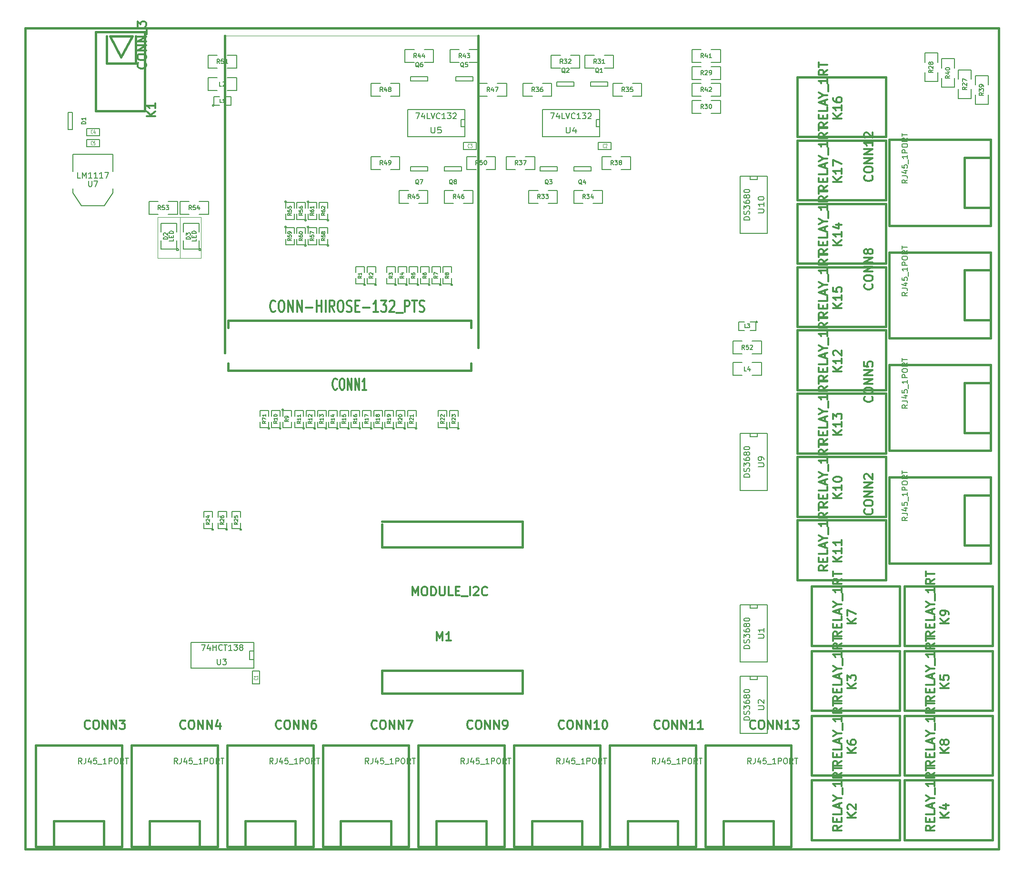
<source format=gto>
G04 (created by PCBNEW-RS274X (2010-05-05 BZR 2356)-stable) date 04/02/2012 09:10:17*
G01*
G70*
G90*
%MOIN*%
G04 Gerber Fmt 3.4, Leading zero omitted, Abs format*
%FSLAX34Y34*%
G04 APERTURE LIST*
%ADD10C,0.006000*%
%ADD11C,0.015000*%
%ADD12C,0.003900*%
%ADD13C,0.005000*%
%ADD14C,0.008000*%
%ADD15C,0.004500*%
%ADD16C,0.007500*%
%ADD17C,0.012000*%
G04 APERTURE END LIST*
G54D10*
G54D11*
X25984Y-68110D02*
X26378Y-68110D01*
X25984Y-10630D02*
X25984Y-68110D01*
X27165Y-10630D02*
X25984Y-10630D01*
X94094Y-10630D02*
X27165Y-10630D01*
X94094Y-68110D02*
X94094Y-10630D01*
X26378Y-68110D02*
X94094Y-68110D01*
G54D12*
X57677Y-11180D02*
X39921Y-11180D01*
X38267Y-26732D02*
X35275Y-26732D01*
X38267Y-23858D02*
X38267Y-26732D01*
X35236Y-23858D02*
X38267Y-23858D01*
X35236Y-26732D02*
X35236Y-23858D01*
X36810Y-26732D02*
X35236Y-26732D01*
X36810Y-23858D02*
X36810Y-26732D01*
G54D11*
X39920Y-11180D02*
X39920Y-33385D01*
X57676Y-32991D02*
X57676Y-11180D01*
G54D13*
X30259Y-18451D02*
X31159Y-18451D01*
X31159Y-18451D02*
X31159Y-18951D01*
X31159Y-18951D02*
X30259Y-18951D01*
X30259Y-18951D02*
X30259Y-18451D01*
X30259Y-17663D02*
X31159Y-17663D01*
X31159Y-17663D02*
X31159Y-18163D01*
X31159Y-18163D02*
X30259Y-18163D01*
X30259Y-18163D02*
X30259Y-17663D01*
X47200Y-24074D02*
X47199Y-24083D01*
X47196Y-24093D01*
X47191Y-24101D01*
X47185Y-24109D01*
X47177Y-24115D01*
X47169Y-24120D01*
X47160Y-24122D01*
X47150Y-24123D01*
X47141Y-24123D01*
X47132Y-24120D01*
X47123Y-24115D01*
X47116Y-24109D01*
X47109Y-24102D01*
X47105Y-24093D01*
X47102Y-24084D01*
X47101Y-24074D01*
X47101Y-24065D01*
X47104Y-24056D01*
X47108Y-24047D01*
X47115Y-24040D01*
X47122Y-24033D01*
X47130Y-24029D01*
X47140Y-24026D01*
X47149Y-24025D01*
X47158Y-24025D01*
X47168Y-24028D01*
X47176Y-24032D01*
X47184Y-24038D01*
X47190Y-24046D01*
X47195Y-24054D01*
X47198Y-24063D01*
X47199Y-24073D01*
X47200Y-24074D01*
X47150Y-23624D02*
X47150Y-24024D01*
X47150Y-24024D02*
X46550Y-24024D01*
X46550Y-24024D02*
X46550Y-23624D01*
X46550Y-23224D02*
X46550Y-22824D01*
X46550Y-22824D02*
X47150Y-22824D01*
X47150Y-22824D02*
X47150Y-23224D01*
X45813Y-22775D02*
X45812Y-22784D01*
X45809Y-22794D01*
X45804Y-22802D01*
X45798Y-22810D01*
X45790Y-22816D01*
X45782Y-22821D01*
X45773Y-22823D01*
X45763Y-22824D01*
X45754Y-22824D01*
X45745Y-22821D01*
X45736Y-22816D01*
X45729Y-22810D01*
X45722Y-22803D01*
X45718Y-22794D01*
X45715Y-22785D01*
X45714Y-22775D01*
X45714Y-22766D01*
X45717Y-22757D01*
X45721Y-22748D01*
X45728Y-22741D01*
X45735Y-22734D01*
X45743Y-22730D01*
X45753Y-22727D01*
X45762Y-22726D01*
X45771Y-22726D01*
X45781Y-22729D01*
X45789Y-22733D01*
X45797Y-22739D01*
X45803Y-22747D01*
X45808Y-22755D01*
X45811Y-22764D01*
X45812Y-22774D01*
X45813Y-22775D01*
X45763Y-23225D02*
X45763Y-22825D01*
X45763Y-22825D02*
X46363Y-22825D01*
X46363Y-22825D02*
X46363Y-23225D01*
X46363Y-23625D02*
X46363Y-24025D01*
X46363Y-24025D02*
X45763Y-24025D01*
X45763Y-24025D02*
X45763Y-23625D01*
X45626Y-25847D02*
X45625Y-25856D01*
X45622Y-25866D01*
X45617Y-25874D01*
X45611Y-25882D01*
X45603Y-25888D01*
X45595Y-25893D01*
X45586Y-25895D01*
X45576Y-25896D01*
X45567Y-25896D01*
X45558Y-25893D01*
X45549Y-25888D01*
X45542Y-25882D01*
X45535Y-25875D01*
X45531Y-25866D01*
X45528Y-25857D01*
X45527Y-25847D01*
X45527Y-25838D01*
X45530Y-25829D01*
X45534Y-25820D01*
X45541Y-25813D01*
X45548Y-25806D01*
X45556Y-25802D01*
X45566Y-25799D01*
X45575Y-25798D01*
X45584Y-25798D01*
X45594Y-25801D01*
X45602Y-25805D01*
X45610Y-25811D01*
X45616Y-25819D01*
X45621Y-25827D01*
X45624Y-25836D01*
X45625Y-25846D01*
X45626Y-25847D01*
X45576Y-25397D02*
X45576Y-25797D01*
X45576Y-25797D02*
X44976Y-25797D01*
X44976Y-25797D02*
X44976Y-25397D01*
X44976Y-24997D02*
X44976Y-24597D01*
X44976Y-24597D02*
X45576Y-24597D01*
X45576Y-24597D02*
X45576Y-24997D01*
X44238Y-24547D02*
X44237Y-24556D01*
X44234Y-24566D01*
X44229Y-24574D01*
X44223Y-24582D01*
X44215Y-24588D01*
X44207Y-24593D01*
X44198Y-24595D01*
X44188Y-24596D01*
X44179Y-24596D01*
X44170Y-24593D01*
X44161Y-24588D01*
X44154Y-24582D01*
X44147Y-24575D01*
X44143Y-24566D01*
X44140Y-24557D01*
X44139Y-24547D01*
X44139Y-24538D01*
X44142Y-24529D01*
X44146Y-24520D01*
X44153Y-24513D01*
X44160Y-24506D01*
X44168Y-24502D01*
X44178Y-24499D01*
X44187Y-24498D01*
X44196Y-24498D01*
X44206Y-24501D01*
X44214Y-24505D01*
X44222Y-24511D01*
X44228Y-24519D01*
X44233Y-24527D01*
X44236Y-24536D01*
X44237Y-24546D01*
X44238Y-24547D01*
X44188Y-24997D02*
X44188Y-24597D01*
X44188Y-24597D02*
X44788Y-24597D01*
X44788Y-24597D02*
X44788Y-24997D01*
X44788Y-25397D02*
X44788Y-25797D01*
X44788Y-25797D02*
X44188Y-25797D01*
X44188Y-25797D02*
X44188Y-25397D01*
X77200Y-31200D02*
X77199Y-31209D01*
X77196Y-31219D01*
X77191Y-31227D01*
X77185Y-31235D01*
X77177Y-31241D01*
X77169Y-31246D01*
X77160Y-31248D01*
X77150Y-31249D01*
X77141Y-31249D01*
X77132Y-31246D01*
X77123Y-31241D01*
X77116Y-31235D01*
X77109Y-31228D01*
X77105Y-31219D01*
X77102Y-31210D01*
X77101Y-31200D01*
X77101Y-31191D01*
X77104Y-31182D01*
X77108Y-31173D01*
X77115Y-31166D01*
X77122Y-31159D01*
X77130Y-31155D01*
X77140Y-31152D01*
X77149Y-31151D01*
X77158Y-31151D01*
X77168Y-31154D01*
X77176Y-31158D01*
X77184Y-31164D01*
X77190Y-31172D01*
X77195Y-31180D01*
X77198Y-31189D01*
X77199Y-31199D01*
X77200Y-31200D01*
X76700Y-31200D02*
X77100Y-31200D01*
X77100Y-31200D02*
X77100Y-31800D01*
X77100Y-31800D02*
X76700Y-31800D01*
X76300Y-31800D02*
X75900Y-31800D01*
X75900Y-31800D02*
X75900Y-31200D01*
X75900Y-31200D02*
X76300Y-31200D01*
X39164Y-16048D02*
X39163Y-16057D01*
X39160Y-16067D01*
X39155Y-16075D01*
X39149Y-16083D01*
X39141Y-16089D01*
X39133Y-16094D01*
X39124Y-16096D01*
X39114Y-16097D01*
X39105Y-16097D01*
X39096Y-16094D01*
X39087Y-16089D01*
X39080Y-16083D01*
X39073Y-16076D01*
X39069Y-16067D01*
X39066Y-16058D01*
X39065Y-16048D01*
X39065Y-16039D01*
X39068Y-16030D01*
X39072Y-16021D01*
X39079Y-16014D01*
X39086Y-16007D01*
X39094Y-16003D01*
X39104Y-16000D01*
X39113Y-15999D01*
X39122Y-15999D01*
X39132Y-16002D01*
X39140Y-16006D01*
X39148Y-16012D01*
X39154Y-16020D01*
X39159Y-16028D01*
X39162Y-16037D01*
X39163Y-16047D01*
X39164Y-16048D01*
X39564Y-16048D02*
X39164Y-16048D01*
X39164Y-16048D02*
X39164Y-15448D01*
X39164Y-15448D02*
X39564Y-15448D01*
X39964Y-15448D02*
X40364Y-15448D01*
X40364Y-15448D02*
X40364Y-16048D01*
X40364Y-16048D02*
X39964Y-16048D01*
X38795Y-23678D02*
X38795Y-22778D01*
X38795Y-22778D02*
X38145Y-22778D01*
X37445Y-23678D02*
X36795Y-23678D01*
X36795Y-23678D02*
X36795Y-22778D01*
X36795Y-22778D02*
X37445Y-22778D01*
X38145Y-23678D02*
X38795Y-23678D01*
X34630Y-22778D02*
X34630Y-23678D01*
X34630Y-23678D02*
X35280Y-23678D01*
X35980Y-22778D02*
X36630Y-22778D01*
X36630Y-22778D02*
X36630Y-23678D01*
X36630Y-23678D02*
X35980Y-23678D01*
X35280Y-22778D02*
X34630Y-22778D01*
X77500Y-34950D02*
X77500Y-34050D01*
X77500Y-34050D02*
X76850Y-34050D01*
X76150Y-34950D02*
X75500Y-34950D01*
X75500Y-34950D02*
X75500Y-34050D01*
X75500Y-34050D02*
X76150Y-34050D01*
X76850Y-34950D02*
X77500Y-34950D01*
X38764Y-14117D02*
X38764Y-15017D01*
X38764Y-15017D02*
X39414Y-15017D01*
X40114Y-14117D02*
X40764Y-14117D01*
X40764Y-14117D02*
X40764Y-15017D01*
X40764Y-15017D02*
X40114Y-15017D01*
X39414Y-14117D02*
X38764Y-14117D01*
G54D14*
X77900Y-25000D02*
X76000Y-25000D01*
X76000Y-25000D02*
X76000Y-21000D01*
X76000Y-21000D02*
X77900Y-21000D01*
X77900Y-21000D02*
X77900Y-25000D01*
X77200Y-21000D02*
X77200Y-21250D01*
X77200Y-21250D02*
X76700Y-21250D01*
X76700Y-21250D02*
X76700Y-21000D01*
X77900Y-43000D02*
X76000Y-43000D01*
X76000Y-43000D02*
X76000Y-39000D01*
X76000Y-39000D02*
X77900Y-39000D01*
X77900Y-39000D02*
X77900Y-43000D01*
X77200Y-39000D02*
X77200Y-39250D01*
X77200Y-39250D02*
X76700Y-39250D01*
X76700Y-39250D02*
X76700Y-39000D01*
X52724Y-18223D02*
X52724Y-16323D01*
X52724Y-16323D02*
X56724Y-16323D01*
X56724Y-16323D02*
X56724Y-18223D01*
X56724Y-18223D02*
X52724Y-18223D01*
X56724Y-17523D02*
X56474Y-17523D01*
X56474Y-17523D02*
X56474Y-17023D01*
X56474Y-17023D02*
X56724Y-17023D01*
X62173Y-18223D02*
X62173Y-16323D01*
X62173Y-16323D02*
X66173Y-16323D01*
X66173Y-16323D02*
X66173Y-18223D01*
X66173Y-18223D02*
X62173Y-18223D01*
X66173Y-17523D02*
X65923Y-17523D01*
X65923Y-17523D02*
X65923Y-17023D01*
X65923Y-17023D02*
X66173Y-17023D01*
X77900Y-60000D02*
X76000Y-60000D01*
X76000Y-60000D02*
X76000Y-56000D01*
X76000Y-56000D02*
X77900Y-56000D01*
X77900Y-56000D02*
X77900Y-60000D01*
X77200Y-56000D02*
X77200Y-56250D01*
X77200Y-56250D02*
X76700Y-56250D01*
X76700Y-56250D02*
X76700Y-56000D01*
X77900Y-55000D02*
X76000Y-55000D01*
X76000Y-55000D02*
X76000Y-51000D01*
X76000Y-51000D02*
X77900Y-51000D01*
X77900Y-51000D02*
X77900Y-55000D01*
X77200Y-51000D02*
X77200Y-51250D01*
X77200Y-51250D02*
X76700Y-51250D01*
X76700Y-51250D02*
X76700Y-51000D01*
X41964Y-54827D02*
X41664Y-54827D01*
X41664Y-54827D02*
X41664Y-54227D01*
X41664Y-54227D02*
X41964Y-54227D01*
X37564Y-55427D02*
X37564Y-53627D01*
X37564Y-53627D02*
X41964Y-53627D01*
X41964Y-53627D02*
X41964Y-55427D01*
X41964Y-55427D02*
X37564Y-55427D01*
X32109Y-20660D02*
X32109Y-19460D01*
X32109Y-19460D02*
X29309Y-19460D01*
X29309Y-19460D02*
X29309Y-20660D01*
X32109Y-21860D02*
X32109Y-22160D01*
X32109Y-22160D02*
X31509Y-23060D01*
X31509Y-23060D02*
X29909Y-23060D01*
X29909Y-23060D02*
X29309Y-22160D01*
X29309Y-22160D02*
X29309Y-21860D01*
G54D13*
X56093Y-14023D02*
X57293Y-14023D01*
X57293Y-14023D02*
X57293Y-14323D01*
X57293Y-14323D02*
X56093Y-14323D01*
X56093Y-14323D02*
X56093Y-14023D01*
X65561Y-20623D02*
X64361Y-20623D01*
X64361Y-20623D02*
X64361Y-20323D01*
X64361Y-20323D02*
X65561Y-20323D01*
X65561Y-20323D02*
X65561Y-20623D01*
X63198Y-20623D02*
X61998Y-20623D01*
X61998Y-20623D02*
X61998Y-20323D01*
X61998Y-20323D02*
X63198Y-20323D01*
X63198Y-20323D02*
X63198Y-20623D01*
X63179Y-14417D02*
X64379Y-14417D01*
X64379Y-14417D02*
X64379Y-14717D01*
X64379Y-14717D02*
X63179Y-14717D01*
X63179Y-14717D02*
X63179Y-14417D01*
X65542Y-14417D02*
X66742Y-14417D01*
X66742Y-14417D02*
X66742Y-14717D01*
X66742Y-14717D02*
X65542Y-14717D01*
X65542Y-14717D02*
X65542Y-14417D01*
X29284Y-16526D02*
X29284Y-17726D01*
X29284Y-17726D02*
X28984Y-17726D01*
X28984Y-17726D02*
X28984Y-16526D01*
X28984Y-16526D02*
X29284Y-16526D01*
X38268Y-26147D02*
X38266Y-26160D01*
X38262Y-26173D01*
X38256Y-26185D01*
X38247Y-26196D01*
X38237Y-26205D01*
X38225Y-26211D01*
X38212Y-26215D01*
X38198Y-26216D01*
X38185Y-26215D01*
X38172Y-26211D01*
X38160Y-26205D01*
X38150Y-26197D01*
X38141Y-26186D01*
X38134Y-26174D01*
X38130Y-26161D01*
X38129Y-26147D01*
X38130Y-26135D01*
X38133Y-26122D01*
X38140Y-26110D01*
X38148Y-26099D01*
X38159Y-26090D01*
X38170Y-26083D01*
X38183Y-26079D01*
X38197Y-26078D01*
X38210Y-26079D01*
X38223Y-26082D01*
X38235Y-26088D01*
X38246Y-26097D01*
X38255Y-26107D01*
X38261Y-26119D01*
X38266Y-26132D01*
X38267Y-26146D01*
X38268Y-26147D01*
X37048Y-25497D02*
X37048Y-26097D01*
X37048Y-26097D02*
X38148Y-26097D01*
X38148Y-26097D02*
X38148Y-25497D01*
X38148Y-24897D02*
X38148Y-24297D01*
X38148Y-24297D02*
X37048Y-24297D01*
X37048Y-24297D02*
X37048Y-24897D01*
X36694Y-26147D02*
X36692Y-26160D01*
X36688Y-26173D01*
X36682Y-26185D01*
X36673Y-26196D01*
X36663Y-26205D01*
X36651Y-26211D01*
X36638Y-26215D01*
X36624Y-26216D01*
X36611Y-26215D01*
X36598Y-26211D01*
X36586Y-26205D01*
X36576Y-26197D01*
X36567Y-26186D01*
X36560Y-26174D01*
X36556Y-26161D01*
X36555Y-26147D01*
X36556Y-26135D01*
X36559Y-26122D01*
X36566Y-26110D01*
X36574Y-26099D01*
X36585Y-26090D01*
X36596Y-26083D01*
X36609Y-26079D01*
X36623Y-26078D01*
X36636Y-26079D01*
X36649Y-26082D01*
X36661Y-26088D01*
X36672Y-26097D01*
X36681Y-26107D01*
X36687Y-26119D01*
X36692Y-26132D01*
X36693Y-26146D01*
X36694Y-26147D01*
X35474Y-25497D02*
X35474Y-26097D01*
X35474Y-26097D02*
X36574Y-26097D01*
X36574Y-26097D02*
X36574Y-25497D01*
X36574Y-24897D02*
X36574Y-24297D01*
X36574Y-24297D02*
X35474Y-24297D01*
X35474Y-24297D02*
X35474Y-24897D01*
X57536Y-19148D02*
X56636Y-19148D01*
X56636Y-19148D02*
X56636Y-18648D01*
X56636Y-18648D02*
X57536Y-18648D01*
X57536Y-18648D02*
X57536Y-19148D01*
X66985Y-19148D02*
X66085Y-19148D01*
X66085Y-19148D02*
X66085Y-18648D01*
X66085Y-18648D02*
X66985Y-18648D01*
X66985Y-18648D02*
X66985Y-19148D01*
X41876Y-56552D02*
X41876Y-55652D01*
X41876Y-55652D02*
X42376Y-55652D01*
X42376Y-55652D02*
X42376Y-56552D01*
X42376Y-56552D02*
X41876Y-56552D01*
X47200Y-25847D02*
X47199Y-25856D01*
X47196Y-25866D01*
X47191Y-25874D01*
X47185Y-25882D01*
X47177Y-25888D01*
X47169Y-25893D01*
X47160Y-25895D01*
X47150Y-25896D01*
X47141Y-25896D01*
X47132Y-25893D01*
X47123Y-25888D01*
X47116Y-25882D01*
X47109Y-25875D01*
X47105Y-25866D01*
X47102Y-25857D01*
X47101Y-25847D01*
X47101Y-25838D01*
X47104Y-25829D01*
X47108Y-25820D01*
X47115Y-25813D01*
X47122Y-25806D01*
X47130Y-25802D01*
X47140Y-25799D01*
X47149Y-25798D01*
X47158Y-25798D01*
X47168Y-25801D01*
X47176Y-25805D01*
X47184Y-25811D01*
X47190Y-25819D01*
X47195Y-25827D01*
X47198Y-25836D01*
X47199Y-25846D01*
X47200Y-25847D01*
X47150Y-25397D02*
X47150Y-25797D01*
X47150Y-25797D02*
X46550Y-25797D01*
X46550Y-25797D02*
X46550Y-25397D01*
X46550Y-24997D02*
X46550Y-24597D01*
X46550Y-24597D02*
X47150Y-24597D01*
X47150Y-24597D02*
X47150Y-24997D01*
X45813Y-24547D02*
X45812Y-24556D01*
X45809Y-24566D01*
X45804Y-24574D01*
X45798Y-24582D01*
X45790Y-24588D01*
X45782Y-24593D01*
X45773Y-24595D01*
X45763Y-24596D01*
X45754Y-24596D01*
X45745Y-24593D01*
X45736Y-24588D01*
X45729Y-24582D01*
X45722Y-24575D01*
X45718Y-24566D01*
X45715Y-24557D01*
X45714Y-24547D01*
X45714Y-24538D01*
X45717Y-24529D01*
X45721Y-24520D01*
X45728Y-24513D01*
X45735Y-24506D01*
X45743Y-24502D01*
X45753Y-24499D01*
X45762Y-24498D01*
X45771Y-24498D01*
X45781Y-24501D01*
X45789Y-24505D01*
X45797Y-24511D01*
X45803Y-24519D01*
X45808Y-24527D01*
X45811Y-24536D01*
X45812Y-24546D01*
X45813Y-24547D01*
X45763Y-24997D02*
X45763Y-24597D01*
X45763Y-24597D02*
X46363Y-24597D01*
X46363Y-24597D02*
X46363Y-24997D01*
X46363Y-25397D02*
X46363Y-25797D01*
X46363Y-25797D02*
X45763Y-25797D01*
X45763Y-25797D02*
X45763Y-25397D01*
X45626Y-24075D02*
X45625Y-24084D01*
X45622Y-24094D01*
X45617Y-24102D01*
X45611Y-24110D01*
X45603Y-24116D01*
X45595Y-24121D01*
X45586Y-24123D01*
X45576Y-24124D01*
X45567Y-24124D01*
X45558Y-24121D01*
X45549Y-24116D01*
X45542Y-24110D01*
X45535Y-24103D01*
X45531Y-24094D01*
X45528Y-24085D01*
X45527Y-24075D01*
X45527Y-24066D01*
X45530Y-24057D01*
X45534Y-24048D01*
X45541Y-24041D01*
X45548Y-24034D01*
X45556Y-24030D01*
X45566Y-24027D01*
X45575Y-24026D01*
X45584Y-24026D01*
X45594Y-24029D01*
X45602Y-24033D01*
X45610Y-24039D01*
X45616Y-24047D01*
X45621Y-24055D01*
X45624Y-24064D01*
X45625Y-24074D01*
X45626Y-24075D01*
X45576Y-23625D02*
X45576Y-24025D01*
X45576Y-24025D02*
X44976Y-24025D01*
X44976Y-24025D02*
X44976Y-23625D01*
X44976Y-23225D02*
X44976Y-22825D01*
X44976Y-22825D02*
X45576Y-22825D01*
X45576Y-22825D02*
X45576Y-23225D01*
X44238Y-22775D02*
X44237Y-22784D01*
X44234Y-22794D01*
X44229Y-22802D01*
X44223Y-22810D01*
X44215Y-22816D01*
X44207Y-22821D01*
X44198Y-22823D01*
X44188Y-22824D01*
X44179Y-22824D01*
X44170Y-22821D01*
X44161Y-22816D01*
X44154Y-22810D01*
X44147Y-22803D01*
X44143Y-22794D01*
X44140Y-22785D01*
X44139Y-22775D01*
X44139Y-22766D01*
X44142Y-22757D01*
X44146Y-22748D01*
X44153Y-22741D01*
X44160Y-22734D01*
X44168Y-22730D01*
X44178Y-22727D01*
X44187Y-22726D01*
X44196Y-22726D01*
X44206Y-22729D01*
X44214Y-22733D01*
X44222Y-22739D01*
X44228Y-22747D01*
X44233Y-22755D01*
X44236Y-22764D01*
X44237Y-22774D01*
X44238Y-22775D01*
X44188Y-23225D02*
X44188Y-22825D01*
X44188Y-22825D02*
X44788Y-22825D01*
X44788Y-22825D02*
X44788Y-23225D01*
X44788Y-23625D02*
X44788Y-24025D01*
X44788Y-24025D02*
X44188Y-24025D01*
X44188Y-24025D02*
X44188Y-23625D01*
X56322Y-38650D02*
X56321Y-38659D01*
X56318Y-38669D01*
X56313Y-38677D01*
X56307Y-38685D01*
X56299Y-38691D01*
X56291Y-38696D01*
X56282Y-38698D01*
X56272Y-38699D01*
X56263Y-38699D01*
X56254Y-38696D01*
X56245Y-38691D01*
X56238Y-38685D01*
X56231Y-38678D01*
X56227Y-38669D01*
X56224Y-38660D01*
X56223Y-38650D01*
X56223Y-38641D01*
X56226Y-38632D01*
X56230Y-38623D01*
X56237Y-38616D01*
X56244Y-38609D01*
X56252Y-38605D01*
X56262Y-38602D01*
X56271Y-38601D01*
X56280Y-38601D01*
X56290Y-38604D01*
X56298Y-38608D01*
X56306Y-38614D01*
X56312Y-38622D01*
X56317Y-38630D01*
X56320Y-38639D01*
X56321Y-38649D01*
X56322Y-38650D01*
X56272Y-38200D02*
X56272Y-38600D01*
X56272Y-38600D02*
X55672Y-38600D01*
X55672Y-38600D02*
X55672Y-38200D01*
X55672Y-37800D02*
X55672Y-37400D01*
X55672Y-37400D02*
X56272Y-37400D01*
X56272Y-37400D02*
X56272Y-37800D01*
X55535Y-38650D02*
X55534Y-38659D01*
X55531Y-38669D01*
X55526Y-38677D01*
X55520Y-38685D01*
X55512Y-38691D01*
X55504Y-38696D01*
X55495Y-38698D01*
X55485Y-38699D01*
X55476Y-38699D01*
X55467Y-38696D01*
X55458Y-38691D01*
X55451Y-38685D01*
X55444Y-38678D01*
X55440Y-38669D01*
X55437Y-38660D01*
X55436Y-38650D01*
X55436Y-38641D01*
X55439Y-38632D01*
X55443Y-38623D01*
X55450Y-38616D01*
X55457Y-38609D01*
X55465Y-38605D01*
X55475Y-38602D01*
X55484Y-38601D01*
X55493Y-38601D01*
X55503Y-38604D01*
X55511Y-38608D01*
X55519Y-38614D01*
X55525Y-38622D01*
X55530Y-38630D01*
X55533Y-38639D01*
X55534Y-38649D01*
X55535Y-38650D01*
X55485Y-38200D02*
X55485Y-38600D01*
X55485Y-38600D02*
X54885Y-38600D01*
X54885Y-38600D02*
X54885Y-38200D01*
X54885Y-37800D02*
X54885Y-37400D01*
X54885Y-37400D02*
X55485Y-37400D01*
X55485Y-37400D02*
X55485Y-37800D01*
X53370Y-38650D02*
X53369Y-38659D01*
X53366Y-38669D01*
X53361Y-38677D01*
X53355Y-38685D01*
X53347Y-38691D01*
X53339Y-38696D01*
X53330Y-38698D01*
X53320Y-38699D01*
X53311Y-38699D01*
X53302Y-38696D01*
X53293Y-38691D01*
X53286Y-38685D01*
X53279Y-38678D01*
X53275Y-38669D01*
X53272Y-38660D01*
X53271Y-38650D01*
X53271Y-38641D01*
X53274Y-38632D01*
X53278Y-38623D01*
X53285Y-38616D01*
X53292Y-38609D01*
X53300Y-38605D01*
X53310Y-38602D01*
X53319Y-38601D01*
X53328Y-38601D01*
X53338Y-38604D01*
X53346Y-38608D01*
X53354Y-38614D01*
X53360Y-38622D01*
X53365Y-38630D01*
X53368Y-38639D01*
X53369Y-38649D01*
X53370Y-38650D01*
X53320Y-38200D02*
X53320Y-38600D01*
X53320Y-38600D02*
X52720Y-38600D01*
X52720Y-38600D02*
X52720Y-38200D01*
X52720Y-37800D02*
X52720Y-37400D01*
X52720Y-37400D02*
X53320Y-37400D01*
X53320Y-37400D02*
X53320Y-37800D01*
X52582Y-38650D02*
X52581Y-38659D01*
X52578Y-38669D01*
X52573Y-38677D01*
X52567Y-38685D01*
X52559Y-38691D01*
X52551Y-38696D01*
X52542Y-38698D01*
X52532Y-38699D01*
X52523Y-38699D01*
X52514Y-38696D01*
X52505Y-38691D01*
X52498Y-38685D01*
X52491Y-38678D01*
X52487Y-38669D01*
X52484Y-38660D01*
X52483Y-38650D01*
X52483Y-38641D01*
X52486Y-38632D01*
X52490Y-38623D01*
X52497Y-38616D01*
X52504Y-38609D01*
X52512Y-38605D01*
X52522Y-38602D01*
X52531Y-38601D01*
X52540Y-38601D01*
X52550Y-38604D01*
X52558Y-38608D01*
X52566Y-38614D01*
X52572Y-38622D01*
X52577Y-38630D01*
X52580Y-38639D01*
X52581Y-38649D01*
X52582Y-38650D01*
X52532Y-38200D02*
X52532Y-38600D01*
X52532Y-38600D02*
X51932Y-38600D01*
X51932Y-38600D02*
X51932Y-38200D01*
X51932Y-37800D02*
X51932Y-37400D01*
X51932Y-37400D02*
X52532Y-37400D01*
X52532Y-37400D02*
X52532Y-37800D01*
X51795Y-38650D02*
X51794Y-38659D01*
X51791Y-38669D01*
X51786Y-38677D01*
X51780Y-38685D01*
X51772Y-38691D01*
X51764Y-38696D01*
X51755Y-38698D01*
X51745Y-38699D01*
X51736Y-38699D01*
X51727Y-38696D01*
X51718Y-38691D01*
X51711Y-38685D01*
X51704Y-38678D01*
X51700Y-38669D01*
X51697Y-38660D01*
X51696Y-38650D01*
X51696Y-38641D01*
X51699Y-38632D01*
X51703Y-38623D01*
X51710Y-38616D01*
X51717Y-38609D01*
X51725Y-38605D01*
X51735Y-38602D01*
X51744Y-38601D01*
X51753Y-38601D01*
X51763Y-38604D01*
X51771Y-38608D01*
X51779Y-38614D01*
X51785Y-38622D01*
X51790Y-38630D01*
X51793Y-38639D01*
X51794Y-38649D01*
X51795Y-38650D01*
X51745Y-38200D02*
X51745Y-38600D01*
X51745Y-38600D02*
X51145Y-38600D01*
X51145Y-38600D02*
X51145Y-38200D01*
X51145Y-37800D02*
X51145Y-37400D01*
X51145Y-37400D02*
X51745Y-37400D01*
X51745Y-37400D02*
X51745Y-37800D01*
X51007Y-38650D02*
X51006Y-38659D01*
X51003Y-38669D01*
X50998Y-38677D01*
X50992Y-38685D01*
X50984Y-38691D01*
X50976Y-38696D01*
X50967Y-38698D01*
X50957Y-38699D01*
X50948Y-38699D01*
X50939Y-38696D01*
X50930Y-38691D01*
X50923Y-38685D01*
X50916Y-38678D01*
X50912Y-38669D01*
X50909Y-38660D01*
X50908Y-38650D01*
X50908Y-38641D01*
X50911Y-38632D01*
X50915Y-38623D01*
X50922Y-38616D01*
X50929Y-38609D01*
X50937Y-38605D01*
X50947Y-38602D01*
X50956Y-38601D01*
X50965Y-38601D01*
X50975Y-38604D01*
X50983Y-38608D01*
X50991Y-38614D01*
X50997Y-38622D01*
X51002Y-38630D01*
X51005Y-38639D01*
X51006Y-38649D01*
X51007Y-38650D01*
X50957Y-38200D02*
X50957Y-38600D01*
X50957Y-38600D02*
X50357Y-38600D01*
X50357Y-38600D02*
X50357Y-38200D01*
X50357Y-37800D02*
X50357Y-37400D01*
X50357Y-37400D02*
X50957Y-37400D01*
X50957Y-37400D02*
X50957Y-37800D01*
X50220Y-38650D02*
X50219Y-38659D01*
X50216Y-38669D01*
X50211Y-38677D01*
X50205Y-38685D01*
X50197Y-38691D01*
X50189Y-38696D01*
X50180Y-38698D01*
X50170Y-38699D01*
X50161Y-38699D01*
X50152Y-38696D01*
X50143Y-38691D01*
X50136Y-38685D01*
X50129Y-38678D01*
X50125Y-38669D01*
X50122Y-38660D01*
X50121Y-38650D01*
X50121Y-38641D01*
X50124Y-38632D01*
X50128Y-38623D01*
X50135Y-38616D01*
X50142Y-38609D01*
X50150Y-38605D01*
X50160Y-38602D01*
X50169Y-38601D01*
X50178Y-38601D01*
X50188Y-38604D01*
X50196Y-38608D01*
X50204Y-38614D01*
X50210Y-38622D01*
X50215Y-38630D01*
X50218Y-38639D01*
X50219Y-38649D01*
X50220Y-38650D01*
X50170Y-38200D02*
X50170Y-38600D01*
X50170Y-38600D02*
X49570Y-38600D01*
X49570Y-38600D02*
X49570Y-38200D01*
X49570Y-37800D02*
X49570Y-37400D01*
X49570Y-37400D02*
X50170Y-37400D01*
X50170Y-37400D02*
X50170Y-37800D01*
X49433Y-38650D02*
X49432Y-38659D01*
X49429Y-38669D01*
X49424Y-38677D01*
X49418Y-38685D01*
X49410Y-38691D01*
X49402Y-38696D01*
X49393Y-38698D01*
X49383Y-38699D01*
X49374Y-38699D01*
X49365Y-38696D01*
X49356Y-38691D01*
X49349Y-38685D01*
X49342Y-38678D01*
X49338Y-38669D01*
X49335Y-38660D01*
X49334Y-38650D01*
X49334Y-38641D01*
X49337Y-38632D01*
X49341Y-38623D01*
X49348Y-38616D01*
X49355Y-38609D01*
X49363Y-38605D01*
X49373Y-38602D01*
X49382Y-38601D01*
X49391Y-38601D01*
X49401Y-38604D01*
X49409Y-38608D01*
X49417Y-38614D01*
X49423Y-38622D01*
X49428Y-38630D01*
X49431Y-38639D01*
X49432Y-38649D01*
X49433Y-38650D01*
X49383Y-38200D02*
X49383Y-38600D01*
X49383Y-38600D02*
X48783Y-38600D01*
X48783Y-38600D02*
X48783Y-38200D01*
X48783Y-37800D02*
X48783Y-37400D01*
X48783Y-37400D02*
X49383Y-37400D01*
X49383Y-37400D02*
X49383Y-37800D01*
X48645Y-38650D02*
X48644Y-38659D01*
X48641Y-38669D01*
X48636Y-38677D01*
X48630Y-38685D01*
X48622Y-38691D01*
X48614Y-38696D01*
X48605Y-38698D01*
X48595Y-38699D01*
X48586Y-38699D01*
X48577Y-38696D01*
X48568Y-38691D01*
X48561Y-38685D01*
X48554Y-38678D01*
X48550Y-38669D01*
X48547Y-38660D01*
X48546Y-38650D01*
X48546Y-38641D01*
X48549Y-38632D01*
X48553Y-38623D01*
X48560Y-38616D01*
X48567Y-38609D01*
X48575Y-38605D01*
X48585Y-38602D01*
X48594Y-38601D01*
X48603Y-38601D01*
X48613Y-38604D01*
X48621Y-38608D01*
X48629Y-38614D01*
X48635Y-38622D01*
X48640Y-38630D01*
X48643Y-38639D01*
X48644Y-38649D01*
X48645Y-38650D01*
X48595Y-38200D02*
X48595Y-38600D01*
X48595Y-38600D02*
X47995Y-38600D01*
X47995Y-38600D02*
X47995Y-38200D01*
X47995Y-37800D02*
X47995Y-37400D01*
X47995Y-37400D02*
X48595Y-37400D01*
X48595Y-37400D02*
X48595Y-37800D01*
X47858Y-38650D02*
X47857Y-38659D01*
X47854Y-38669D01*
X47849Y-38677D01*
X47843Y-38685D01*
X47835Y-38691D01*
X47827Y-38696D01*
X47818Y-38698D01*
X47808Y-38699D01*
X47799Y-38699D01*
X47790Y-38696D01*
X47781Y-38691D01*
X47774Y-38685D01*
X47767Y-38678D01*
X47763Y-38669D01*
X47760Y-38660D01*
X47759Y-38650D01*
X47759Y-38641D01*
X47762Y-38632D01*
X47766Y-38623D01*
X47773Y-38616D01*
X47780Y-38609D01*
X47788Y-38605D01*
X47798Y-38602D01*
X47807Y-38601D01*
X47816Y-38601D01*
X47826Y-38604D01*
X47834Y-38608D01*
X47842Y-38614D01*
X47848Y-38622D01*
X47853Y-38630D01*
X47856Y-38639D01*
X47857Y-38649D01*
X47858Y-38650D01*
X47808Y-38200D02*
X47808Y-38600D01*
X47808Y-38600D02*
X47208Y-38600D01*
X47208Y-38600D02*
X47208Y-38200D01*
X47208Y-37800D02*
X47208Y-37400D01*
X47208Y-37400D02*
X47808Y-37400D01*
X47808Y-37400D02*
X47808Y-37800D01*
X47070Y-38650D02*
X47069Y-38659D01*
X47066Y-38669D01*
X47061Y-38677D01*
X47055Y-38685D01*
X47047Y-38691D01*
X47039Y-38696D01*
X47030Y-38698D01*
X47020Y-38699D01*
X47011Y-38699D01*
X47002Y-38696D01*
X46993Y-38691D01*
X46986Y-38685D01*
X46979Y-38678D01*
X46975Y-38669D01*
X46972Y-38660D01*
X46971Y-38650D01*
X46971Y-38641D01*
X46974Y-38632D01*
X46978Y-38623D01*
X46985Y-38616D01*
X46992Y-38609D01*
X47000Y-38605D01*
X47010Y-38602D01*
X47019Y-38601D01*
X47028Y-38601D01*
X47038Y-38604D01*
X47046Y-38608D01*
X47054Y-38614D01*
X47060Y-38622D01*
X47065Y-38630D01*
X47068Y-38639D01*
X47069Y-38649D01*
X47070Y-38650D01*
X47020Y-38200D02*
X47020Y-38600D01*
X47020Y-38600D02*
X46420Y-38600D01*
X46420Y-38600D02*
X46420Y-38200D01*
X46420Y-37800D02*
X46420Y-37400D01*
X46420Y-37400D02*
X47020Y-37400D01*
X47020Y-37400D02*
X47020Y-37800D01*
X46283Y-38650D02*
X46282Y-38659D01*
X46279Y-38669D01*
X46274Y-38677D01*
X46268Y-38685D01*
X46260Y-38691D01*
X46252Y-38696D01*
X46243Y-38698D01*
X46233Y-38699D01*
X46224Y-38699D01*
X46215Y-38696D01*
X46206Y-38691D01*
X46199Y-38685D01*
X46192Y-38678D01*
X46188Y-38669D01*
X46185Y-38660D01*
X46184Y-38650D01*
X46184Y-38641D01*
X46187Y-38632D01*
X46191Y-38623D01*
X46198Y-38616D01*
X46205Y-38609D01*
X46213Y-38605D01*
X46223Y-38602D01*
X46232Y-38601D01*
X46241Y-38601D01*
X46251Y-38604D01*
X46259Y-38608D01*
X46267Y-38614D01*
X46273Y-38622D01*
X46278Y-38630D01*
X46281Y-38639D01*
X46282Y-38649D01*
X46283Y-38650D01*
X46233Y-38200D02*
X46233Y-38600D01*
X46233Y-38600D02*
X45633Y-38600D01*
X45633Y-38600D02*
X45633Y-38200D01*
X45633Y-37800D02*
X45633Y-37400D01*
X45633Y-37400D02*
X46233Y-37400D01*
X46233Y-37400D02*
X46233Y-37800D01*
X45496Y-38650D02*
X45495Y-38659D01*
X45492Y-38669D01*
X45487Y-38677D01*
X45481Y-38685D01*
X45473Y-38691D01*
X45465Y-38696D01*
X45456Y-38698D01*
X45446Y-38699D01*
X45437Y-38699D01*
X45428Y-38696D01*
X45419Y-38691D01*
X45412Y-38685D01*
X45405Y-38678D01*
X45401Y-38669D01*
X45398Y-38660D01*
X45397Y-38650D01*
X45397Y-38641D01*
X45400Y-38632D01*
X45404Y-38623D01*
X45411Y-38616D01*
X45418Y-38609D01*
X45426Y-38605D01*
X45436Y-38602D01*
X45445Y-38601D01*
X45454Y-38601D01*
X45464Y-38604D01*
X45472Y-38608D01*
X45480Y-38614D01*
X45486Y-38622D01*
X45491Y-38630D01*
X45494Y-38639D01*
X45495Y-38649D01*
X45496Y-38650D01*
X45446Y-38200D02*
X45446Y-38600D01*
X45446Y-38600D02*
X44846Y-38600D01*
X44846Y-38600D02*
X44846Y-38200D01*
X44846Y-37800D02*
X44846Y-37400D01*
X44846Y-37400D02*
X45446Y-37400D01*
X45446Y-37400D02*
X45446Y-37800D01*
X43854Y-38642D02*
X43853Y-38651D01*
X43850Y-38661D01*
X43845Y-38669D01*
X43839Y-38677D01*
X43831Y-38683D01*
X43823Y-38688D01*
X43814Y-38690D01*
X43804Y-38691D01*
X43795Y-38691D01*
X43786Y-38688D01*
X43777Y-38683D01*
X43770Y-38677D01*
X43763Y-38670D01*
X43759Y-38661D01*
X43756Y-38652D01*
X43755Y-38642D01*
X43755Y-38633D01*
X43758Y-38624D01*
X43762Y-38615D01*
X43769Y-38608D01*
X43776Y-38601D01*
X43784Y-38597D01*
X43794Y-38594D01*
X43803Y-38593D01*
X43812Y-38593D01*
X43822Y-38596D01*
X43830Y-38600D01*
X43838Y-38606D01*
X43844Y-38614D01*
X43849Y-38622D01*
X43852Y-38631D01*
X43853Y-38641D01*
X43854Y-38642D01*
X43804Y-38192D02*
X43804Y-38592D01*
X43804Y-38592D02*
X43204Y-38592D01*
X43204Y-38592D02*
X43204Y-38192D01*
X43204Y-37792D02*
X43204Y-37392D01*
X43204Y-37392D02*
X43804Y-37392D01*
X43804Y-37392D02*
X43804Y-37792D01*
X44041Y-37342D02*
X44040Y-37351D01*
X44037Y-37361D01*
X44032Y-37369D01*
X44026Y-37377D01*
X44018Y-37383D01*
X44010Y-37388D01*
X44001Y-37390D01*
X43991Y-37391D01*
X43982Y-37391D01*
X43973Y-37388D01*
X43964Y-37383D01*
X43957Y-37377D01*
X43950Y-37370D01*
X43946Y-37361D01*
X43943Y-37352D01*
X43942Y-37342D01*
X43942Y-37333D01*
X43945Y-37324D01*
X43949Y-37315D01*
X43956Y-37308D01*
X43963Y-37301D01*
X43971Y-37297D01*
X43981Y-37294D01*
X43990Y-37293D01*
X43999Y-37293D01*
X44009Y-37296D01*
X44017Y-37300D01*
X44025Y-37306D01*
X44031Y-37314D01*
X44036Y-37322D01*
X44039Y-37331D01*
X44040Y-37341D01*
X44041Y-37342D01*
X43991Y-37792D02*
X43991Y-37392D01*
X43991Y-37392D02*
X44591Y-37392D01*
X44591Y-37392D02*
X44591Y-37792D01*
X44591Y-38192D02*
X44591Y-38592D01*
X44591Y-38592D02*
X43991Y-38592D01*
X43991Y-38592D02*
X43991Y-38192D01*
X55862Y-28603D02*
X55861Y-28612D01*
X55858Y-28622D01*
X55853Y-28630D01*
X55847Y-28638D01*
X55839Y-28644D01*
X55831Y-28649D01*
X55822Y-28651D01*
X55812Y-28652D01*
X55803Y-28652D01*
X55794Y-28649D01*
X55785Y-28644D01*
X55778Y-28638D01*
X55771Y-28631D01*
X55767Y-28622D01*
X55764Y-28613D01*
X55763Y-28603D01*
X55763Y-28594D01*
X55766Y-28585D01*
X55770Y-28576D01*
X55777Y-28569D01*
X55784Y-28562D01*
X55792Y-28558D01*
X55802Y-28555D01*
X55811Y-28554D01*
X55820Y-28554D01*
X55830Y-28557D01*
X55838Y-28561D01*
X55846Y-28567D01*
X55852Y-28575D01*
X55857Y-28583D01*
X55860Y-28592D01*
X55861Y-28602D01*
X55862Y-28603D01*
X55812Y-28153D02*
X55812Y-28553D01*
X55812Y-28553D02*
X55212Y-28553D01*
X55212Y-28553D02*
X55212Y-28153D01*
X55212Y-27753D02*
X55212Y-27353D01*
X55212Y-27353D02*
X55812Y-27353D01*
X55812Y-27353D02*
X55812Y-27753D01*
X55074Y-28603D02*
X55073Y-28612D01*
X55070Y-28622D01*
X55065Y-28630D01*
X55059Y-28638D01*
X55051Y-28644D01*
X55043Y-28649D01*
X55034Y-28651D01*
X55024Y-28652D01*
X55015Y-28652D01*
X55006Y-28649D01*
X54997Y-28644D01*
X54990Y-28638D01*
X54983Y-28631D01*
X54979Y-28622D01*
X54976Y-28613D01*
X54975Y-28603D01*
X54975Y-28594D01*
X54978Y-28585D01*
X54982Y-28576D01*
X54989Y-28569D01*
X54996Y-28562D01*
X55004Y-28558D01*
X55014Y-28555D01*
X55023Y-28554D01*
X55032Y-28554D01*
X55042Y-28557D01*
X55050Y-28561D01*
X55058Y-28567D01*
X55064Y-28575D01*
X55069Y-28583D01*
X55072Y-28592D01*
X55073Y-28602D01*
X55074Y-28603D01*
X55024Y-28153D02*
X55024Y-28553D01*
X55024Y-28553D02*
X54424Y-28553D01*
X54424Y-28553D02*
X54424Y-28153D01*
X54424Y-27753D02*
X54424Y-27353D01*
X54424Y-27353D02*
X55024Y-27353D01*
X55024Y-27353D02*
X55024Y-27753D01*
X54287Y-28603D02*
X54286Y-28612D01*
X54283Y-28622D01*
X54278Y-28630D01*
X54272Y-28638D01*
X54264Y-28644D01*
X54256Y-28649D01*
X54247Y-28651D01*
X54237Y-28652D01*
X54228Y-28652D01*
X54219Y-28649D01*
X54210Y-28644D01*
X54203Y-28638D01*
X54196Y-28631D01*
X54192Y-28622D01*
X54189Y-28613D01*
X54188Y-28603D01*
X54188Y-28594D01*
X54191Y-28585D01*
X54195Y-28576D01*
X54202Y-28569D01*
X54209Y-28562D01*
X54217Y-28558D01*
X54227Y-28555D01*
X54236Y-28554D01*
X54245Y-28554D01*
X54255Y-28557D01*
X54263Y-28561D01*
X54271Y-28567D01*
X54277Y-28575D01*
X54282Y-28583D01*
X54285Y-28592D01*
X54286Y-28602D01*
X54287Y-28603D01*
X54237Y-28153D02*
X54237Y-28553D01*
X54237Y-28553D02*
X53637Y-28553D01*
X53637Y-28553D02*
X53637Y-28153D01*
X53637Y-27753D02*
X53637Y-27353D01*
X53637Y-27353D02*
X54237Y-27353D01*
X54237Y-27353D02*
X54237Y-27753D01*
X53500Y-28603D02*
X53499Y-28612D01*
X53496Y-28622D01*
X53491Y-28630D01*
X53485Y-28638D01*
X53477Y-28644D01*
X53469Y-28649D01*
X53460Y-28651D01*
X53450Y-28652D01*
X53441Y-28652D01*
X53432Y-28649D01*
X53423Y-28644D01*
X53416Y-28638D01*
X53409Y-28631D01*
X53405Y-28622D01*
X53402Y-28613D01*
X53401Y-28603D01*
X53401Y-28594D01*
X53404Y-28585D01*
X53408Y-28576D01*
X53415Y-28569D01*
X53422Y-28562D01*
X53430Y-28558D01*
X53440Y-28555D01*
X53449Y-28554D01*
X53458Y-28554D01*
X53468Y-28557D01*
X53476Y-28561D01*
X53484Y-28567D01*
X53490Y-28575D01*
X53495Y-28583D01*
X53498Y-28592D01*
X53499Y-28602D01*
X53500Y-28603D01*
X53450Y-28153D02*
X53450Y-28553D01*
X53450Y-28553D02*
X52850Y-28553D01*
X52850Y-28553D02*
X52850Y-28153D01*
X52850Y-27753D02*
X52850Y-27353D01*
X52850Y-27353D02*
X53450Y-27353D01*
X53450Y-27353D02*
X53450Y-27753D01*
X52712Y-28603D02*
X52711Y-28612D01*
X52708Y-28622D01*
X52703Y-28630D01*
X52697Y-28638D01*
X52689Y-28644D01*
X52681Y-28649D01*
X52672Y-28651D01*
X52662Y-28652D01*
X52653Y-28652D01*
X52644Y-28649D01*
X52635Y-28644D01*
X52628Y-28638D01*
X52621Y-28631D01*
X52617Y-28622D01*
X52614Y-28613D01*
X52613Y-28603D01*
X52613Y-28594D01*
X52616Y-28585D01*
X52620Y-28576D01*
X52627Y-28569D01*
X52634Y-28562D01*
X52642Y-28558D01*
X52652Y-28555D01*
X52661Y-28554D01*
X52670Y-28554D01*
X52680Y-28557D01*
X52688Y-28561D01*
X52696Y-28567D01*
X52702Y-28575D01*
X52707Y-28583D01*
X52710Y-28592D01*
X52711Y-28602D01*
X52712Y-28603D01*
X52662Y-28153D02*
X52662Y-28553D01*
X52662Y-28553D02*
X52062Y-28553D01*
X52062Y-28553D02*
X52062Y-28153D01*
X52062Y-27753D02*
X52062Y-27353D01*
X52062Y-27353D02*
X52662Y-27353D01*
X52662Y-27353D02*
X52662Y-27753D01*
X51925Y-28603D02*
X51924Y-28612D01*
X51921Y-28622D01*
X51916Y-28630D01*
X51910Y-28638D01*
X51902Y-28644D01*
X51894Y-28649D01*
X51885Y-28651D01*
X51875Y-28652D01*
X51866Y-28652D01*
X51857Y-28649D01*
X51848Y-28644D01*
X51841Y-28638D01*
X51834Y-28631D01*
X51830Y-28622D01*
X51827Y-28613D01*
X51826Y-28603D01*
X51826Y-28594D01*
X51829Y-28585D01*
X51833Y-28576D01*
X51840Y-28569D01*
X51847Y-28562D01*
X51855Y-28558D01*
X51865Y-28555D01*
X51874Y-28554D01*
X51883Y-28554D01*
X51893Y-28557D01*
X51901Y-28561D01*
X51909Y-28567D01*
X51915Y-28575D01*
X51920Y-28583D01*
X51923Y-28592D01*
X51924Y-28602D01*
X51925Y-28603D01*
X51875Y-28153D02*
X51875Y-28553D01*
X51875Y-28553D02*
X51275Y-28553D01*
X51275Y-28553D02*
X51275Y-28153D01*
X51275Y-27753D02*
X51275Y-27353D01*
X51275Y-27353D02*
X51875Y-27353D01*
X51875Y-27353D02*
X51875Y-27753D01*
X50547Y-28603D02*
X50546Y-28612D01*
X50543Y-28622D01*
X50538Y-28630D01*
X50532Y-28638D01*
X50524Y-28644D01*
X50516Y-28649D01*
X50507Y-28651D01*
X50497Y-28652D01*
X50488Y-28652D01*
X50479Y-28649D01*
X50470Y-28644D01*
X50463Y-28638D01*
X50456Y-28631D01*
X50452Y-28622D01*
X50449Y-28613D01*
X50448Y-28603D01*
X50448Y-28594D01*
X50451Y-28585D01*
X50455Y-28576D01*
X50462Y-28569D01*
X50469Y-28562D01*
X50477Y-28558D01*
X50487Y-28555D01*
X50496Y-28554D01*
X50505Y-28554D01*
X50515Y-28557D01*
X50523Y-28561D01*
X50531Y-28567D01*
X50537Y-28575D01*
X50542Y-28583D01*
X50545Y-28592D01*
X50546Y-28602D01*
X50547Y-28603D01*
X50497Y-28153D02*
X50497Y-28553D01*
X50497Y-28553D02*
X49897Y-28553D01*
X49897Y-28553D02*
X49897Y-28153D01*
X49897Y-27753D02*
X49897Y-27353D01*
X49897Y-27353D02*
X50497Y-27353D01*
X50497Y-27353D02*
X50497Y-27753D01*
X49759Y-28603D02*
X49758Y-28612D01*
X49755Y-28622D01*
X49750Y-28630D01*
X49744Y-28638D01*
X49736Y-28644D01*
X49728Y-28649D01*
X49719Y-28651D01*
X49709Y-28652D01*
X49700Y-28652D01*
X49691Y-28649D01*
X49682Y-28644D01*
X49675Y-28638D01*
X49668Y-28631D01*
X49664Y-28622D01*
X49661Y-28613D01*
X49660Y-28603D01*
X49660Y-28594D01*
X49663Y-28585D01*
X49667Y-28576D01*
X49674Y-28569D01*
X49681Y-28562D01*
X49689Y-28558D01*
X49699Y-28555D01*
X49708Y-28554D01*
X49717Y-28554D01*
X49727Y-28557D01*
X49735Y-28561D01*
X49743Y-28567D01*
X49749Y-28575D01*
X49754Y-28583D01*
X49757Y-28592D01*
X49758Y-28602D01*
X49759Y-28603D01*
X49709Y-28153D02*
X49709Y-28553D01*
X49709Y-28553D02*
X49109Y-28553D01*
X49109Y-28553D02*
X49109Y-28153D01*
X49109Y-27753D02*
X49109Y-27353D01*
X49109Y-27353D02*
X49709Y-27353D01*
X49709Y-27353D02*
X49709Y-27753D01*
X52181Y-15411D02*
X52181Y-14511D01*
X52181Y-14511D02*
X51531Y-14511D01*
X50831Y-15411D02*
X50181Y-15411D01*
X50181Y-15411D02*
X50181Y-14511D01*
X50181Y-14511D02*
X50831Y-14511D01*
X51531Y-15411D02*
X52181Y-15411D01*
X57661Y-14511D02*
X57661Y-15411D01*
X57661Y-15411D02*
X58311Y-15411D01*
X59011Y-14511D02*
X59661Y-14511D01*
X59661Y-14511D02*
X59661Y-15411D01*
X59661Y-15411D02*
X59011Y-15411D01*
X58311Y-14511D02*
X57661Y-14511D01*
X57299Y-22891D02*
X57299Y-21991D01*
X57299Y-21991D02*
X56649Y-21991D01*
X55949Y-22891D02*
X55299Y-22891D01*
X55299Y-22891D02*
X55299Y-21991D01*
X55299Y-21991D02*
X55949Y-21991D01*
X56649Y-22891D02*
X57299Y-22891D01*
X54150Y-22891D02*
X54150Y-21991D01*
X54150Y-21991D02*
X53500Y-21991D01*
X52800Y-22891D02*
X52150Y-22891D01*
X52150Y-22891D02*
X52150Y-21991D01*
X52150Y-21991D02*
X52800Y-21991D01*
X53500Y-22891D02*
X54150Y-22891D01*
X52543Y-12148D02*
X52543Y-13048D01*
X52543Y-13048D02*
X53193Y-13048D01*
X53893Y-12148D02*
X54543Y-12148D01*
X54543Y-12148D02*
X54543Y-13048D01*
X54543Y-13048D02*
X53893Y-13048D01*
X53193Y-12148D02*
X52543Y-12148D01*
X55693Y-12148D02*
X55693Y-13048D01*
X55693Y-13048D02*
X56343Y-13048D01*
X57043Y-12148D02*
X57693Y-12148D01*
X57693Y-12148D02*
X57693Y-13048D01*
X57693Y-13048D02*
X57043Y-13048D01*
X56343Y-12148D02*
X55693Y-12148D01*
X66323Y-19629D02*
X66323Y-20529D01*
X66323Y-20529D02*
X66973Y-20529D01*
X67673Y-19629D02*
X68323Y-19629D01*
X68323Y-19629D02*
X68323Y-20529D01*
X68323Y-20529D02*
X67673Y-20529D01*
X66973Y-19629D02*
X66323Y-19629D01*
X61630Y-20529D02*
X61630Y-19629D01*
X61630Y-19629D02*
X60980Y-19629D01*
X60280Y-20529D02*
X59630Y-20529D01*
X59630Y-20529D02*
X59630Y-19629D01*
X59630Y-19629D02*
X60280Y-19629D01*
X60980Y-20529D02*
X61630Y-20529D01*
X62811Y-15411D02*
X62811Y-14511D01*
X62811Y-14511D02*
X62161Y-14511D01*
X61461Y-15411D02*
X60811Y-15411D01*
X60811Y-15411D02*
X60811Y-14511D01*
X60811Y-14511D02*
X61461Y-14511D01*
X62161Y-15411D02*
X62811Y-15411D01*
X67110Y-14511D02*
X67110Y-15411D01*
X67110Y-15411D02*
X67760Y-15411D01*
X68460Y-14511D02*
X69110Y-14511D01*
X69110Y-14511D02*
X69110Y-15411D01*
X69110Y-15411D02*
X68460Y-15411D01*
X67760Y-14511D02*
X67110Y-14511D01*
X66354Y-22891D02*
X66354Y-21991D01*
X66354Y-21991D02*
X65704Y-21991D01*
X65004Y-22891D02*
X64354Y-22891D01*
X64354Y-22891D02*
X64354Y-21991D01*
X64354Y-21991D02*
X65004Y-21991D01*
X65704Y-22891D02*
X66354Y-22891D01*
X63205Y-22891D02*
X63205Y-21991D01*
X63205Y-21991D02*
X62555Y-21991D01*
X61855Y-22891D02*
X61205Y-22891D01*
X61205Y-22891D02*
X61205Y-21991D01*
X61205Y-21991D02*
X61855Y-21991D01*
X62555Y-22891D02*
X63205Y-22891D01*
X89820Y-12386D02*
X88920Y-12386D01*
X88920Y-12386D02*
X88920Y-13036D01*
X89820Y-13736D02*
X89820Y-14386D01*
X89820Y-14386D02*
X88920Y-14386D01*
X88920Y-14386D02*
X88920Y-13736D01*
X89820Y-13036D02*
X89820Y-12386D01*
X92182Y-13567D02*
X91282Y-13567D01*
X91282Y-13567D02*
X91282Y-14217D01*
X92182Y-14917D02*
X92182Y-15567D01*
X92182Y-15567D02*
X91282Y-15567D01*
X91282Y-15567D02*
X91282Y-14917D01*
X92182Y-14217D02*
X92182Y-13567D01*
X56505Y-20623D02*
X55305Y-20623D01*
X55305Y-20623D02*
X55305Y-20323D01*
X55305Y-20323D02*
X56505Y-20323D01*
X56505Y-20323D02*
X56505Y-20623D01*
X54142Y-20623D02*
X52942Y-20623D01*
X52942Y-20623D02*
X52942Y-20323D01*
X52942Y-20323D02*
X54142Y-20323D01*
X54142Y-20323D02*
X54142Y-20623D01*
X52943Y-14023D02*
X54143Y-14023D01*
X54143Y-14023D02*
X54143Y-14323D01*
X54143Y-14323D02*
X52943Y-14323D01*
X52943Y-14323D02*
X52943Y-14023D01*
X40113Y-45728D02*
X40112Y-45737D01*
X40109Y-45747D01*
X40104Y-45755D01*
X40098Y-45763D01*
X40090Y-45769D01*
X40082Y-45774D01*
X40073Y-45776D01*
X40063Y-45777D01*
X40054Y-45777D01*
X40045Y-45774D01*
X40036Y-45769D01*
X40029Y-45763D01*
X40022Y-45756D01*
X40018Y-45747D01*
X40015Y-45738D01*
X40014Y-45728D01*
X40014Y-45719D01*
X40017Y-45710D01*
X40021Y-45701D01*
X40028Y-45694D01*
X40035Y-45687D01*
X40043Y-45683D01*
X40053Y-45680D01*
X40062Y-45679D01*
X40071Y-45679D01*
X40081Y-45682D01*
X40089Y-45686D01*
X40097Y-45692D01*
X40103Y-45700D01*
X40108Y-45708D01*
X40111Y-45717D01*
X40112Y-45727D01*
X40113Y-45728D01*
X40063Y-45278D02*
X40063Y-45678D01*
X40063Y-45678D02*
X39463Y-45678D01*
X39463Y-45678D02*
X39463Y-45278D01*
X39463Y-44878D02*
X39463Y-44478D01*
X39463Y-44478D02*
X40063Y-44478D01*
X40063Y-44478D02*
X40063Y-44878D01*
X41098Y-45728D02*
X41097Y-45737D01*
X41094Y-45747D01*
X41089Y-45755D01*
X41083Y-45763D01*
X41075Y-45769D01*
X41067Y-45774D01*
X41058Y-45776D01*
X41048Y-45777D01*
X41039Y-45777D01*
X41030Y-45774D01*
X41021Y-45769D01*
X41014Y-45763D01*
X41007Y-45756D01*
X41003Y-45747D01*
X41000Y-45738D01*
X40999Y-45728D01*
X40999Y-45719D01*
X41002Y-45710D01*
X41006Y-45701D01*
X41013Y-45694D01*
X41020Y-45687D01*
X41028Y-45683D01*
X41038Y-45680D01*
X41047Y-45679D01*
X41056Y-45679D01*
X41066Y-45682D01*
X41074Y-45686D01*
X41082Y-45692D01*
X41088Y-45700D01*
X41093Y-45708D01*
X41096Y-45717D01*
X41097Y-45727D01*
X41098Y-45728D01*
X41048Y-45278D02*
X41048Y-45678D01*
X41048Y-45678D02*
X40448Y-45678D01*
X40448Y-45678D02*
X40448Y-45278D01*
X40448Y-44878D02*
X40448Y-44478D01*
X40448Y-44478D02*
X41048Y-44478D01*
X41048Y-44478D02*
X41048Y-44878D01*
X39129Y-45728D02*
X39128Y-45737D01*
X39125Y-45747D01*
X39120Y-45755D01*
X39114Y-45763D01*
X39106Y-45769D01*
X39098Y-45774D01*
X39089Y-45776D01*
X39079Y-45777D01*
X39070Y-45777D01*
X39061Y-45774D01*
X39052Y-45769D01*
X39045Y-45763D01*
X39038Y-45756D01*
X39034Y-45747D01*
X39031Y-45738D01*
X39030Y-45728D01*
X39030Y-45719D01*
X39033Y-45710D01*
X39037Y-45701D01*
X39044Y-45694D01*
X39051Y-45687D01*
X39059Y-45683D01*
X39069Y-45680D01*
X39078Y-45679D01*
X39087Y-45679D01*
X39097Y-45682D01*
X39105Y-45686D01*
X39113Y-45692D01*
X39119Y-45700D01*
X39124Y-45708D01*
X39127Y-45717D01*
X39128Y-45727D01*
X39129Y-45728D01*
X39079Y-45278D02*
X39079Y-45678D01*
X39079Y-45678D02*
X38479Y-45678D01*
X38479Y-45678D02*
X38479Y-45278D01*
X38479Y-44878D02*
X38479Y-44478D01*
X38479Y-44478D02*
X39079Y-44478D01*
X39079Y-44478D02*
X39079Y-44878D01*
X56874Y-19629D02*
X56874Y-20529D01*
X56874Y-20529D02*
X57524Y-20529D01*
X58224Y-19629D02*
X58874Y-19629D01*
X58874Y-19629D02*
X58874Y-20529D01*
X58874Y-20529D02*
X58224Y-20529D01*
X57524Y-19629D02*
X56874Y-19629D01*
X52181Y-20529D02*
X52181Y-19629D01*
X52181Y-19629D02*
X51531Y-19629D01*
X50831Y-20529D02*
X50181Y-20529D01*
X50181Y-20529D02*
X50181Y-19629D01*
X50181Y-19629D02*
X50831Y-19629D01*
X51531Y-20529D02*
X52181Y-20529D01*
X72622Y-14511D02*
X72622Y-15411D01*
X72622Y-15411D02*
X73272Y-15411D01*
X73972Y-14511D02*
X74622Y-14511D01*
X74622Y-14511D02*
X74622Y-15411D01*
X74622Y-15411D02*
X73972Y-15411D01*
X73272Y-14511D02*
X72622Y-14511D01*
X72622Y-12148D02*
X72622Y-13048D01*
X72622Y-13048D02*
X73272Y-13048D01*
X73972Y-12148D02*
X74622Y-12148D01*
X74622Y-12148D02*
X74622Y-13048D01*
X74622Y-13048D02*
X73972Y-13048D01*
X73272Y-12148D02*
X72622Y-12148D01*
X91001Y-12780D02*
X90101Y-12780D01*
X90101Y-12780D02*
X90101Y-13430D01*
X91001Y-14130D02*
X91001Y-14780D01*
X91001Y-14780D02*
X90101Y-14780D01*
X90101Y-14780D02*
X90101Y-14130D01*
X91001Y-13430D02*
X91001Y-12780D01*
X93363Y-13961D02*
X92463Y-13961D01*
X92463Y-13961D02*
X92463Y-14611D01*
X93363Y-15311D02*
X93363Y-15961D01*
X93363Y-15961D02*
X92463Y-15961D01*
X92463Y-15961D02*
X92463Y-15311D01*
X93363Y-14611D02*
X93363Y-13961D01*
X62779Y-12542D02*
X62779Y-13442D01*
X62779Y-13442D02*
X63429Y-13442D01*
X64129Y-12542D02*
X64779Y-12542D01*
X64779Y-12542D02*
X64779Y-13442D01*
X64779Y-13442D02*
X64129Y-13442D01*
X63429Y-12542D02*
X62779Y-12542D01*
X65142Y-12542D02*
X65142Y-13442D01*
X65142Y-13442D02*
X65792Y-13442D01*
X66492Y-12542D02*
X67142Y-12542D01*
X67142Y-12542D02*
X67142Y-13442D01*
X67142Y-13442D02*
X66492Y-13442D01*
X65792Y-12542D02*
X65142Y-12542D01*
X72622Y-15692D02*
X72622Y-16592D01*
X72622Y-16592D02*
X73272Y-16592D01*
X73972Y-15692D02*
X74622Y-15692D01*
X74622Y-15692D02*
X74622Y-16592D01*
X74622Y-16592D02*
X73972Y-16592D01*
X73272Y-15692D02*
X72622Y-15692D01*
X72622Y-13330D02*
X72622Y-14230D01*
X72622Y-14230D02*
X73272Y-14230D01*
X73972Y-13330D02*
X74622Y-13330D01*
X74622Y-13330D02*
X74622Y-14230D01*
X74622Y-14230D02*
X73972Y-14230D01*
X73272Y-13330D02*
X72622Y-13330D01*
X77500Y-33450D02*
X77500Y-32550D01*
X77500Y-32550D02*
X76850Y-32550D01*
X76150Y-33450D02*
X75500Y-33450D01*
X75500Y-33450D02*
X75500Y-32550D01*
X75500Y-32550D02*
X76150Y-32550D01*
X76850Y-33450D02*
X77500Y-33450D01*
X38764Y-12542D02*
X38764Y-13442D01*
X38764Y-13442D02*
X39414Y-13442D01*
X40114Y-12542D02*
X40764Y-12542D01*
X40764Y-12542D02*
X40764Y-13442D01*
X40764Y-13442D02*
X40114Y-13442D01*
X39414Y-12542D02*
X38764Y-12542D01*
X43066Y-38642D02*
X43065Y-38651D01*
X43062Y-38661D01*
X43057Y-38669D01*
X43051Y-38677D01*
X43043Y-38683D01*
X43035Y-38688D01*
X43026Y-38690D01*
X43016Y-38691D01*
X43007Y-38691D01*
X42998Y-38688D01*
X42989Y-38683D01*
X42982Y-38677D01*
X42975Y-38670D01*
X42971Y-38661D01*
X42968Y-38652D01*
X42967Y-38642D01*
X42967Y-38633D01*
X42970Y-38624D01*
X42974Y-38615D01*
X42981Y-38608D01*
X42988Y-38601D01*
X42996Y-38597D01*
X43006Y-38594D01*
X43015Y-38593D01*
X43024Y-38593D01*
X43034Y-38596D01*
X43042Y-38600D01*
X43050Y-38606D01*
X43056Y-38614D01*
X43061Y-38622D01*
X43064Y-38631D01*
X43065Y-38641D01*
X43066Y-38642D01*
X43016Y-38192D02*
X43016Y-38592D01*
X43016Y-38592D02*
X42416Y-38592D01*
X42416Y-38592D02*
X42416Y-38192D01*
X42416Y-37792D02*
X42416Y-37392D01*
X42416Y-37392D02*
X43016Y-37392D01*
X43016Y-37392D02*
X43016Y-37792D01*
G54D11*
X33464Y-11205D02*
X31890Y-11205D01*
X31890Y-11205D02*
X32677Y-12661D01*
X32677Y-12661D02*
X33464Y-11205D01*
X31653Y-11205D02*
X31653Y-13094D01*
X31653Y-13094D02*
X33701Y-13094D01*
X33701Y-13094D02*
X33701Y-11205D01*
X32677Y-10909D02*
X30905Y-10909D01*
X30905Y-10909D02*
X30905Y-16421D01*
X30905Y-16421D02*
X34350Y-16421D01*
X34350Y-16421D02*
X34350Y-10909D01*
X34350Y-10909D02*
X32677Y-10909D01*
X86198Y-18252D02*
X86198Y-14070D01*
X86198Y-14070D02*
X80016Y-14070D01*
X80016Y-14070D02*
X80016Y-18252D01*
X80016Y-18252D02*
X86198Y-18252D01*
X86198Y-22681D02*
X86198Y-18499D01*
X86198Y-18499D02*
X80016Y-18499D01*
X80016Y-18499D02*
X80016Y-22681D01*
X80016Y-22681D02*
X86198Y-22681D01*
X86198Y-27110D02*
X86198Y-22928D01*
X86198Y-22928D02*
X80016Y-22928D01*
X80016Y-22928D02*
X80016Y-27110D01*
X80016Y-27110D02*
X86198Y-27110D01*
X86198Y-31539D02*
X86198Y-27357D01*
X86198Y-27357D02*
X80016Y-27357D01*
X80016Y-27357D02*
X80016Y-31539D01*
X80016Y-31539D02*
X86198Y-31539D01*
X86198Y-35969D02*
X86198Y-31787D01*
X86198Y-31787D02*
X80016Y-31787D01*
X80016Y-31787D02*
X80016Y-35969D01*
X80016Y-35969D02*
X86198Y-35969D01*
X86198Y-40398D02*
X86198Y-36216D01*
X86198Y-36216D02*
X80016Y-36216D01*
X80016Y-36216D02*
X80016Y-40398D01*
X80016Y-40398D02*
X86198Y-40398D01*
X86198Y-44827D02*
X86198Y-40645D01*
X86198Y-40645D02*
X80016Y-40645D01*
X80016Y-40645D02*
X80016Y-44827D01*
X80016Y-44827D02*
X86198Y-44827D01*
X86198Y-49256D02*
X86198Y-45074D01*
X86198Y-45074D02*
X80016Y-45074D01*
X80016Y-45074D02*
X80016Y-49256D01*
X80016Y-49256D02*
X86198Y-49256D01*
X87182Y-53883D02*
X87182Y-49701D01*
X87182Y-49701D02*
X81000Y-49701D01*
X81000Y-49701D02*
X81000Y-53883D01*
X81000Y-53883D02*
X87182Y-53883D01*
X93678Y-53883D02*
X93678Y-49701D01*
X93678Y-49701D02*
X87496Y-49701D01*
X87496Y-49701D02*
X87496Y-53883D01*
X87496Y-53883D02*
X93678Y-53883D01*
X87182Y-58410D02*
X87182Y-54228D01*
X87182Y-54228D02*
X81000Y-54228D01*
X81000Y-54228D02*
X81000Y-58410D01*
X81000Y-58410D02*
X87182Y-58410D01*
X93678Y-58410D02*
X93678Y-54228D01*
X93678Y-54228D02*
X87496Y-54228D01*
X87496Y-54228D02*
X87496Y-58410D01*
X87496Y-58410D02*
X93678Y-58410D01*
X87182Y-62938D02*
X87182Y-58756D01*
X87182Y-58756D02*
X81000Y-58756D01*
X81000Y-58756D02*
X81000Y-62938D01*
X81000Y-62938D02*
X87182Y-62938D01*
X93678Y-62938D02*
X93678Y-58756D01*
X93678Y-58756D02*
X87496Y-58756D01*
X87496Y-58756D02*
X87496Y-62938D01*
X87496Y-62938D02*
X93678Y-62938D01*
X87182Y-67465D02*
X87182Y-63283D01*
X87182Y-63283D02*
X81000Y-63283D01*
X81000Y-63283D02*
X81000Y-67465D01*
X81000Y-67465D02*
X87182Y-67465D01*
X93678Y-67465D02*
X93678Y-63283D01*
X93678Y-63283D02*
X87496Y-63283D01*
X87496Y-63283D02*
X87496Y-67465D01*
X87496Y-67465D02*
X93678Y-67465D01*
X93524Y-19707D02*
X91713Y-19707D01*
X91713Y-19707D02*
X91713Y-23211D01*
X91713Y-23211D02*
X93524Y-23211D01*
X86437Y-18447D02*
X93524Y-18447D01*
X93524Y-18447D02*
X93524Y-24471D01*
X93524Y-24471D02*
X86437Y-24471D01*
X86437Y-24471D02*
X86437Y-18447D01*
X93524Y-27581D02*
X91713Y-27581D01*
X91713Y-27581D02*
X91713Y-31085D01*
X91713Y-31085D02*
X93524Y-31085D01*
X86437Y-26321D02*
X93524Y-26321D01*
X93524Y-26321D02*
X93524Y-32345D01*
X93524Y-32345D02*
X86437Y-32345D01*
X86437Y-32345D02*
X86437Y-26321D01*
X93524Y-35455D02*
X91713Y-35455D01*
X91713Y-35455D02*
X91713Y-38959D01*
X91713Y-38959D02*
X93524Y-38959D01*
X86437Y-34195D02*
X93524Y-34195D01*
X93524Y-34195D02*
X93524Y-40219D01*
X93524Y-40219D02*
X86437Y-40219D01*
X86437Y-40219D02*
X86437Y-34195D01*
X93524Y-43329D02*
X91713Y-43329D01*
X91713Y-43329D02*
X91713Y-46833D01*
X91713Y-46833D02*
X93524Y-46833D01*
X86437Y-42069D02*
X93524Y-42069D01*
X93524Y-42069D02*
X93524Y-48093D01*
X93524Y-48093D02*
X86437Y-48093D01*
X86437Y-48093D02*
X86437Y-42069D01*
X78325Y-67934D02*
X78325Y-66123D01*
X78325Y-66123D02*
X74821Y-66123D01*
X74821Y-66123D02*
X74821Y-67934D01*
X79585Y-60847D02*
X79585Y-67934D01*
X79585Y-67934D02*
X73561Y-67934D01*
X73561Y-67934D02*
X73561Y-60847D01*
X73561Y-60847D02*
X79585Y-60847D01*
X71632Y-67934D02*
X71632Y-66123D01*
X71632Y-66123D02*
X68128Y-66123D01*
X68128Y-66123D02*
X68128Y-67934D01*
X72892Y-60847D02*
X72892Y-67934D01*
X72892Y-67934D02*
X66868Y-67934D01*
X66868Y-67934D02*
X66868Y-60847D01*
X66868Y-60847D02*
X72892Y-60847D01*
X64939Y-67934D02*
X64939Y-66123D01*
X64939Y-66123D02*
X61435Y-66123D01*
X61435Y-66123D02*
X61435Y-67934D01*
X66199Y-60847D02*
X66199Y-67934D01*
X66199Y-67934D02*
X60175Y-67934D01*
X60175Y-67934D02*
X60175Y-60847D01*
X60175Y-60847D02*
X66199Y-60847D01*
X58246Y-67934D02*
X58246Y-66123D01*
X58246Y-66123D02*
X54742Y-66123D01*
X54742Y-66123D02*
X54742Y-67934D01*
X59506Y-60847D02*
X59506Y-67934D01*
X59506Y-67934D02*
X53482Y-67934D01*
X53482Y-67934D02*
X53482Y-60847D01*
X53482Y-60847D02*
X59506Y-60847D01*
X31474Y-67934D02*
X31474Y-66123D01*
X31474Y-66123D02*
X27970Y-66123D01*
X27970Y-66123D02*
X27970Y-67934D01*
X32734Y-60847D02*
X32734Y-67934D01*
X32734Y-67934D02*
X26710Y-67934D01*
X26710Y-67934D02*
X26710Y-60847D01*
X26710Y-60847D02*
X32734Y-60847D01*
X38167Y-67934D02*
X38167Y-66123D01*
X38167Y-66123D02*
X34663Y-66123D01*
X34663Y-66123D02*
X34663Y-67934D01*
X39427Y-60847D02*
X39427Y-67934D01*
X39427Y-67934D02*
X33403Y-67934D01*
X33403Y-67934D02*
X33403Y-60847D01*
X33403Y-60847D02*
X39427Y-60847D01*
X44860Y-67934D02*
X44860Y-66123D01*
X44860Y-66123D02*
X41356Y-66123D01*
X41356Y-66123D02*
X41356Y-67934D01*
X46120Y-60847D02*
X46120Y-67934D01*
X46120Y-67934D02*
X40096Y-67934D01*
X40096Y-67934D02*
X40096Y-60847D01*
X40096Y-60847D02*
X46120Y-60847D01*
X51553Y-67934D02*
X51553Y-66123D01*
X51553Y-66123D02*
X48049Y-66123D01*
X48049Y-66123D02*
X48049Y-67934D01*
X52813Y-60847D02*
X52813Y-67934D01*
X52813Y-67934D02*
X46789Y-67934D01*
X46789Y-67934D02*
X46789Y-60847D01*
X46789Y-60847D02*
X52813Y-60847D01*
X57161Y-34094D02*
X57161Y-34594D01*
X57161Y-34594D02*
X40161Y-34594D01*
X40161Y-34594D02*
X40161Y-34094D01*
X40161Y-31594D02*
X40161Y-31094D01*
X40161Y-31094D02*
X57161Y-31094D01*
X57161Y-31094D02*
X57161Y-31594D01*
X50937Y-45382D02*
X50937Y-46957D01*
X50937Y-46957D02*
X60779Y-46957D01*
X60779Y-46957D02*
X60779Y-45185D01*
X60779Y-57193D02*
X60779Y-55815D01*
X60779Y-55815D02*
X60779Y-55618D01*
X60779Y-55618D02*
X50937Y-55618D01*
X50937Y-55618D02*
X50937Y-57193D01*
X60779Y-57193D02*
X50936Y-57193D01*
X50936Y-45185D02*
X60779Y-45185D01*
G54D15*
X30680Y-18788D02*
X30671Y-18801D01*
X30645Y-18814D01*
X30628Y-18814D01*
X30603Y-18801D01*
X30585Y-18774D01*
X30577Y-18748D01*
X30568Y-18694D01*
X30568Y-18654D01*
X30577Y-18601D01*
X30585Y-18574D01*
X30603Y-18548D01*
X30628Y-18534D01*
X30645Y-18534D01*
X30671Y-18548D01*
X30680Y-18561D01*
X30843Y-18534D02*
X30757Y-18534D01*
X30748Y-18668D01*
X30757Y-18654D01*
X30774Y-18641D01*
X30817Y-18641D01*
X30834Y-18654D01*
X30843Y-18668D01*
X30851Y-18694D01*
X30851Y-18761D01*
X30843Y-18788D01*
X30834Y-18801D01*
X30817Y-18814D01*
X30774Y-18814D01*
X30757Y-18801D01*
X30748Y-18788D01*
X30680Y-18000D02*
X30671Y-18013D01*
X30645Y-18026D01*
X30628Y-18026D01*
X30603Y-18013D01*
X30585Y-17986D01*
X30577Y-17960D01*
X30568Y-17906D01*
X30568Y-17866D01*
X30577Y-17813D01*
X30585Y-17786D01*
X30603Y-17760D01*
X30628Y-17746D01*
X30645Y-17746D01*
X30671Y-17760D01*
X30680Y-17773D01*
X30834Y-17840D02*
X30834Y-18026D01*
X30791Y-17733D02*
X30748Y-17933D01*
X30860Y-17933D01*
G54D13*
X46951Y-23585D02*
X46832Y-23668D01*
X46951Y-23727D02*
X46701Y-23727D01*
X46701Y-23632D01*
X46713Y-23608D01*
X46725Y-23597D01*
X46749Y-23585D01*
X46785Y-23585D01*
X46808Y-23597D01*
X46820Y-23608D01*
X46832Y-23632D01*
X46832Y-23727D01*
X46701Y-23370D02*
X46701Y-23418D01*
X46713Y-23442D01*
X46725Y-23454D01*
X46761Y-23477D01*
X46808Y-23489D01*
X46904Y-23489D01*
X46927Y-23477D01*
X46939Y-23466D01*
X46951Y-23442D01*
X46951Y-23394D01*
X46939Y-23370D01*
X46927Y-23358D01*
X46904Y-23347D01*
X46844Y-23347D01*
X46820Y-23358D01*
X46808Y-23370D01*
X46796Y-23394D01*
X46796Y-23442D01*
X46808Y-23466D01*
X46820Y-23477D01*
X46844Y-23489D01*
X46725Y-23251D02*
X46713Y-23239D01*
X46701Y-23216D01*
X46701Y-23156D01*
X46713Y-23132D01*
X46725Y-23120D01*
X46749Y-23109D01*
X46773Y-23109D01*
X46808Y-23120D01*
X46951Y-23263D01*
X46951Y-23109D01*
X46164Y-23586D02*
X46045Y-23669D01*
X46164Y-23728D02*
X45914Y-23728D01*
X45914Y-23633D01*
X45926Y-23609D01*
X45938Y-23598D01*
X45962Y-23586D01*
X45998Y-23586D01*
X46021Y-23598D01*
X46033Y-23609D01*
X46045Y-23633D01*
X46045Y-23728D01*
X45914Y-23371D02*
X45914Y-23419D01*
X45926Y-23443D01*
X45938Y-23455D01*
X45974Y-23478D01*
X46021Y-23490D01*
X46117Y-23490D01*
X46140Y-23478D01*
X46152Y-23467D01*
X46164Y-23443D01*
X46164Y-23395D01*
X46152Y-23371D01*
X46140Y-23359D01*
X46117Y-23348D01*
X46057Y-23348D01*
X46033Y-23359D01*
X46021Y-23371D01*
X46009Y-23395D01*
X46009Y-23443D01*
X46021Y-23467D01*
X46033Y-23478D01*
X46057Y-23490D01*
X46164Y-23110D02*
X46164Y-23252D01*
X46164Y-23181D02*
X45914Y-23181D01*
X45950Y-23205D01*
X45974Y-23229D01*
X45986Y-23252D01*
X45377Y-25358D02*
X45258Y-25441D01*
X45377Y-25500D02*
X45127Y-25500D01*
X45127Y-25405D01*
X45139Y-25381D01*
X45151Y-25370D01*
X45175Y-25358D01*
X45211Y-25358D01*
X45234Y-25370D01*
X45246Y-25381D01*
X45258Y-25405D01*
X45258Y-25500D01*
X45127Y-25143D02*
X45127Y-25191D01*
X45139Y-25215D01*
X45151Y-25227D01*
X45187Y-25250D01*
X45234Y-25262D01*
X45330Y-25262D01*
X45353Y-25250D01*
X45365Y-25239D01*
X45377Y-25215D01*
X45377Y-25167D01*
X45365Y-25143D01*
X45353Y-25131D01*
X45330Y-25120D01*
X45270Y-25120D01*
X45246Y-25131D01*
X45234Y-25143D01*
X45222Y-25167D01*
X45222Y-25215D01*
X45234Y-25239D01*
X45246Y-25250D01*
X45270Y-25262D01*
X45127Y-24965D02*
X45127Y-24941D01*
X45139Y-24917D01*
X45151Y-24905D01*
X45175Y-24893D01*
X45222Y-24882D01*
X45282Y-24882D01*
X45330Y-24893D01*
X45353Y-24905D01*
X45365Y-24917D01*
X45377Y-24941D01*
X45377Y-24965D01*
X45365Y-24989D01*
X45353Y-25001D01*
X45330Y-25012D01*
X45282Y-25024D01*
X45222Y-25024D01*
X45175Y-25012D01*
X45151Y-25001D01*
X45139Y-24989D01*
X45127Y-24965D01*
X44589Y-25358D02*
X44470Y-25441D01*
X44589Y-25500D02*
X44339Y-25500D01*
X44339Y-25405D01*
X44351Y-25381D01*
X44363Y-25370D01*
X44387Y-25358D01*
X44423Y-25358D01*
X44446Y-25370D01*
X44458Y-25381D01*
X44470Y-25405D01*
X44470Y-25500D01*
X44339Y-25131D02*
X44339Y-25250D01*
X44458Y-25262D01*
X44446Y-25250D01*
X44434Y-25227D01*
X44434Y-25167D01*
X44446Y-25143D01*
X44458Y-25131D01*
X44482Y-25120D01*
X44542Y-25120D01*
X44565Y-25131D01*
X44577Y-25143D01*
X44589Y-25167D01*
X44589Y-25227D01*
X44577Y-25250D01*
X44565Y-25262D01*
X44589Y-25001D02*
X44589Y-24953D01*
X44577Y-24929D01*
X44565Y-24917D01*
X44530Y-24893D01*
X44482Y-24882D01*
X44387Y-24882D01*
X44363Y-24893D01*
X44351Y-24905D01*
X44339Y-24929D01*
X44339Y-24977D01*
X44351Y-25001D01*
X44363Y-25012D01*
X44387Y-25024D01*
X44446Y-25024D01*
X44470Y-25012D01*
X44482Y-25001D01*
X44494Y-24977D01*
X44494Y-24929D01*
X44482Y-24905D01*
X44470Y-24893D01*
X44446Y-24882D01*
X76459Y-31601D02*
X76340Y-31601D01*
X76340Y-31351D01*
X76518Y-31351D02*
X76672Y-31351D01*
X76589Y-31446D01*
X76625Y-31446D01*
X76649Y-31458D01*
X76661Y-31470D01*
X76672Y-31494D01*
X76672Y-31554D01*
X76661Y-31577D01*
X76649Y-31589D01*
X76625Y-31601D01*
X76553Y-31601D01*
X76530Y-31589D01*
X76518Y-31577D01*
X39723Y-15849D02*
X39604Y-15849D01*
X39604Y-15599D01*
X39936Y-15849D02*
X39794Y-15849D01*
X39865Y-15849D02*
X39865Y-15599D01*
X39841Y-15635D01*
X39817Y-15659D01*
X39794Y-15671D01*
X37602Y-23349D02*
X37502Y-23207D01*
X37430Y-23349D02*
X37430Y-23049D01*
X37545Y-23049D01*
X37573Y-23064D01*
X37588Y-23078D01*
X37602Y-23107D01*
X37602Y-23149D01*
X37588Y-23178D01*
X37573Y-23192D01*
X37545Y-23207D01*
X37430Y-23207D01*
X37873Y-23049D02*
X37730Y-23049D01*
X37716Y-23192D01*
X37730Y-23178D01*
X37759Y-23164D01*
X37830Y-23164D01*
X37859Y-23178D01*
X37873Y-23192D01*
X37888Y-23221D01*
X37888Y-23292D01*
X37873Y-23321D01*
X37859Y-23335D01*
X37830Y-23349D01*
X37759Y-23349D01*
X37730Y-23335D01*
X37716Y-23321D01*
X38145Y-23149D02*
X38145Y-23349D01*
X38074Y-23035D02*
X38002Y-23249D01*
X38188Y-23249D01*
X35437Y-23349D02*
X35337Y-23207D01*
X35265Y-23349D02*
X35265Y-23049D01*
X35380Y-23049D01*
X35408Y-23064D01*
X35423Y-23078D01*
X35437Y-23107D01*
X35437Y-23149D01*
X35423Y-23178D01*
X35408Y-23192D01*
X35380Y-23207D01*
X35265Y-23207D01*
X35708Y-23049D02*
X35565Y-23049D01*
X35551Y-23192D01*
X35565Y-23178D01*
X35594Y-23164D01*
X35665Y-23164D01*
X35694Y-23178D01*
X35708Y-23192D01*
X35723Y-23221D01*
X35723Y-23292D01*
X35708Y-23321D01*
X35694Y-23335D01*
X35665Y-23349D01*
X35594Y-23349D01*
X35565Y-23335D01*
X35551Y-23321D01*
X35823Y-23049D02*
X36009Y-23049D01*
X35909Y-23164D01*
X35951Y-23164D01*
X35980Y-23178D01*
X35994Y-23192D01*
X36009Y-23221D01*
X36009Y-23292D01*
X35994Y-23321D01*
X35980Y-23335D01*
X35951Y-23349D01*
X35866Y-23349D01*
X35837Y-23335D01*
X35823Y-23321D01*
X76450Y-34621D02*
X76307Y-34621D01*
X76307Y-34321D01*
X76679Y-34421D02*
X76679Y-34621D01*
X76608Y-34307D02*
X76536Y-34521D01*
X76722Y-34521D01*
X39714Y-14688D02*
X39571Y-14688D01*
X39571Y-14388D01*
X39800Y-14417D02*
X39814Y-14403D01*
X39843Y-14388D01*
X39914Y-14388D01*
X39943Y-14403D01*
X39957Y-14417D01*
X39972Y-14446D01*
X39972Y-14474D01*
X39957Y-14517D01*
X39786Y-14688D01*
X39972Y-14688D01*
X77262Y-23557D02*
X77586Y-23557D01*
X77624Y-23535D01*
X77643Y-23514D01*
X77662Y-23471D01*
X77662Y-23385D01*
X77643Y-23343D01*
X77624Y-23321D01*
X77586Y-23300D01*
X77262Y-23300D01*
X77662Y-22850D02*
X77662Y-23107D01*
X77662Y-22979D02*
X77262Y-22979D01*
X77319Y-23022D01*
X77357Y-23064D01*
X77376Y-23107D01*
X77262Y-22571D02*
X77262Y-22528D01*
X77281Y-22485D01*
X77300Y-22464D01*
X77338Y-22443D01*
X77414Y-22421D01*
X77510Y-22421D01*
X77586Y-22443D01*
X77624Y-22464D01*
X77643Y-22485D01*
X77662Y-22528D01*
X77662Y-22571D01*
X77643Y-22614D01*
X77624Y-22635D01*
X77586Y-22657D01*
X77510Y-22678D01*
X77414Y-22678D01*
X77338Y-22657D01*
X77300Y-22635D01*
X77281Y-22614D01*
X77262Y-22571D01*
X76662Y-24057D02*
X76262Y-24057D01*
X76262Y-23962D01*
X76281Y-23904D01*
X76319Y-23866D01*
X76357Y-23847D01*
X76433Y-23828D01*
X76490Y-23828D01*
X76567Y-23847D01*
X76605Y-23866D01*
X76643Y-23904D01*
X76662Y-23962D01*
X76662Y-24057D01*
X76643Y-23676D02*
X76662Y-23619D01*
X76662Y-23523D01*
X76643Y-23485D01*
X76624Y-23466D01*
X76586Y-23447D01*
X76548Y-23447D01*
X76510Y-23466D01*
X76490Y-23485D01*
X76471Y-23523D01*
X76452Y-23600D01*
X76433Y-23638D01*
X76414Y-23657D01*
X76376Y-23676D01*
X76338Y-23676D01*
X76300Y-23657D01*
X76281Y-23638D01*
X76262Y-23600D01*
X76262Y-23504D01*
X76281Y-23447D01*
X76262Y-23314D02*
X76262Y-23066D01*
X76414Y-23200D01*
X76414Y-23142D01*
X76433Y-23104D01*
X76452Y-23085D01*
X76490Y-23066D01*
X76586Y-23066D01*
X76624Y-23085D01*
X76643Y-23104D01*
X76662Y-23142D01*
X76662Y-23257D01*
X76643Y-23295D01*
X76624Y-23314D01*
X76262Y-22723D02*
X76262Y-22800D01*
X76281Y-22838D01*
X76300Y-22857D01*
X76357Y-22895D01*
X76433Y-22914D01*
X76586Y-22914D01*
X76624Y-22895D01*
X76643Y-22876D01*
X76662Y-22838D01*
X76662Y-22761D01*
X76643Y-22723D01*
X76624Y-22704D01*
X76586Y-22685D01*
X76490Y-22685D01*
X76452Y-22704D01*
X76433Y-22723D01*
X76414Y-22761D01*
X76414Y-22838D01*
X76433Y-22876D01*
X76452Y-22895D01*
X76490Y-22914D01*
X76433Y-22457D02*
X76414Y-22495D01*
X76395Y-22514D01*
X76357Y-22533D01*
X76338Y-22533D01*
X76300Y-22514D01*
X76281Y-22495D01*
X76262Y-22457D01*
X76262Y-22380D01*
X76281Y-22342D01*
X76300Y-22323D01*
X76338Y-22304D01*
X76357Y-22304D01*
X76395Y-22323D01*
X76414Y-22342D01*
X76433Y-22380D01*
X76433Y-22457D01*
X76452Y-22495D01*
X76471Y-22514D01*
X76510Y-22533D01*
X76586Y-22533D01*
X76624Y-22514D01*
X76643Y-22495D01*
X76662Y-22457D01*
X76662Y-22380D01*
X76643Y-22342D01*
X76624Y-22323D01*
X76586Y-22304D01*
X76510Y-22304D01*
X76471Y-22323D01*
X76452Y-22342D01*
X76433Y-22380D01*
X76262Y-22057D02*
X76262Y-22018D01*
X76281Y-21980D01*
X76300Y-21961D01*
X76338Y-21942D01*
X76414Y-21923D01*
X76510Y-21923D01*
X76586Y-21942D01*
X76624Y-21961D01*
X76643Y-21980D01*
X76662Y-22018D01*
X76662Y-22057D01*
X76643Y-22095D01*
X76624Y-22114D01*
X76586Y-22133D01*
X76510Y-22152D01*
X76414Y-22152D01*
X76338Y-22133D01*
X76300Y-22114D01*
X76281Y-22095D01*
X76262Y-22057D01*
X77262Y-41343D02*
X77586Y-41343D01*
X77624Y-41321D01*
X77643Y-41300D01*
X77662Y-41257D01*
X77662Y-41171D01*
X77643Y-41129D01*
X77624Y-41107D01*
X77586Y-41086D01*
X77262Y-41086D01*
X77662Y-40850D02*
X77662Y-40765D01*
X77643Y-40722D01*
X77624Y-40700D01*
X77567Y-40658D01*
X77490Y-40636D01*
X77338Y-40636D01*
X77300Y-40658D01*
X77281Y-40679D01*
X77262Y-40722D01*
X77262Y-40808D01*
X77281Y-40850D01*
X77300Y-40872D01*
X77338Y-40893D01*
X77433Y-40893D01*
X77471Y-40872D01*
X77490Y-40850D01*
X77510Y-40808D01*
X77510Y-40722D01*
X77490Y-40679D01*
X77471Y-40658D01*
X77433Y-40636D01*
X76662Y-42057D02*
X76262Y-42057D01*
X76262Y-41962D01*
X76281Y-41904D01*
X76319Y-41866D01*
X76357Y-41847D01*
X76433Y-41828D01*
X76490Y-41828D01*
X76567Y-41847D01*
X76605Y-41866D01*
X76643Y-41904D01*
X76662Y-41962D01*
X76662Y-42057D01*
X76643Y-41676D02*
X76662Y-41619D01*
X76662Y-41523D01*
X76643Y-41485D01*
X76624Y-41466D01*
X76586Y-41447D01*
X76548Y-41447D01*
X76510Y-41466D01*
X76490Y-41485D01*
X76471Y-41523D01*
X76452Y-41600D01*
X76433Y-41638D01*
X76414Y-41657D01*
X76376Y-41676D01*
X76338Y-41676D01*
X76300Y-41657D01*
X76281Y-41638D01*
X76262Y-41600D01*
X76262Y-41504D01*
X76281Y-41447D01*
X76262Y-41314D02*
X76262Y-41066D01*
X76414Y-41200D01*
X76414Y-41142D01*
X76433Y-41104D01*
X76452Y-41085D01*
X76490Y-41066D01*
X76586Y-41066D01*
X76624Y-41085D01*
X76643Y-41104D01*
X76662Y-41142D01*
X76662Y-41257D01*
X76643Y-41295D01*
X76624Y-41314D01*
X76262Y-40723D02*
X76262Y-40800D01*
X76281Y-40838D01*
X76300Y-40857D01*
X76357Y-40895D01*
X76433Y-40914D01*
X76586Y-40914D01*
X76624Y-40895D01*
X76643Y-40876D01*
X76662Y-40838D01*
X76662Y-40761D01*
X76643Y-40723D01*
X76624Y-40704D01*
X76586Y-40685D01*
X76490Y-40685D01*
X76452Y-40704D01*
X76433Y-40723D01*
X76414Y-40761D01*
X76414Y-40838D01*
X76433Y-40876D01*
X76452Y-40895D01*
X76490Y-40914D01*
X76433Y-40457D02*
X76414Y-40495D01*
X76395Y-40514D01*
X76357Y-40533D01*
X76338Y-40533D01*
X76300Y-40514D01*
X76281Y-40495D01*
X76262Y-40457D01*
X76262Y-40380D01*
X76281Y-40342D01*
X76300Y-40323D01*
X76338Y-40304D01*
X76357Y-40304D01*
X76395Y-40323D01*
X76414Y-40342D01*
X76433Y-40380D01*
X76433Y-40457D01*
X76452Y-40495D01*
X76471Y-40514D01*
X76510Y-40533D01*
X76586Y-40533D01*
X76624Y-40514D01*
X76643Y-40495D01*
X76662Y-40457D01*
X76662Y-40380D01*
X76643Y-40342D01*
X76624Y-40323D01*
X76586Y-40304D01*
X76510Y-40304D01*
X76471Y-40323D01*
X76452Y-40342D01*
X76433Y-40380D01*
X76262Y-40057D02*
X76262Y-40018D01*
X76281Y-39980D01*
X76300Y-39961D01*
X76338Y-39942D01*
X76414Y-39923D01*
X76510Y-39923D01*
X76586Y-39942D01*
X76624Y-39961D01*
X76643Y-39980D01*
X76662Y-40018D01*
X76662Y-40057D01*
X76643Y-40095D01*
X76624Y-40114D01*
X76586Y-40133D01*
X76510Y-40152D01*
X76414Y-40152D01*
X76338Y-40133D01*
X76300Y-40114D01*
X76281Y-40095D01*
X76262Y-40057D01*
X54381Y-17585D02*
X54381Y-17909D01*
X54403Y-17947D01*
X54424Y-17966D01*
X54467Y-17985D01*
X54553Y-17985D01*
X54595Y-17966D01*
X54617Y-17947D01*
X54638Y-17909D01*
X54638Y-17585D01*
X55066Y-17585D02*
X54852Y-17585D01*
X54831Y-17775D01*
X54852Y-17756D01*
X54895Y-17737D01*
X55002Y-17737D01*
X55045Y-17756D01*
X55066Y-17775D01*
X55088Y-17813D01*
X55088Y-17909D01*
X55066Y-17947D01*
X55045Y-17966D01*
X55002Y-17985D01*
X54895Y-17985D01*
X54852Y-17966D01*
X54831Y-17947D01*
X53295Y-16585D02*
X53562Y-16585D01*
X53390Y-16985D01*
X53886Y-16718D02*
X53886Y-16985D01*
X53790Y-16566D02*
X53695Y-16852D01*
X53943Y-16852D01*
X54286Y-16985D02*
X54095Y-16985D01*
X54095Y-16585D01*
X54362Y-16585D02*
X54495Y-16985D01*
X54629Y-16585D01*
X54991Y-16947D02*
X54972Y-16966D01*
X54915Y-16985D01*
X54877Y-16985D01*
X54819Y-16966D01*
X54781Y-16928D01*
X54762Y-16890D01*
X54743Y-16813D01*
X54743Y-16756D01*
X54762Y-16680D01*
X54781Y-16642D01*
X54819Y-16604D01*
X54877Y-16585D01*
X54915Y-16585D01*
X54972Y-16604D01*
X54991Y-16623D01*
X55372Y-16985D02*
X55143Y-16985D01*
X55257Y-16985D02*
X55257Y-16585D01*
X55219Y-16642D01*
X55181Y-16680D01*
X55143Y-16699D01*
X55505Y-16585D02*
X55753Y-16585D01*
X55619Y-16737D01*
X55677Y-16737D01*
X55715Y-16756D01*
X55734Y-16775D01*
X55753Y-16813D01*
X55753Y-16909D01*
X55734Y-16947D01*
X55715Y-16966D01*
X55677Y-16985D01*
X55562Y-16985D01*
X55524Y-16966D01*
X55505Y-16947D01*
X55905Y-16623D02*
X55924Y-16604D01*
X55962Y-16585D01*
X56058Y-16585D01*
X56096Y-16604D01*
X56115Y-16623D01*
X56134Y-16661D01*
X56134Y-16699D01*
X56115Y-16756D01*
X55886Y-16985D01*
X56134Y-16985D01*
X63830Y-17585D02*
X63830Y-17909D01*
X63852Y-17947D01*
X63873Y-17966D01*
X63916Y-17985D01*
X64002Y-17985D01*
X64044Y-17966D01*
X64066Y-17947D01*
X64087Y-17909D01*
X64087Y-17585D01*
X64494Y-17718D02*
X64494Y-17985D01*
X64387Y-17566D02*
X64280Y-17852D01*
X64558Y-17852D01*
X62744Y-16585D02*
X63011Y-16585D01*
X62839Y-16985D01*
X63335Y-16718D02*
X63335Y-16985D01*
X63239Y-16566D02*
X63144Y-16852D01*
X63392Y-16852D01*
X63735Y-16985D02*
X63544Y-16985D01*
X63544Y-16585D01*
X63811Y-16585D02*
X63944Y-16985D01*
X64078Y-16585D01*
X64440Y-16947D02*
X64421Y-16966D01*
X64364Y-16985D01*
X64326Y-16985D01*
X64268Y-16966D01*
X64230Y-16928D01*
X64211Y-16890D01*
X64192Y-16813D01*
X64192Y-16756D01*
X64211Y-16680D01*
X64230Y-16642D01*
X64268Y-16604D01*
X64326Y-16585D01*
X64364Y-16585D01*
X64421Y-16604D01*
X64440Y-16623D01*
X64821Y-16985D02*
X64592Y-16985D01*
X64706Y-16985D02*
X64706Y-16585D01*
X64668Y-16642D01*
X64630Y-16680D01*
X64592Y-16699D01*
X64954Y-16585D02*
X65202Y-16585D01*
X65068Y-16737D01*
X65126Y-16737D01*
X65164Y-16756D01*
X65183Y-16775D01*
X65202Y-16813D01*
X65202Y-16909D01*
X65183Y-16947D01*
X65164Y-16966D01*
X65126Y-16985D01*
X65011Y-16985D01*
X64973Y-16966D01*
X64954Y-16947D01*
X65354Y-16623D02*
X65373Y-16604D01*
X65411Y-16585D01*
X65507Y-16585D01*
X65545Y-16604D01*
X65564Y-16623D01*
X65583Y-16661D01*
X65583Y-16699D01*
X65564Y-16756D01*
X65335Y-16985D01*
X65583Y-16985D01*
X77262Y-58343D02*
X77586Y-58343D01*
X77624Y-58321D01*
X77643Y-58300D01*
X77662Y-58257D01*
X77662Y-58171D01*
X77643Y-58129D01*
X77624Y-58107D01*
X77586Y-58086D01*
X77262Y-58086D01*
X77300Y-57893D02*
X77281Y-57872D01*
X77262Y-57829D01*
X77262Y-57722D01*
X77281Y-57679D01*
X77300Y-57658D01*
X77338Y-57636D01*
X77376Y-57636D01*
X77433Y-57658D01*
X77662Y-57915D01*
X77662Y-57636D01*
X76662Y-59057D02*
X76262Y-59057D01*
X76262Y-58962D01*
X76281Y-58904D01*
X76319Y-58866D01*
X76357Y-58847D01*
X76433Y-58828D01*
X76490Y-58828D01*
X76567Y-58847D01*
X76605Y-58866D01*
X76643Y-58904D01*
X76662Y-58962D01*
X76662Y-59057D01*
X76643Y-58676D02*
X76662Y-58619D01*
X76662Y-58523D01*
X76643Y-58485D01*
X76624Y-58466D01*
X76586Y-58447D01*
X76548Y-58447D01*
X76510Y-58466D01*
X76490Y-58485D01*
X76471Y-58523D01*
X76452Y-58600D01*
X76433Y-58638D01*
X76414Y-58657D01*
X76376Y-58676D01*
X76338Y-58676D01*
X76300Y-58657D01*
X76281Y-58638D01*
X76262Y-58600D01*
X76262Y-58504D01*
X76281Y-58447D01*
X76262Y-58314D02*
X76262Y-58066D01*
X76414Y-58200D01*
X76414Y-58142D01*
X76433Y-58104D01*
X76452Y-58085D01*
X76490Y-58066D01*
X76586Y-58066D01*
X76624Y-58085D01*
X76643Y-58104D01*
X76662Y-58142D01*
X76662Y-58257D01*
X76643Y-58295D01*
X76624Y-58314D01*
X76262Y-57723D02*
X76262Y-57800D01*
X76281Y-57838D01*
X76300Y-57857D01*
X76357Y-57895D01*
X76433Y-57914D01*
X76586Y-57914D01*
X76624Y-57895D01*
X76643Y-57876D01*
X76662Y-57838D01*
X76662Y-57761D01*
X76643Y-57723D01*
X76624Y-57704D01*
X76586Y-57685D01*
X76490Y-57685D01*
X76452Y-57704D01*
X76433Y-57723D01*
X76414Y-57761D01*
X76414Y-57838D01*
X76433Y-57876D01*
X76452Y-57895D01*
X76490Y-57914D01*
X76433Y-57457D02*
X76414Y-57495D01*
X76395Y-57514D01*
X76357Y-57533D01*
X76338Y-57533D01*
X76300Y-57514D01*
X76281Y-57495D01*
X76262Y-57457D01*
X76262Y-57380D01*
X76281Y-57342D01*
X76300Y-57323D01*
X76338Y-57304D01*
X76357Y-57304D01*
X76395Y-57323D01*
X76414Y-57342D01*
X76433Y-57380D01*
X76433Y-57457D01*
X76452Y-57495D01*
X76471Y-57514D01*
X76510Y-57533D01*
X76586Y-57533D01*
X76624Y-57514D01*
X76643Y-57495D01*
X76662Y-57457D01*
X76662Y-57380D01*
X76643Y-57342D01*
X76624Y-57323D01*
X76586Y-57304D01*
X76510Y-57304D01*
X76471Y-57323D01*
X76452Y-57342D01*
X76433Y-57380D01*
X76262Y-57057D02*
X76262Y-57018D01*
X76281Y-56980D01*
X76300Y-56961D01*
X76338Y-56942D01*
X76414Y-56923D01*
X76510Y-56923D01*
X76586Y-56942D01*
X76624Y-56961D01*
X76643Y-56980D01*
X76662Y-57018D01*
X76662Y-57057D01*
X76643Y-57095D01*
X76624Y-57114D01*
X76586Y-57133D01*
X76510Y-57152D01*
X76414Y-57152D01*
X76338Y-57133D01*
X76300Y-57114D01*
X76281Y-57095D01*
X76262Y-57057D01*
X77262Y-53343D02*
X77586Y-53343D01*
X77624Y-53321D01*
X77643Y-53300D01*
X77662Y-53257D01*
X77662Y-53171D01*
X77643Y-53129D01*
X77624Y-53107D01*
X77586Y-53086D01*
X77262Y-53086D01*
X77662Y-52636D02*
X77662Y-52893D01*
X77662Y-52765D02*
X77262Y-52765D01*
X77319Y-52808D01*
X77357Y-52850D01*
X77376Y-52893D01*
X76662Y-54057D02*
X76262Y-54057D01*
X76262Y-53962D01*
X76281Y-53904D01*
X76319Y-53866D01*
X76357Y-53847D01*
X76433Y-53828D01*
X76490Y-53828D01*
X76567Y-53847D01*
X76605Y-53866D01*
X76643Y-53904D01*
X76662Y-53962D01*
X76662Y-54057D01*
X76643Y-53676D02*
X76662Y-53619D01*
X76662Y-53523D01*
X76643Y-53485D01*
X76624Y-53466D01*
X76586Y-53447D01*
X76548Y-53447D01*
X76510Y-53466D01*
X76490Y-53485D01*
X76471Y-53523D01*
X76452Y-53600D01*
X76433Y-53638D01*
X76414Y-53657D01*
X76376Y-53676D01*
X76338Y-53676D01*
X76300Y-53657D01*
X76281Y-53638D01*
X76262Y-53600D01*
X76262Y-53504D01*
X76281Y-53447D01*
X76262Y-53314D02*
X76262Y-53066D01*
X76414Y-53200D01*
X76414Y-53142D01*
X76433Y-53104D01*
X76452Y-53085D01*
X76490Y-53066D01*
X76586Y-53066D01*
X76624Y-53085D01*
X76643Y-53104D01*
X76662Y-53142D01*
X76662Y-53257D01*
X76643Y-53295D01*
X76624Y-53314D01*
X76262Y-52723D02*
X76262Y-52800D01*
X76281Y-52838D01*
X76300Y-52857D01*
X76357Y-52895D01*
X76433Y-52914D01*
X76586Y-52914D01*
X76624Y-52895D01*
X76643Y-52876D01*
X76662Y-52838D01*
X76662Y-52761D01*
X76643Y-52723D01*
X76624Y-52704D01*
X76586Y-52685D01*
X76490Y-52685D01*
X76452Y-52704D01*
X76433Y-52723D01*
X76414Y-52761D01*
X76414Y-52838D01*
X76433Y-52876D01*
X76452Y-52895D01*
X76490Y-52914D01*
X76433Y-52457D02*
X76414Y-52495D01*
X76395Y-52514D01*
X76357Y-52533D01*
X76338Y-52533D01*
X76300Y-52514D01*
X76281Y-52495D01*
X76262Y-52457D01*
X76262Y-52380D01*
X76281Y-52342D01*
X76300Y-52323D01*
X76338Y-52304D01*
X76357Y-52304D01*
X76395Y-52323D01*
X76414Y-52342D01*
X76433Y-52380D01*
X76433Y-52457D01*
X76452Y-52495D01*
X76471Y-52514D01*
X76510Y-52533D01*
X76586Y-52533D01*
X76624Y-52514D01*
X76643Y-52495D01*
X76662Y-52457D01*
X76662Y-52380D01*
X76643Y-52342D01*
X76624Y-52323D01*
X76586Y-52304D01*
X76510Y-52304D01*
X76471Y-52323D01*
X76452Y-52342D01*
X76433Y-52380D01*
X76262Y-52057D02*
X76262Y-52018D01*
X76281Y-51980D01*
X76300Y-51961D01*
X76338Y-51942D01*
X76414Y-51923D01*
X76510Y-51923D01*
X76586Y-51942D01*
X76624Y-51961D01*
X76643Y-51980D01*
X76662Y-52018D01*
X76662Y-52057D01*
X76643Y-52095D01*
X76624Y-52114D01*
X76586Y-52133D01*
X76510Y-52152D01*
X76414Y-52152D01*
X76338Y-52133D01*
X76300Y-52114D01*
X76281Y-52095D01*
X76262Y-52057D01*
G54D14*
X39409Y-54789D02*
X39409Y-55113D01*
X39428Y-55151D01*
X39447Y-55170D01*
X39485Y-55189D01*
X39562Y-55189D01*
X39600Y-55170D01*
X39619Y-55151D01*
X39638Y-55113D01*
X39638Y-54789D01*
X39790Y-54789D02*
X40038Y-54789D01*
X39904Y-54941D01*
X39962Y-54941D01*
X40000Y-54960D01*
X40019Y-54979D01*
X40038Y-55017D01*
X40038Y-55113D01*
X40019Y-55151D01*
X40000Y-55170D01*
X39962Y-55189D01*
X39847Y-55189D01*
X39809Y-55170D01*
X39790Y-55151D01*
X38307Y-53789D02*
X38574Y-53789D01*
X38402Y-54189D01*
X38898Y-53922D02*
X38898Y-54189D01*
X38802Y-53770D02*
X38707Y-54056D01*
X38955Y-54056D01*
X39107Y-54189D02*
X39107Y-53789D01*
X39107Y-53979D02*
X39336Y-53979D01*
X39336Y-54189D02*
X39336Y-53789D01*
X39755Y-54151D02*
X39736Y-54170D01*
X39679Y-54189D01*
X39641Y-54189D01*
X39583Y-54170D01*
X39545Y-54132D01*
X39526Y-54094D01*
X39507Y-54017D01*
X39507Y-53960D01*
X39526Y-53884D01*
X39545Y-53846D01*
X39583Y-53808D01*
X39641Y-53789D01*
X39679Y-53789D01*
X39736Y-53808D01*
X39755Y-53827D01*
X39869Y-53789D02*
X40098Y-53789D01*
X39983Y-54189D02*
X39983Y-53789D01*
X40441Y-54189D02*
X40212Y-54189D01*
X40326Y-54189D02*
X40326Y-53789D01*
X40288Y-53846D01*
X40250Y-53884D01*
X40212Y-53903D01*
X40574Y-53789D02*
X40822Y-53789D01*
X40688Y-53941D01*
X40746Y-53941D01*
X40784Y-53960D01*
X40803Y-53979D01*
X40822Y-54017D01*
X40822Y-54113D01*
X40803Y-54151D01*
X40784Y-54170D01*
X40746Y-54189D01*
X40631Y-54189D01*
X40593Y-54170D01*
X40574Y-54151D01*
X41050Y-53960D02*
X41012Y-53941D01*
X40993Y-53922D01*
X40974Y-53884D01*
X40974Y-53865D01*
X40993Y-53827D01*
X41012Y-53808D01*
X41050Y-53789D01*
X41127Y-53789D01*
X41165Y-53808D01*
X41184Y-53827D01*
X41203Y-53865D01*
X41203Y-53884D01*
X41184Y-53922D01*
X41165Y-53941D01*
X41127Y-53960D01*
X41050Y-53960D01*
X41012Y-53979D01*
X40993Y-53998D01*
X40974Y-54037D01*
X40974Y-54113D01*
X40993Y-54151D01*
X41012Y-54170D01*
X41050Y-54189D01*
X41127Y-54189D01*
X41165Y-54170D01*
X41184Y-54151D01*
X41203Y-54113D01*
X41203Y-54037D01*
X41184Y-53998D01*
X41165Y-53979D01*
X41127Y-53960D01*
X30404Y-21322D02*
X30404Y-21646D01*
X30423Y-21684D01*
X30442Y-21703D01*
X30480Y-21722D01*
X30557Y-21722D01*
X30595Y-21703D01*
X30614Y-21684D01*
X30633Y-21646D01*
X30633Y-21322D01*
X30785Y-21322D02*
X31052Y-21322D01*
X30880Y-21722D01*
X29843Y-21122D02*
X29652Y-21122D01*
X29652Y-20722D01*
X29976Y-21122D02*
X29976Y-20722D01*
X30110Y-21008D01*
X30243Y-20722D01*
X30243Y-21122D01*
X30643Y-21122D02*
X30414Y-21122D01*
X30528Y-21122D02*
X30528Y-20722D01*
X30490Y-20779D01*
X30452Y-20817D01*
X30414Y-20836D01*
X31024Y-21122D02*
X30795Y-21122D01*
X30909Y-21122D02*
X30909Y-20722D01*
X30871Y-20779D01*
X30833Y-20817D01*
X30795Y-20836D01*
X31405Y-21122D02*
X31176Y-21122D01*
X31290Y-21122D02*
X31290Y-20722D01*
X31252Y-20779D01*
X31214Y-20817D01*
X31176Y-20836D01*
X31538Y-20722D02*
X31805Y-20722D01*
X31633Y-21122D01*
G54D16*
X56664Y-13373D02*
X56636Y-13359D01*
X56607Y-13330D01*
X56564Y-13287D01*
X56536Y-13273D01*
X56507Y-13273D01*
X56522Y-13344D02*
X56493Y-13330D01*
X56464Y-13302D01*
X56450Y-13244D01*
X56450Y-13144D01*
X56464Y-13087D01*
X56493Y-13059D01*
X56522Y-13044D01*
X56579Y-13044D01*
X56607Y-13059D01*
X56636Y-13087D01*
X56650Y-13144D01*
X56650Y-13244D01*
X56636Y-13302D01*
X56607Y-13330D01*
X56579Y-13344D01*
X56522Y-13344D01*
X56921Y-13044D02*
X56778Y-13044D01*
X56764Y-13187D01*
X56778Y-13173D01*
X56807Y-13159D01*
X56878Y-13159D01*
X56907Y-13173D01*
X56921Y-13187D01*
X56936Y-13216D01*
X56936Y-13287D01*
X56921Y-13316D01*
X56907Y-13330D01*
X56878Y-13344D01*
X56807Y-13344D01*
X56778Y-13330D01*
X56764Y-13316D01*
X64932Y-21573D02*
X64904Y-21559D01*
X64875Y-21530D01*
X64832Y-21487D01*
X64804Y-21473D01*
X64775Y-21473D01*
X64790Y-21544D02*
X64761Y-21530D01*
X64732Y-21502D01*
X64718Y-21444D01*
X64718Y-21344D01*
X64732Y-21287D01*
X64761Y-21259D01*
X64790Y-21244D01*
X64847Y-21244D01*
X64875Y-21259D01*
X64904Y-21287D01*
X64918Y-21344D01*
X64918Y-21444D01*
X64904Y-21502D01*
X64875Y-21530D01*
X64847Y-21544D01*
X64790Y-21544D01*
X65175Y-21344D02*
X65175Y-21544D01*
X65104Y-21230D02*
X65032Y-21444D01*
X65218Y-21444D01*
X62569Y-21573D02*
X62541Y-21559D01*
X62512Y-21530D01*
X62469Y-21487D01*
X62441Y-21473D01*
X62412Y-21473D01*
X62427Y-21544D02*
X62398Y-21530D01*
X62369Y-21502D01*
X62355Y-21444D01*
X62355Y-21344D01*
X62369Y-21287D01*
X62398Y-21259D01*
X62427Y-21244D01*
X62484Y-21244D01*
X62512Y-21259D01*
X62541Y-21287D01*
X62555Y-21344D01*
X62555Y-21444D01*
X62541Y-21502D01*
X62512Y-21530D01*
X62484Y-21544D01*
X62427Y-21544D01*
X62655Y-21244D02*
X62841Y-21244D01*
X62741Y-21359D01*
X62783Y-21359D01*
X62812Y-21373D01*
X62826Y-21387D01*
X62841Y-21416D01*
X62841Y-21487D01*
X62826Y-21516D01*
X62812Y-21530D01*
X62783Y-21544D01*
X62698Y-21544D01*
X62669Y-21530D01*
X62655Y-21516D01*
X63750Y-13767D02*
X63722Y-13753D01*
X63693Y-13724D01*
X63650Y-13681D01*
X63622Y-13667D01*
X63593Y-13667D01*
X63608Y-13738D02*
X63579Y-13724D01*
X63550Y-13696D01*
X63536Y-13638D01*
X63536Y-13538D01*
X63550Y-13481D01*
X63579Y-13453D01*
X63608Y-13438D01*
X63665Y-13438D01*
X63693Y-13453D01*
X63722Y-13481D01*
X63736Y-13538D01*
X63736Y-13638D01*
X63722Y-13696D01*
X63693Y-13724D01*
X63665Y-13738D01*
X63608Y-13738D01*
X63850Y-13467D02*
X63864Y-13453D01*
X63893Y-13438D01*
X63964Y-13438D01*
X63993Y-13453D01*
X64007Y-13467D01*
X64022Y-13496D01*
X64022Y-13524D01*
X64007Y-13567D01*
X63836Y-13738D01*
X64022Y-13738D01*
X66113Y-13767D02*
X66085Y-13753D01*
X66056Y-13724D01*
X66013Y-13681D01*
X65985Y-13667D01*
X65956Y-13667D01*
X65971Y-13738D02*
X65942Y-13724D01*
X65913Y-13696D01*
X65899Y-13638D01*
X65899Y-13538D01*
X65913Y-13481D01*
X65942Y-13453D01*
X65971Y-13438D01*
X66028Y-13438D01*
X66056Y-13453D01*
X66085Y-13481D01*
X66099Y-13538D01*
X66099Y-13638D01*
X66085Y-13696D01*
X66056Y-13724D01*
X66028Y-13738D01*
X65971Y-13738D01*
X66385Y-13738D02*
X66213Y-13738D01*
X66299Y-13738D02*
X66299Y-13438D01*
X66270Y-13481D01*
X66242Y-13510D01*
X66213Y-13524D01*
X30205Y-17348D02*
X29905Y-17348D01*
X29905Y-17276D01*
X29920Y-17233D01*
X29948Y-17205D01*
X29977Y-17190D01*
X30034Y-17176D01*
X30077Y-17176D01*
X30134Y-17190D01*
X30163Y-17205D01*
X30191Y-17233D01*
X30205Y-17276D01*
X30205Y-17348D01*
X30205Y-16890D02*
X30205Y-17062D01*
X30205Y-16976D02*
X29905Y-16976D01*
X29948Y-17005D01*
X29977Y-17033D01*
X29991Y-17062D01*
G54D13*
X37519Y-25419D02*
X37219Y-25419D01*
X37219Y-25347D01*
X37234Y-25304D01*
X37262Y-25276D01*
X37291Y-25261D01*
X37348Y-25247D01*
X37391Y-25247D01*
X37448Y-25261D01*
X37477Y-25276D01*
X37505Y-25304D01*
X37519Y-25347D01*
X37519Y-25419D01*
X37219Y-25147D02*
X37219Y-24961D01*
X37334Y-25061D01*
X37334Y-25019D01*
X37348Y-24990D01*
X37362Y-24976D01*
X37391Y-24961D01*
X37462Y-24961D01*
X37491Y-24976D01*
X37505Y-24990D01*
X37519Y-25019D01*
X37519Y-25104D01*
X37505Y-25133D01*
X37491Y-25147D01*
X37919Y-25390D02*
X37919Y-25533D01*
X37619Y-25533D01*
X37762Y-25290D02*
X37762Y-25190D01*
X37919Y-25147D02*
X37919Y-25290D01*
X37619Y-25290D01*
X37619Y-25147D01*
X37919Y-25019D02*
X37619Y-25019D01*
X37619Y-24947D01*
X37634Y-24904D01*
X37662Y-24876D01*
X37691Y-24861D01*
X37748Y-24847D01*
X37791Y-24847D01*
X37848Y-24861D01*
X37877Y-24876D01*
X37905Y-24904D01*
X37919Y-24947D01*
X37919Y-25019D01*
X35945Y-25419D02*
X35645Y-25419D01*
X35645Y-25347D01*
X35660Y-25304D01*
X35688Y-25276D01*
X35717Y-25261D01*
X35774Y-25247D01*
X35817Y-25247D01*
X35874Y-25261D01*
X35903Y-25276D01*
X35931Y-25304D01*
X35945Y-25347D01*
X35945Y-25419D01*
X35674Y-25133D02*
X35660Y-25119D01*
X35645Y-25090D01*
X35645Y-25019D01*
X35660Y-24990D01*
X35674Y-24976D01*
X35703Y-24961D01*
X35731Y-24961D01*
X35774Y-24976D01*
X35945Y-25147D01*
X35945Y-24961D01*
X36345Y-25390D02*
X36345Y-25533D01*
X36045Y-25533D01*
X36188Y-25290D02*
X36188Y-25190D01*
X36345Y-25147D02*
X36345Y-25290D01*
X36045Y-25290D01*
X36045Y-25147D01*
X36345Y-25019D02*
X36045Y-25019D01*
X36045Y-24947D01*
X36060Y-24904D01*
X36088Y-24876D01*
X36117Y-24861D01*
X36174Y-24847D01*
X36217Y-24847D01*
X36274Y-24861D01*
X36303Y-24876D01*
X36331Y-24904D01*
X36345Y-24947D01*
X36345Y-25019D01*
G54D15*
X57057Y-18985D02*
X57048Y-18998D01*
X57022Y-19011D01*
X57005Y-19011D01*
X56980Y-18998D01*
X56962Y-18971D01*
X56954Y-18945D01*
X56945Y-18891D01*
X56945Y-18851D01*
X56954Y-18798D01*
X56962Y-18771D01*
X56980Y-18745D01*
X57005Y-18731D01*
X57022Y-18731D01*
X57048Y-18745D01*
X57057Y-18758D01*
X57117Y-18731D02*
X57228Y-18731D01*
X57168Y-18838D01*
X57194Y-18838D01*
X57211Y-18851D01*
X57220Y-18865D01*
X57228Y-18891D01*
X57228Y-18958D01*
X57220Y-18985D01*
X57211Y-18998D01*
X57194Y-19011D01*
X57142Y-19011D01*
X57125Y-18998D01*
X57117Y-18985D01*
X66506Y-18985D02*
X66497Y-18998D01*
X66471Y-19011D01*
X66454Y-19011D01*
X66429Y-18998D01*
X66411Y-18971D01*
X66403Y-18945D01*
X66394Y-18891D01*
X66394Y-18851D01*
X66403Y-18798D01*
X66411Y-18771D01*
X66429Y-18745D01*
X66454Y-18731D01*
X66471Y-18731D01*
X66497Y-18745D01*
X66506Y-18758D01*
X66574Y-18758D02*
X66583Y-18745D01*
X66600Y-18731D01*
X66643Y-18731D01*
X66660Y-18745D01*
X66669Y-18758D01*
X66677Y-18785D01*
X66677Y-18811D01*
X66669Y-18851D01*
X66566Y-19011D01*
X66677Y-19011D01*
X42213Y-56131D02*
X42226Y-56140D01*
X42239Y-56166D01*
X42239Y-56183D01*
X42226Y-56208D01*
X42199Y-56226D01*
X42173Y-56234D01*
X42119Y-56243D01*
X42079Y-56243D01*
X42026Y-56234D01*
X41999Y-56226D01*
X41973Y-56208D01*
X41959Y-56183D01*
X41959Y-56166D01*
X41973Y-56140D01*
X41986Y-56131D01*
X42239Y-55960D02*
X42239Y-56063D01*
X42239Y-56011D02*
X41959Y-56011D01*
X41999Y-56028D01*
X42026Y-56046D01*
X42039Y-56063D01*
G54D13*
X46951Y-25358D02*
X46832Y-25441D01*
X46951Y-25500D02*
X46701Y-25500D01*
X46701Y-25405D01*
X46713Y-25381D01*
X46725Y-25370D01*
X46749Y-25358D01*
X46785Y-25358D01*
X46808Y-25370D01*
X46820Y-25381D01*
X46832Y-25405D01*
X46832Y-25500D01*
X46701Y-25131D02*
X46701Y-25250D01*
X46820Y-25262D01*
X46808Y-25250D01*
X46796Y-25227D01*
X46796Y-25167D01*
X46808Y-25143D01*
X46820Y-25131D01*
X46844Y-25120D01*
X46904Y-25120D01*
X46927Y-25131D01*
X46939Y-25143D01*
X46951Y-25167D01*
X46951Y-25227D01*
X46939Y-25250D01*
X46927Y-25262D01*
X46808Y-24977D02*
X46796Y-25001D01*
X46785Y-25012D01*
X46761Y-25024D01*
X46749Y-25024D01*
X46725Y-25012D01*
X46713Y-25001D01*
X46701Y-24977D01*
X46701Y-24929D01*
X46713Y-24905D01*
X46725Y-24893D01*
X46749Y-24882D01*
X46761Y-24882D01*
X46785Y-24893D01*
X46796Y-24905D01*
X46808Y-24929D01*
X46808Y-24977D01*
X46820Y-25001D01*
X46832Y-25012D01*
X46856Y-25024D01*
X46904Y-25024D01*
X46927Y-25012D01*
X46939Y-25001D01*
X46951Y-24977D01*
X46951Y-24929D01*
X46939Y-24905D01*
X46927Y-24893D01*
X46904Y-24882D01*
X46856Y-24882D01*
X46832Y-24893D01*
X46820Y-24905D01*
X46808Y-24929D01*
X46164Y-25358D02*
X46045Y-25441D01*
X46164Y-25500D02*
X45914Y-25500D01*
X45914Y-25405D01*
X45926Y-25381D01*
X45938Y-25370D01*
X45962Y-25358D01*
X45998Y-25358D01*
X46021Y-25370D01*
X46033Y-25381D01*
X46045Y-25405D01*
X46045Y-25500D01*
X45914Y-25131D02*
X45914Y-25250D01*
X46033Y-25262D01*
X46021Y-25250D01*
X46009Y-25227D01*
X46009Y-25167D01*
X46021Y-25143D01*
X46033Y-25131D01*
X46057Y-25120D01*
X46117Y-25120D01*
X46140Y-25131D01*
X46152Y-25143D01*
X46164Y-25167D01*
X46164Y-25227D01*
X46152Y-25250D01*
X46140Y-25262D01*
X45914Y-25036D02*
X45914Y-24870D01*
X46164Y-24977D01*
X45377Y-23586D02*
X45258Y-23669D01*
X45377Y-23728D02*
X45127Y-23728D01*
X45127Y-23633D01*
X45139Y-23609D01*
X45151Y-23598D01*
X45175Y-23586D01*
X45211Y-23586D01*
X45234Y-23598D01*
X45246Y-23609D01*
X45258Y-23633D01*
X45258Y-23728D01*
X45127Y-23359D02*
X45127Y-23478D01*
X45246Y-23490D01*
X45234Y-23478D01*
X45222Y-23455D01*
X45222Y-23395D01*
X45234Y-23371D01*
X45246Y-23359D01*
X45270Y-23348D01*
X45330Y-23348D01*
X45353Y-23359D01*
X45365Y-23371D01*
X45377Y-23395D01*
X45377Y-23455D01*
X45365Y-23478D01*
X45353Y-23490D01*
X45127Y-23133D02*
X45127Y-23181D01*
X45139Y-23205D01*
X45151Y-23217D01*
X45187Y-23240D01*
X45234Y-23252D01*
X45330Y-23252D01*
X45353Y-23240D01*
X45365Y-23229D01*
X45377Y-23205D01*
X45377Y-23157D01*
X45365Y-23133D01*
X45353Y-23121D01*
X45330Y-23110D01*
X45270Y-23110D01*
X45246Y-23121D01*
X45234Y-23133D01*
X45222Y-23157D01*
X45222Y-23205D01*
X45234Y-23229D01*
X45246Y-23240D01*
X45270Y-23252D01*
X44589Y-23586D02*
X44470Y-23669D01*
X44589Y-23728D02*
X44339Y-23728D01*
X44339Y-23633D01*
X44351Y-23609D01*
X44363Y-23598D01*
X44387Y-23586D01*
X44423Y-23586D01*
X44446Y-23598D01*
X44458Y-23609D01*
X44470Y-23633D01*
X44470Y-23728D01*
X44339Y-23359D02*
X44339Y-23478D01*
X44458Y-23490D01*
X44446Y-23478D01*
X44434Y-23455D01*
X44434Y-23395D01*
X44446Y-23371D01*
X44458Y-23359D01*
X44482Y-23348D01*
X44542Y-23348D01*
X44565Y-23359D01*
X44577Y-23371D01*
X44589Y-23395D01*
X44589Y-23455D01*
X44577Y-23478D01*
X44565Y-23490D01*
X44339Y-23121D02*
X44339Y-23240D01*
X44458Y-23252D01*
X44446Y-23240D01*
X44434Y-23217D01*
X44434Y-23157D01*
X44446Y-23133D01*
X44458Y-23121D01*
X44482Y-23110D01*
X44542Y-23110D01*
X44565Y-23121D01*
X44577Y-23133D01*
X44589Y-23157D01*
X44589Y-23217D01*
X44577Y-23240D01*
X44565Y-23252D01*
X56073Y-38161D02*
X55954Y-38244D01*
X56073Y-38303D02*
X55823Y-38303D01*
X55823Y-38208D01*
X55835Y-38184D01*
X55847Y-38173D01*
X55871Y-38161D01*
X55907Y-38161D01*
X55930Y-38173D01*
X55942Y-38184D01*
X55954Y-38208D01*
X55954Y-38303D01*
X55847Y-38065D02*
X55835Y-38053D01*
X55823Y-38030D01*
X55823Y-37970D01*
X55835Y-37946D01*
X55847Y-37934D01*
X55871Y-37923D01*
X55895Y-37923D01*
X55930Y-37934D01*
X56073Y-38077D01*
X56073Y-37923D01*
X55823Y-37839D02*
X55823Y-37685D01*
X55918Y-37768D01*
X55918Y-37732D01*
X55930Y-37708D01*
X55942Y-37696D01*
X55966Y-37685D01*
X56026Y-37685D01*
X56049Y-37696D01*
X56061Y-37708D01*
X56073Y-37732D01*
X56073Y-37804D01*
X56061Y-37827D01*
X56049Y-37839D01*
X55286Y-38161D02*
X55167Y-38244D01*
X55286Y-38303D02*
X55036Y-38303D01*
X55036Y-38208D01*
X55048Y-38184D01*
X55060Y-38173D01*
X55084Y-38161D01*
X55120Y-38161D01*
X55143Y-38173D01*
X55155Y-38184D01*
X55167Y-38208D01*
X55167Y-38303D01*
X55060Y-38065D02*
X55048Y-38053D01*
X55036Y-38030D01*
X55036Y-37970D01*
X55048Y-37946D01*
X55060Y-37934D01*
X55084Y-37923D01*
X55108Y-37923D01*
X55143Y-37934D01*
X55286Y-38077D01*
X55286Y-37923D01*
X55060Y-37827D02*
X55048Y-37815D01*
X55036Y-37792D01*
X55036Y-37732D01*
X55048Y-37708D01*
X55060Y-37696D01*
X55084Y-37685D01*
X55108Y-37685D01*
X55143Y-37696D01*
X55286Y-37839D01*
X55286Y-37685D01*
X53121Y-38161D02*
X53002Y-38244D01*
X53121Y-38303D02*
X52871Y-38303D01*
X52871Y-38208D01*
X52883Y-38184D01*
X52895Y-38173D01*
X52919Y-38161D01*
X52955Y-38161D01*
X52978Y-38173D01*
X52990Y-38184D01*
X53002Y-38208D01*
X53002Y-38303D01*
X52895Y-38065D02*
X52883Y-38053D01*
X52871Y-38030D01*
X52871Y-37970D01*
X52883Y-37946D01*
X52895Y-37934D01*
X52919Y-37923D01*
X52943Y-37923D01*
X52978Y-37934D01*
X53121Y-38077D01*
X53121Y-37923D01*
X53121Y-37685D02*
X53121Y-37827D01*
X53121Y-37756D02*
X52871Y-37756D01*
X52907Y-37780D01*
X52931Y-37804D01*
X52943Y-37827D01*
X52333Y-38161D02*
X52214Y-38244D01*
X52333Y-38303D02*
X52083Y-38303D01*
X52083Y-38208D01*
X52095Y-38184D01*
X52107Y-38173D01*
X52131Y-38161D01*
X52167Y-38161D01*
X52190Y-38173D01*
X52202Y-38184D01*
X52214Y-38208D01*
X52214Y-38303D01*
X52107Y-38065D02*
X52095Y-38053D01*
X52083Y-38030D01*
X52083Y-37970D01*
X52095Y-37946D01*
X52107Y-37934D01*
X52131Y-37923D01*
X52155Y-37923D01*
X52190Y-37934D01*
X52333Y-38077D01*
X52333Y-37923D01*
X52083Y-37768D02*
X52083Y-37744D01*
X52095Y-37720D01*
X52107Y-37708D01*
X52131Y-37696D01*
X52178Y-37685D01*
X52238Y-37685D01*
X52286Y-37696D01*
X52309Y-37708D01*
X52321Y-37720D01*
X52333Y-37744D01*
X52333Y-37768D01*
X52321Y-37792D01*
X52309Y-37804D01*
X52286Y-37815D01*
X52238Y-37827D01*
X52178Y-37827D01*
X52131Y-37815D01*
X52107Y-37804D01*
X52095Y-37792D01*
X52083Y-37768D01*
X51546Y-38161D02*
X51427Y-38244D01*
X51546Y-38303D02*
X51296Y-38303D01*
X51296Y-38208D01*
X51308Y-38184D01*
X51320Y-38173D01*
X51344Y-38161D01*
X51380Y-38161D01*
X51403Y-38173D01*
X51415Y-38184D01*
X51427Y-38208D01*
X51427Y-38303D01*
X51546Y-37923D02*
X51546Y-38065D01*
X51546Y-37994D02*
X51296Y-37994D01*
X51332Y-38018D01*
X51356Y-38042D01*
X51368Y-38065D01*
X51546Y-37804D02*
X51546Y-37756D01*
X51534Y-37732D01*
X51522Y-37720D01*
X51487Y-37696D01*
X51439Y-37685D01*
X51344Y-37685D01*
X51320Y-37696D01*
X51308Y-37708D01*
X51296Y-37732D01*
X51296Y-37780D01*
X51308Y-37804D01*
X51320Y-37815D01*
X51344Y-37827D01*
X51403Y-37827D01*
X51427Y-37815D01*
X51439Y-37804D01*
X51451Y-37780D01*
X51451Y-37732D01*
X51439Y-37708D01*
X51427Y-37696D01*
X51403Y-37685D01*
X50758Y-38161D02*
X50639Y-38244D01*
X50758Y-38303D02*
X50508Y-38303D01*
X50508Y-38208D01*
X50520Y-38184D01*
X50532Y-38173D01*
X50556Y-38161D01*
X50592Y-38161D01*
X50615Y-38173D01*
X50627Y-38184D01*
X50639Y-38208D01*
X50639Y-38303D01*
X50758Y-37923D02*
X50758Y-38065D01*
X50758Y-37994D02*
X50508Y-37994D01*
X50544Y-38018D01*
X50568Y-38042D01*
X50580Y-38065D01*
X50615Y-37780D02*
X50603Y-37804D01*
X50592Y-37815D01*
X50568Y-37827D01*
X50556Y-37827D01*
X50532Y-37815D01*
X50520Y-37804D01*
X50508Y-37780D01*
X50508Y-37732D01*
X50520Y-37708D01*
X50532Y-37696D01*
X50556Y-37685D01*
X50568Y-37685D01*
X50592Y-37696D01*
X50603Y-37708D01*
X50615Y-37732D01*
X50615Y-37780D01*
X50627Y-37804D01*
X50639Y-37815D01*
X50663Y-37827D01*
X50711Y-37827D01*
X50734Y-37815D01*
X50746Y-37804D01*
X50758Y-37780D01*
X50758Y-37732D01*
X50746Y-37708D01*
X50734Y-37696D01*
X50711Y-37685D01*
X50663Y-37685D01*
X50639Y-37696D01*
X50627Y-37708D01*
X50615Y-37732D01*
X49971Y-38161D02*
X49852Y-38244D01*
X49971Y-38303D02*
X49721Y-38303D01*
X49721Y-38208D01*
X49733Y-38184D01*
X49745Y-38173D01*
X49769Y-38161D01*
X49805Y-38161D01*
X49828Y-38173D01*
X49840Y-38184D01*
X49852Y-38208D01*
X49852Y-38303D01*
X49971Y-37923D02*
X49971Y-38065D01*
X49971Y-37994D02*
X49721Y-37994D01*
X49757Y-38018D01*
X49781Y-38042D01*
X49793Y-38065D01*
X49721Y-37839D02*
X49721Y-37673D01*
X49971Y-37780D01*
X49184Y-38161D02*
X49065Y-38244D01*
X49184Y-38303D02*
X48934Y-38303D01*
X48934Y-38208D01*
X48946Y-38184D01*
X48958Y-38173D01*
X48982Y-38161D01*
X49018Y-38161D01*
X49041Y-38173D01*
X49053Y-38184D01*
X49065Y-38208D01*
X49065Y-38303D01*
X49184Y-37923D02*
X49184Y-38065D01*
X49184Y-37994D02*
X48934Y-37994D01*
X48970Y-38018D01*
X48994Y-38042D01*
X49006Y-38065D01*
X48934Y-37708D02*
X48934Y-37756D01*
X48946Y-37780D01*
X48958Y-37792D01*
X48994Y-37815D01*
X49041Y-37827D01*
X49137Y-37827D01*
X49160Y-37815D01*
X49172Y-37804D01*
X49184Y-37780D01*
X49184Y-37732D01*
X49172Y-37708D01*
X49160Y-37696D01*
X49137Y-37685D01*
X49077Y-37685D01*
X49053Y-37696D01*
X49041Y-37708D01*
X49029Y-37732D01*
X49029Y-37780D01*
X49041Y-37804D01*
X49053Y-37815D01*
X49077Y-37827D01*
X48396Y-38161D02*
X48277Y-38244D01*
X48396Y-38303D02*
X48146Y-38303D01*
X48146Y-38208D01*
X48158Y-38184D01*
X48170Y-38173D01*
X48194Y-38161D01*
X48230Y-38161D01*
X48253Y-38173D01*
X48265Y-38184D01*
X48277Y-38208D01*
X48277Y-38303D01*
X48396Y-37923D02*
X48396Y-38065D01*
X48396Y-37994D02*
X48146Y-37994D01*
X48182Y-38018D01*
X48206Y-38042D01*
X48218Y-38065D01*
X48146Y-37696D02*
X48146Y-37815D01*
X48265Y-37827D01*
X48253Y-37815D01*
X48241Y-37792D01*
X48241Y-37732D01*
X48253Y-37708D01*
X48265Y-37696D01*
X48289Y-37685D01*
X48349Y-37685D01*
X48372Y-37696D01*
X48384Y-37708D01*
X48396Y-37732D01*
X48396Y-37792D01*
X48384Y-37815D01*
X48372Y-37827D01*
X47609Y-38161D02*
X47490Y-38244D01*
X47609Y-38303D02*
X47359Y-38303D01*
X47359Y-38208D01*
X47371Y-38184D01*
X47383Y-38173D01*
X47407Y-38161D01*
X47443Y-38161D01*
X47466Y-38173D01*
X47478Y-38184D01*
X47490Y-38208D01*
X47490Y-38303D01*
X47609Y-37923D02*
X47609Y-38065D01*
X47609Y-37994D02*
X47359Y-37994D01*
X47395Y-38018D01*
X47419Y-38042D01*
X47431Y-38065D01*
X47443Y-37708D02*
X47609Y-37708D01*
X47347Y-37768D02*
X47526Y-37827D01*
X47526Y-37673D01*
X46821Y-38161D02*
X46702Y-38244D01*
X46821Y-38303D02*
X46571Y-38303D01*
X46571Y-38208D01*
X46583Y-38184D01*
X46595Y-38173D01*
X46619Y-38161D01*
X46655Y-38161D01*
X46678Y-38173D01*
X46690Y-38184D01*
X46702Y-38208D01*
X46702Y-38303D01*
X46821Y-37923D02*
X46821Y-38065D01*
X46821Y-37994D02*
X46571Y-37994D01*
X46607Y-38018D01*
X46631Y-38042D01*
X46643Y-38065D01*
X46571Y-37839D02*
X46571Y-37685D01*
X46666Y-37768D01*
X46666Y-37732D01*
X46678Y-37708D01*
X46690Y-37696D01*
X46714Y-37685D01*
X46774Y-37685D01*
X46797Y-37696D01*
X46809Y-37708D01*
X46821Y-37732D01*
X46821Y-37804D01*
X46809Y-37827D01*
X46797Y-37839D01*
X46034Y-38161D02*
X45915Y-38244D01*
X46034Y-38303D02*
X45784Y-38303D01*
X45784Y-38208D01*
X45796Y-38184D01*
X45808Y-38173D01*
X45832Y-38161D01*
X45868Y-38161D01*
X45891Y-38173D01*
X45903Y-38184D01*
X45915Y-38208D01*
X45915Y-38303D01*
X46034Y-37923D02*
X46034Y-38065D01*
X46034Y-37994D02*
X45784Y-37994D01*
X45820Y-38018D01*
X45844Y-38042D01*
X45856Y-38065D01*
X45808Y-37827D02*
X45796Y-37815D01*
X45784Y-37792D01*
X45784Y-37732D01*
X45796Y-37708D01*
X45808Y-37696D01*
X45832Y-37685D01*
X45856Y-37685D01*
X45891Y-37696D01*
X46034Y-37839D01*
X46034Y-37685D01*
X45247Y-38161D02*
X45128Y-38244D01*
X45247Y-38303D02*
X44997Y-38303D01*
X44997Y-38208D01*
X45009Y-38184D01*
X45021Y-38173D01*
X45045Y-38161D01*
X45081Y-38161D01*
X45104Y-38173D01*
X45116Y-38184D01*
X45128Y-38208D01*
X45128Y-38303D01*
X45247Y-37923D02*
X45247Y-38065D01*
X45247Y-37994D02*
X44997Y-37994D01*
X45033Y-38018D01*
X45057Y-38042D01*
X45069Y-38065D01*
X45247Y-37685D02*
X45247Y-37827D01*
X45247Y-37756D02*
X44997Y-37756D01*
X45033Y-37780D01*
X45057Y-37804D01*
X45069Y-37827D01*
X43605Y-38153D02*
X43486Y-38236D01*
X43605Y-38295D02*
X43355Y-38295D01*
X43355Y-38200D01*
X43367Y-38176D01*
X43379Y-38165D01*
X43403Y-38153D01*
X43439Y-38153D01*
X43462Y-38165D01*
X43474Y-38176D01*
X43486Y-38200D01*
X43486Y-38295D01*
X43605Y-37915D02*
X43605Y-38057D01*
X43605Y-37986D02*
X43355Y-37986D01*
X43391Y-38010D01*
X43415Y-38034D01*
X43427Y-38057D01*
X43355Y-37760D02*
X43355Y-37736D01*
X43367Y-37712D01*
X43379Y-37700D01*
X43403Y-37688D01*
X43450Y-37677D01*
X43510Y-37677D01*
X43558Y-37688D01*
X43581Y-37700D01*
X43593Y-37712D01*
X43605Y-37736D01*
X43605Y-37760D01*
X43593Y-37784D01*
X43581Y-37796D01*
X43558Y-37807D01*
X43510Y-37819D01*
X43450Y-37819D01*
X43403Y-37807D01*
X43379Y-37796D01*
X43367Y-37784D01*
X43355Y-37760D01*
X44392Y-38034D02*
X44273Y-38117D01*
X44392Y-38176D02*
X44142Y-38176D01*
X44142Y-38081D01*
X44154Y-38057D01*
X44166Y-38046D01*
X44190Y-38034D01*
X44226Y-38034D01*
X44249Y-38046D01*
X44261Y-38057D01*
X44273Y-38081D01*
X44273Y-38176D01*
X44392Y-37915D02*
X44392Y-37867D01*
X44380Y-37843D01*
X44368Y-37831D01*
X44333Y-37807D01*
X44285Y-37796D01*
X44190Y-37796D01*
X44166Y-37807D01*
X44154Y-37819D01*
X44142Y-37843D01*
X44142Y-37891D01*
X44154Y-37915D01*
X44166Y-37926D01*
X44190Y-37938D01*
X44249Y-37938D01*
X44273Y-37926D01*
X44285Y-37915D01*
X44297Y-37891D01*
X44297Y-37843D01*
X44285Y-37819D01*
X44273Y-37807D01*
X44249Y-37796D01*
X55613Y-27995D02*
X55494Y-28078D01*
X55613Y-28137D02*
X55363Y-28137D01*
X55363Y-28042D01*
X55375Y-28018D01*
X55387Y-28007D01*
X55411Y-27995D01*
X55447Y-27995D01*
X55470Y-28007D01*
X55482Y-28018D01*
X55494Y-28042D01*
X55494Y-28137D01*
X55470Y-27852D02*
X55458Y-27876D01*
X55447Y-27887D01*
X55423Y-27899D01*
X55411Y-27899D01*
X55387Y-27887D01*
X55375Y-27876D01*
X55363Y-27852D01*
X55363Y-27804D01*
X55375Y-27780D01*
X55387Y-27768D01*
X55411Y-27757D01*
X55423Y-27757D01*
X55447Y-27768D01*
X55458Y-27780D01*
X55470Y-27804D01*
X55470Y-27852D01*
X55482Y-27876D01*
X55494Y-27887D01*
X55518Y-27899D01*
X55566Y-27899D01*
X55589Y-27887D01*
X55601Y-27876D01*
X55613Y-27852D01*
X55613Y-27804D01*
X55601Y-27780D01*
X55589Y-27768D01*
X55566Y-27757D01*
X55518Y-27757D01*
X55494Y-27768D01*
X55482Y-27780D01*
X55470Y-27804D01*
X54825Y-27995D02*
X54706Y-28078D01*
X54825Y-28137D02*
X54575Y-28137D01*
X54575Y-28042D01*
X54587Y-28018D01*
X54599Y-28007D01*
X54623Y-27995D01*
X54659Y-27995D01*
X54682Y-28007D01*
X54694Y-28018D01*
X54706Y-28042D01*
X54706Y-28137D01*
X54575Y-27911D02*
X54575Y-27745D01*
X54825Y-27852D01*
X54038Y-27995D02*
X53919Y-28078D01*
X54038Y-28137D02*
X53788Y-28137D01*
X53788Y-28042D01*
X53800Y-28018D01*
X53812Y-28007D01*
X53836Y-27995D01*
X53872Y-27995D01*
X53895Y-28007D01*
X53907Y-28018D01*
X53919Y-28042D01*
X53919Y-28137D01*
X53788Y-27780D02*
X53788Y-27828D01*
X53800Y-27852D01*
X53812Y-27864D01*
X53848Y-27887D01*
X53895Y-27899D01*
X53991Y-27899D01*
X54014Y-27887D01*
X54026Y-27876D01*
X54038Y-27852D01*
X54038Y-27804D01*
X54026Y-27780D01*
X54014Y-27768D01*
X53991Y-27757D01*
X53931Y-27757D01*
X53907Y-27768D01*
X53895Y-27780D01*
X53883Y-27804D01*
X53883Y-27852D01*
X53895Y-27876D01*
X53907Y-27887D01*
X53931Y-27899D01*
X53251Y-27995D02*
X53132Y-28078D01*
X53251Y-28137D02*
X53001Y-28137D01*
X53001Y-28042D01*
X53013Y-28018D01*
X53025Y-28007D01*
X53049Y-27995D01*
X53085Y-27995D01*
X53108Y-28007D01*
X53120Y-28018D01*
X53132Y-28042D01*
X53132Y-28137D01*
X53001Y-27768D02*
X53001Y-27887D01*
X53120Y-27899D01*
X53108Y-27887D01*
X53096Y-27864D01*
X53096Y-27804D01*
X53108Y-27780D01*
X53120Y-27768D01*
X53144Y-27757D01*
X53204Y-27757D01*
X53227Y-27768D01*
X53239Y-27780D01*
X53251Y-27804D01*
X53251Y-27864D01*
X53239Y-27887D01*
X53227Y-27899D01*
X52463Y-27995D02*
X52344Y-28078D01*
X52463Y-28137D02*
X52213Y-28137D01*
X52213Y-28042D01*
X52225Y-28018D01*
X52237Y-28007D01*
X52261Y-27995D01*
X52297Y-27995D01*
X52320Y-28007D01*
X52332Y-28018D01*
X52344Y-28042D01*
X52344Y-28137D01*
X52297Y-27780D02*
X52463Y-27780D01*
X52201Y-27840D02*
X52380Y-27899D01*
X52380Y-27745D01*
X51676Y-27995D02*
X51557Y-28078D01*
X51676Y-28137D02*
X51426Y-28137D01*
X51426Y-28042D01*
X51438Y-28018D01*
X51450Y-28007D01*
X51474Y-27995D01*
X51510Y-27995D01*
X51533Y-28007D01*
X51545Y-28018D01*
X51557Y-28042D01*
X51557Y-28137D01*
X51426Y-27911D02*
X51426Y-27757D01*
X51521Y-27840D01*
X51521Y-27804D01*
X51533Y-27780D01*
X51545Y-27768D01*
X51569Y-27757D01*
X51629Y-27757D01*
X51652Y-27768D01*
X51664Y-27780D01*
X51676Y-27804D01*
X51676Y-27876D01*
X51664Y-27899D01*
X51652Y-27911D01*
X50298Y-27995D02*
X50179Y-28078D01*
X50298Y-28137D02*
X50048Y-28137D01*
X50048Y-28042D01*
X50060Y-28018D01*
X50072Y-28007D01*
X50096Y-27995D01*
X50132Y-27995D01*
X50155Y-28007D01*
X50167Y-28018D01*
X50179Y-28042D01*
X50179Y-28137D01*
X50072Y-27899D02*
X50060Y-27887D01*
X50048Y-27864D01*
X50048Y-27804D01*
X50060Y-27780D01*
X50072Y-27768D01*
X50096Y-27757D01*
X50120Y-27757D01*
X50155Y-27768D01*
X50298Y-27911D01*
X50298Y-27757D01*
X49510Y-27995D02*
X49391Y-28078D01*
X49510Y-28137D02*
X49260Y-28137D01*
X49260Y-28042D01*
X49272Y-28018D01*
X49284Y-28007D01*
X49308Y-27995D01*
X49344Y-27995D01*
X49367Y-28007D01*
X49379Y-28018D01*
X49391Y-28042D01*
X49391Y-28137D01*
X49510Y-27757D02*
X49510Y-27899D01*
X49510Y-27828D02*
X49260Y-27828D01*
X49296Y-27852D01*
X49320Y-27876D01*
X49332Y-27899D01*
X50988Y-15082D02*
X50888Y-14940D01*
X50816Y-15082D02*
X50816Y-14782D01*
X50931Y-14782D01*
X50959Y-14797D01*
X50974Y-14811D01*
X50988Y-14840D01*
X50988Y-14882D01*
X50974Y-14911D01*
X50959Y-14925D01*
X50931Y-14940D01*
X50816Y-14940D01*
X51245Y-14882D02*
X51245Y-15082D01*
X51174Y-14768D02*
X51102Y-14982D01*
X51288Y-14982D01*
X51445Y-14911D02*
X51417Y-14897D01*
X51402Y-14882D01*
X51388Y-14854D01*
X51388Y-14840D01*
X51402Y-14811D01*
X51417Y-14797D01*
X51445Y-14782D01*
X51502Y-14782D01*
X51531Y-14797D01*
X51545Y-14811D01*
X51560Y-14840D01*
X51560Y-14854D01*
X51545Y-14882D01*
X51531Y-14897D01*
X51502Y-14911D01*
X51445Y-14911D01*
X51417Y-14925D01*
X51402Y-14940D01*
X51388Y-14968D01*
X51388Y-15025D01*
X51402Y-15054D01*
X51417Y-15068D01*
X51445Y-15082D01*
X51502Y-15082D01*
X51531Y-15068D01*
X51545Y-15054D01*
X51560Y-15025D01*
X51560Y-14968D01*
X51545Y-14940D01*
X51531Y-14925D01*
X51502Y-14911D01*
X58468Y-15082D02*
X58368Y-14940D01*
X58296Y-15082D02*
X58296Y-14782D01*
X58411Y-14782D01*
X58439Y-14797D01*
X58454Y-14811D01*
X58468Y-14840D01*
X58468Y-14882D01*
X58454Y-14911D01*
X58439Y-14925D01*
X58411Y-14940D01*
X58296Y-14940D01*
X58725Y-14882D02*
X58725Y-15082D01*
X58654Y-14768D02*
X58582Y-14982D01*
X58768Y-14982D01*
X58854Y-14782D02*
X59054Y-14782D01*
X58925Y-15082D01*
X56106Y-22562D02*
X56006Y-22420D01*
X55934Y-22562D02*
X55934Y-22262D01*
X56049Y-22262D01*
X56077Y-22277D01*
X56092Y-22291D01*
X56106Y-22320D01*
X56106Y-22362D01*
X56092Y-22391D01*
X56077Y-22405D01*
X56049Y-22420D01*
X55934Y-22420D01*
X56363Y-22362D02*
X56363Y-22562D01*
X56292Y-22248D02*
X56220Y-22462D01*
X56406Y-22462D01*
X56649Y-22262D02*
X56592Y-22262D01*
X56563Y-22277D01*
X56549Y-22291D01*
X56520Y-22334D01*
X56506Y-22391D01*
X56506Y-22505D01*
X56520Y-22534D01*
X56535Y-22548D01*
X56563Y-22562D01*
X56620Y-22562D01*
X56649Y-22548D01*
X56663Y-22534D01*
X56678Y-22505D01*
X56678Y-22434D01*
X56663Y-22405D01*
X56649Y-22391D01*
X56620Y-22377D01*
X56563Y-22377D01*
X56535Y-22391D01*
X56520Y-22405D01*
X56506Y-22434D01*
X52957Y-22562D02*
X52857Y-22420D01*
X52785Y-22562D02*
X52785Y-22262D01*
X52900Y-22262D01*
X52928Y-22277D01*
X52943Y-22291D01*
X52957Y-22320D01*
X52957Y-22362D01*
X52943Y-22391D01*
X52928Y-22405D01*
X52900Y-22420D01*
X52785Y-22420D01*
X53214Y-22362D02*
X53214Y-22562D01*
X53143Y-22248D02*
X53071Y-22462D01*
X53257Y-22462D01*
X53514Y-22262D02*
X53371Y-22262D01*
X53357Y-22405D01*
X53371Y-22391D01*
X53400Y-22377D01*
X53471Y-22377D01*
X53500Y-22391D01*
X53514Y-22405D01*
X53529Y-22434D01*
X53529Y-22505D01*
X53514Y-22534D01*
X53500Y-22548D01*
X53471Y-22562D01*
X53400Y-22562D01*
X53371Y-22548D01*
X53357Y-22534D01*
X53350Y-12719D02*
X53250Y-12577D01*
X53178Y-12719D02*
X53178Y-12419D01*
X53293Y-12419D01*
X53321Y-12434D01*
X53336Y-12448D01*
X53350Y-12477D01*
X53350Y-12519D01*
X53336Y-12548D01*
X53321Y-12562D01*
X53293Y-12577D01*
X53178Y-12577D01*
X53607Y-12519D02*
X53607Y-12719D01*
X53536Y-12405D02*
X53464Y-12619D01*
X53650Y-12619D01*
X53893Y-12519D02*
X53893Y-12719D01*
X53822Y-12405D02*
X53750Y-12619D01*
X53936Y-12619D01*
X56500Y-12719D02*
X56400Y-12577D01*
X56328Y-12719D02*
X56328Y-12419D01*
X56443Y-12419D01*
X56471Y-12434D01*
X56486Y-12448D01*
X56500Y-12477D01*
X56500Y-12519D01*
X56486Y-12548D01*
X56471Y-12562D01*
X56443Y-12577D01*
X56328Y-12577D01*
X56757Y-12519D02*
X56757Y-12719D01*
X56686Y-12405D02*
X56614Y-12619D01*
X56800Y-12619D01*
X56886Y-12419D02*
X57072Y-12419D01*
X56972Y-12534D01*
X57014Y-12534D01*
X57043Y-12548D01*
X57057Y-12562D01*
X57072Y-12591D01*
X57072Y-12662D01*
X57057Y-12691D01*
X57043Y-12705D01*
X57014Y-12719D01*
X56929Y-12719D01*
X56900Y-12705D01*
X56886Y-12691D01*
X67130Y-20200D02*
X67030Y-20058D01*
X66958Y-20200D02*
X66958Y-19900D01*
X67073Y-19900D01*
X67101Y-19915D01*
X67116Y-19929D01*
X67130Y-19958D01*
X67130Y-20000D01*
X67116Y-20029D01*
X67101Y-20043D01*
X67073Y-20058D01*
X66958Y-20058D01*
X67230Y-19900D02*
X67416Y-19900D01*
X67316Y-20015D01*
X67358Y-20015D01*
X67387Y-20029D01*
X67401Y-20043D01*
X67416Y-20072D01*
X67416Y-20143D01*
X67401Y-20172D01*
X67387Y-20186D01*
X67358Y-20200D01*
X67273Y-20200D01*
X67244Y-20186D01*
X67230Y-20172D01*
X67587Y-20029D02*
X67559Y-20015D01*
X67544Y-20000D01*
X67530Y-19972D01*
X67530Y-19958D01*
X67544Y-19929D01*
X67559Y-19915D01*
X67587Y-19900D01*
X67644Y-19900D01*
X67673Y-19915D01*
X67687Y-19929D01*
X67702Y-19958D01*
X67702Y-19972D01*
X67687Y-20000D01*
X67673Y-20015D01*
X67644Y-20029D01*
X67587Y-20029D01*
X67559Y-20043D01*
X67544Y-20058D01*
X67530Y-20086D01*
X67530Y-20143D01*
X67544Y-20172D01*
X67559Y-20186D01*
X67587Y-20200D01*
X67644Y-20200D01*
X67673Y-20186D01*
X67687Y-20172D01*
X67702Y-20143D01*
X67702Y-20086D01*
X67687Y-20058D01*
X67673Y-20043D01*
X67644Y-20029D01*
X60437Y-20200D02*
X60337Y-20058D01*
X60265Y-20200D02*
X60265Y-19900D01*
X60380Y-19900D01*
X60408Y-19915D01*
X60423Y-19929D01*
X60437Y-19958D01*
X60437Y-20000D01*
X60423Y-20029D01*
X60408Y-20043D01*
X60380Y-20058D01*
X60265Y-20058D01*
X60537Y-19900D02*
X60723Y-19900D01*
X60623Y-20015D01*
X60665Y-20015D01*
X60694Y-20029D01*
X60708Y-20043D01*
X60723Y-20072D01*
X60723Y-20143D01*
X60708Y-20172D01*
X60694Y-20186D01*
X60665Y-20200D01*
X60580Y-20200D01*
X60551Y-20186D01*
X60537Y-20172D01*
X60823Y-19900D02*
X61023Y-19900D01*
X60894Y-20200D01*
X61618Y-15082D02*
X61518Y-14940D01*
X61446Y-15082D02*
X61446Y-14782D01*
X61561Y-14782D01*
X61589Y-14797D01*
X61604Y-14811D01*
X61618Y-14840D01*
X61618Y-14882D01*
X61604Y-14911D01*
X61589Y-14925D01*
X61561Y-14940D01*
X61446Y-14940D01*
X61718Y-14782D02*
X61904Y-14782D01*
X61804Y-14897D01*
X61846Y-14897D01*
X61875Y-14911D01*
X61889Y-14925D01*
X61904Y-14954D01*
X61904Y-15025D01*
X61889Y-15054D01*
X61875Y-15068D01*
X61846Y-15082D01*
X61761Y-15082D01*
X61732Y-15068D01*
X61718Y-15054D01*
X62161Y-14782D02*
X62104Y-14782D01*
X62075Y-14797D01*
X62061Y-14811D01*
X62032Y-14854D01*
X62018Y-14911D01*
X62018Y-15025D01*
X62032Y-15054D01*
X62047Y-15068D01*
X62075Y-15082D01*
X62132Y-15082D01*
X62161Y-15068D01*
X62175Y-15054D01*
X62190Y-15025D01*
X62190Y-14954D01*
X62175Y-14925D01*
X62161Y-14911D01*
X62132Y-14897D01*
X62075Y-14897D01*
X62047Y-14911D01*
X62032Y-14925D01*
X62018Y-14954D01*
X67917Y-15082D02*
X67817Y-14940D01*
X67745Y-15082D02*
X67745Y-14782D01*
X67860Y-14782D01*
X67888Y-14797D01*
X67903Y-14811D01*
X67917Y-14840D01*
X67917Y-14882D01*
X67903Y-14911D01*
X67888Y-14925D01*
X67860Y-14940D01*
X67745Y-14940D01*
X68017Y-14782D02*
X68203Y-14782D01*
X68103Y-14897D01*
X68145Y-14897D01*
X68174Y-14911D01*
X68188Y-14925D01*
X68203Y-14954D01*
X68203Y-15025D01*
X68188Y-15054D01*
X68174Y-15068D01*
X68145Y-15082D01*
X68060Y-15082D01*
X68031Y-15068D01*
X68017Y-15054D01*
X68474Y-14782D02*
X68331Y-14782D01*
X68317Y-14925D01*
X68331Y-14911D01*
X68360Y-14897D01*
X68431Y-14897D01*
X68460Y-14911D01*
X68474Y-14925D01*
X68489Y-14954D01*
X68489Y-15025D01*
X68474Y-15054D01*
X68460Y-15068D01*
X68431Y-15082D01*
X68360Y-15082D01*
X68331Y-15068D01*
X68317Y-15054D01*
X65161Y-22562D02*
X65061Y-22420D01*
X64989Y-22562D02*
X64989Y-22262D01*
X65104Y-22262D01*
X65132Y-22277D01*
X65147Y-22291D01*
X65161Y-22320D01*
X65161Y-22362D01*
X65147Y-22391D01*
X65132Y-22405D01*
X65104Y-22420D01*
X64989Y-22420D01*
X65261Y-22262D02*
X65447Y-22262D01*
X65347Y-22377D01*
X65389Y-22377D01*
X65418Y-22391D01*
X65432Y-22405D01*
X65447Y-22434D01*
X65447Y-22505D01*
X65432Y-22534D01*
X65418Y-22548D01*
X65389Y-22562D01*
X65304Y-22562D01*
X65275Y-22548D01*
X65261Y-22534D01*
X65704Y-22362D02*
X65704Y-22562D01*
X65633Y-22248D02*
X65561Y-22462D01*
X65747Y-22462D01*
X62012Y-22562D02*
X61912Y-22420D01*
X61840Y-22562D02*
X61840Y-22262D01*
X61955Y-22262D01*
X61983Y-22277D01*
X61998Y-22291D01*
X62012Y-22320D01*
X62012Y-22362D01*
X61998Y-22391D01*
X61983Y-22405D01*
X61955Y-22420D01*
X61840Y-22420D01*
X62112Y-22262D02*
X62298Y-22262D01*
X62198Y-22377D01*
X62240Y-22377D01*
X62269Y-22391D01*
X62283Y-22405D01*
X62298Y-22434D01*
X62298Y-22505D01*
X62283Y-22534D01*
X62269Y-22548D01*
X62240Y-22562D01*
X62155Y-22562D01*
X62126Y-22548D01*
X62112Y-22534D01*
X62398Y-22262D02*
X62584Y-22262D01*
X62484Y-22377D01*
X62526Y-22377D01*
X62555Y-22391D01*
X62569Y-22405D01*
X62584Y-22434D01*
X62584Y-22505D01*
X62569Y-22534D01*
X62555Y-22548D01*
X62526Y-22562D01*
X62441Y-22562D01*
X62412Y-22548D01*
X62398Y-22534D01*
X89491Y-13579D02*
X89349Y-13679D01*
X89491Y-13751D02*
X89191Y-13751D01*
X89191Y-13636D01*
X89206Y-13608D01*
X89220Y-13593D01*
X89249Y-13579D01*
X89291Y-13579D01*
X89320Y-13593D01*
X89334Y-13608D01*
X89349Y-13636D01*
X89349Y-13751D01*
X89220Y-13465D02*
X89206Y-13451D01*
X89191Y-13422D01*
X89191Y-13351D01*
X89206Y-13322D01*
X89220Y-13308D01*
X89249Y-13293D01*
X89277Y-13293D01*
X89320Y-13308D01*
X89491Y-13479D01*
X89491Y-13293D01*
X89320Y-13122D02*
X89306Y-13150D01*
X89291Y-13165D01*
X89263Y-13179D01*
X89249Y-13179D01*
X89220Y-13165D01*
X89206Y-13150D01*
X89191Y-13122D01*
X89191Y-13065D01*
X89206Y-13036D01*
X89220Y-13022D01*
X89249Y-13007D01*
X89263Y-13007D01*
X89291Y-13022D01*
X89306Y-13036D01*
X89320Y-13065D01*
X89320Y-13122D01*
X89334Y-13150D01*
X89349Y-13165D01*
X89377Y-13179D01*
X89434Y-13179D01*
X89463Y-13165D01*
X89477Y-13150D01*
X89491Y-13122D01*
X89491Y-13065D01*
X89477Y-13036D01*
X89463Y-13022D01*
X89434Y-13007D01*
X89377Y-13007D01*
X89349Y-13022D01*
X89334Y-13036D01*
X89320Y-13065D01*
X91853Y-14760D02*
X91711Y-14860D01*
X91853Y-14932D02*
X91553Y-14932D01*
X91553Y-14817D01*
X91568Y-14789D01*
X91582Y-14774D01*
X91611Y-14760D01*
X91653Y-14760D01*
X91682Y-14774D01*
X91696Y-14789D01*
X91711Y-14817D01*
X91711Y-14932D01*
X91582Y-14646D02*
X91568Y-14632D01*
X91553Y-14603D01*
X91553Y-14532D01*
X91568Y-14503D01*
X91582Y-14489D01*
X91611Y-14474D01*
X91639Y-14474D01*
X91682Y-14489D01*
X91853Y-14660D01*
X91853Y-14474D01*
X91553Y-14374D02*
X91553Y-14174D01*
X91853Y-14303D01*
G54D16*
X55876Y-21573D02*
X55848Y-21559D01*
X55819Y-21530D01*
X55776Y-21487D01*
X55748Y-21473D01*
X55719Y-21473D01*
X55734Y-21544D02*
X55705Y-21530D01*
X55676Y-21502D01*
X55662Y-21444D01*
X55662Y-21344D01*
X55676Y-21287D01*
X55705Y-21259D01*
X55734Y-21244D01*
X55791Y-21244D01*
X55819Y-21259D01*
X55848Y-21287D01*
X55862Y-21344D01*
X55862Y-21444D01*
X55848Y-21502D01*
X55819Y-21530D01*
X55791Y-21544D01*
X55734Y-21544D01*
X56033Y-21373D02*
X56005Y-21359D01*
X55990Y-21344D01*
X55976Y-21316D01*
X55976Y-21302D01*
X55990Y-21273D01*
X56005Y-21259D01*
X56033Y-21244D01*
X56090Y-21244D01*
X56119Y-21259D01*
X56133Y-21273D01*
X56148Y-21302D01*
X56148Y-21316D01*
X56133Y-21344D01*
X56119Y-21359D01*
X56090Y-21373D01*
X56033Y-21373D01*
X56005Y-21387D01*
X55990Y-21402D01*
X55976Y-21430D01*
X55976Y-21487D01*
X55990Y-21516D01*
X56005Y-21530D01*
X56033Y-21544D01*
X56090Y-21544D01*
X56119Y-21530D01*
X56133Y-21516D01*
X56148Y-21487D01*
X56148Y-21430D01*
X56133Y-21402D01*
X56119Y-21387D01*
X56090Y-21373D01*
X53513Y-21573D02*
X53485Y-21559D01*
X53456Y-21530D01*
X53413Y-21487D01*
X53385Y-21473D01*
X53356Y-21473D01*
X53371Y-21544D02*
X53342Y-21530D01*
X53313Y-21502D01*
X53299Y-21444D01*
X53299Y-21344D01*
X53313Y-21287D01*
X53342Y-21259D01*
X53371Y-21244D01*
X53428Y-21244D01*
X53456Y-21259D01*
X53485Y-21287D01*
X53499Y-21344D01*
X53499Y-21444D01*
X53485Y-21502D01*
X53456Y-21530D01*
X53428Y-21544D01*
X53371Y-21544D01*
X53599Y-21244D02*
X53799Y-21244D01*
X53670Y-21544D01*
X53514Y-13373D02*
X53486Y-13359D01*
X53457Y-13330D01*
X53414Y-13287D01*
X53386Y-13273D01*
X53357Y-13273D01*
X53372Y-13344D02*
X53343Y-13330D01*
X53314Y-13302D01*
X53300Y-13244D01*
X53300Y-13144D01*
X53314Y-13087D01*
X53343Y-13059D01*
X53372Y-13044D01*
X53429Y-13044D01*
X53457Y-13059D01*
X53486Y-13087D01*
X53500Y-13144D01*
X53500Y-13244D01*
X53486Y-13302D01*
X53457Y-13330D01*
X53429Y-13344D01*
X53372Y-13344D01*
X53757Y-13044D02*
X53700Y-13044D01*
X53671Y-13059D01*
X53657Y-13073D01*
X53628Y-13116D01*
X53614Y-13173D01*
X53614Y-13287D01*
X53628Y-13316D01*
X53643Y-13330D01*
X53671Y-13344D01*
X53728Y-13344D01*
X53757Y-13330D01*
X53771Y-13316D01*
X53786Y-13287D01*
X53786Y-13216D01*
X53771Y-13187D01*
X53757Y-13173D01*
X53728Y-13159D01*
X53671Y-13159D01*
X53643Y-13173D01*
X53628Y-13187D01*
X53614Y-13216D01*
G54D13*
X39864Y-45239D02*
X39745Y-45322D01*
X39864Y-45381D02*
X39614Y-45381D01*
X39614Y-45286D01*
X39626Y-45262D01*
X39638Y-45251D01*
X39662Y-45239D01*
X39698Y-45239D01*
X39721Y-45251D01*
X39733Y-45262D01*
X39745Y-45286D01*
X39745Y-45381D01*
X39638Y-45143D02*
X39626Y-45131D01*
X39614Y-45108D01*
X39614Y-45048D01*
X39626Y-45024D01*
X39638Y-45012D01*
X39662Y-45001D01*
X39686Y-45001D01*
X39721Y-45012D01*
X39864Y-45155D01*
X39864Y-45001D01*
X39614Y-44786D02*
X39614Y-44834D01*
X39626Y-44858D01*
X39638Y-44870D01*
X39674Y-44893D01*
X39721Y-44905D01*
X39817Y-44905D01*
X39840Y-44893D01*
X39852Y-44882D01*
X39864Y-44858D01*
X39864Y-44810D01*
X39852Y-44786D01*
X39840Y-44774D01*
X39817Y-44763D01*
X39757Y-44763D01*
X39733Y-44774D01*
X39721Y-44786D01*
X39709Y-44810D01*
X39709Y-44858D01*
X39721Y-44882D01*
X39733Y-44893D01*
X39757Y-44905D01*
X40849Y-45239D02*
X40730Y-45322D01*
X40849Y-45381D02*
X40599Y-45381D01*
X40599Y-45286D01*
X40611Y-45262D01*
X40623Y-45251D01*
X40647Y-45239D01*
X40683Y-45239D01*
X40706Y-45251D01*
X40718Y-45262D01*
X40730Y-45286D01*
X40730Y-45381D01*
X40623Y-45143D02*
X40611Y-45131D01*
X40599Y-45108D01*
X40599Y-45048D01*
X40611Y-45024D01*
X40623Y-45012D01*
X40647Y-45001D01*
X40671Y-45001D01*
X40706Y-45012D01*
X40849Y-45155D01*
X40849Y-45001D01*
X40599Y-44774D02*
X40599Y-44893D01*
X40718Y-44905D01*
X40706Y-44893D01*
X40694Y-44870D01*
X40694Y-44810D01*
X40706Y-44786D01*
X40718Y-44774D01*
X40742Y-44763D01*
X40802Y-44763D01*
X40825Y-44774D01*
X40837Y-44786D01*
X40849Y-44810D01*
X40849Y-44870D01*
X40837Y-44893D01*
X40825Y-44905D01*
X38880Y-45239D02*
X38761Y-45322D01*
X38880Y-45381D02*
X38630Y-45381D01*
X38630Y-45286D01*
X38642Y-45262D01*
X38654Y-45251D01*
X38678Y-45239D01*
X38714Y-45239D01*
X38737Y-45251D01*
X38749Y-45262D01*
X38761Y-45286D01*
X38761Y-45381D01*
X38654Y-45143D02*
X38642Y-45131D01*
X38630Y-45108D01*
X38630Y-45048D01*
X38642Y-45024D01*
X38654Y-45012D01*
X38678Y-45001D01*
X38702Y-45001D01*
X38737Y-45012D01*
X38880Y-45155D01*
X38880Y-45001D01*
X38714Y-44786D02*
X38880Y-44786D01*
X38618Y-44846D02*
X38797Y-44905D01*
X38797Y-44751D01*
X57681Y-20200D02*
X57581Y-20058D01*
X57509Y-20200D02*
X57509Y-19900D01*
X57624Y-19900D01*
X57652Y-19915D01*
X57667Y-19929D01*
X57681Y-19958D01*
X57681Y-20000D01*
X57667Y-20029D01*
X57652Y-20043D01*
X57624Y-20058D01*
X57509Y-20058D01*
X57952Y-19900D02*
X57809Y-19900D01*
X57795Y-20043D01*
X57809Y-20029D01*
X57838Y-20015D01*
X57909Y-20015D01*
X57938Y-20029D01*
X57952Y-20043D01*
X57967Y-20072D01*
X57967Y-20143D01*
X57952Y-20172D01*
X57938Y-20186D01*
X57909Y-20200D01*
X57838Y-20200D01*
X57809Y-20186D01*
X57795Y-20172D01*
X58153Y-19900D02*
X58181Y-19900D01*
X58210Y-19915D01*
X58224Y-19929D01*
X58238Y-19958D01*
X58253Y-20015D01*
X58253Y-20086D01*
X58238Y-20143D01*
X58224Y-20172D01*
X58210Y-20186D01*
X58181Y-20200D01*
X58153Y-20200D01*
X58124Y-20186D01*
X58110Y-20172D01*
X58095Y-20143D01*
X58081Y-20086D01*
X58081Y-20015D01*
X58095Y-19958D01*
X58110Y-19929D01*
X58124Y-19915D01*
X58153Y-19900D01*
X50988Y-20200D02*
X50888Y-20058D01*
X50816Y-20200D02*
X50816Y-19900D01*
X50931Y-19900D01*
X50959Y-19915D01*
X50974Y-19929D01*
X50988Y-19958D01*
X50988Y-20000D01*
X50974Y-20029D01*
X50959Y-20043D01*
X50931Y-20058D01*
X50816Y-20058D01*
X51245Y-20000D02*
X51245Y-20200D01*
X51174Y-19886D02*
X51102Y-20100D01*
X51288Y-20100D01*
X51417Y-20200D02*
X51474Y-20200D01*
X51502Y-20186D01*
X51517Y-20172D01*
X51545Y-20129D01*
X51560Y-20072D01*
X51560Y-19958D01*
X51545Y-19929D01*
X51531Y-19915D01*
X51502Y-19900D01*
X51445Y-19900D01*
X51417Y-19915D01*
X51402Y-19929D01*
X51388Y-19958D01*
X51388Y-20029D01*
X51402Y-20058D01*
X51417Y-20072D01*
X51445Y-20086D01*
X51502Y-20086D01*
X51531Y-20072D01*
X51545Y-20058D01*
X51560Y-20029D01*
X73429Y-15082D02*
X73329Y-14940D01*
X73257Y-15082D02*
X73257Y-14782D01*
X73372Y-14782D01*
X73400Y-14797D01*
X73415Y-14811D01*
X73429Y-14840D01*
X73429Y-14882D01*
X73415Y-14911D01*
X73400Y-14925D01*
X73372Y-14940D01*
X73257Y-14940D01*
X73686Y-14882D02*
X73686Y-15082D01*
X73615Y-14768D02*
X73543Y-14982D01*
X73729Y-14982D01*
X73829Y-14811D02*
X73843Y-14797D01*
X73872Y-14782D01*
X73943Y-14782D01*
X73972Y-14797D01*
X73986Y-14811D01*
X74001Y-14840D01*
X74001Y-14868D01*
X73986Y-14911D01*
X73815Y-15082D01*
X74001Y-15082D01*
X73429Y-12719D02*
X73329Y-12577D01*
X73257Y-12719D02*
X73257Y-12419D01*
X73372Y-12419D01*
X73400Y-12434D01*
X73415Y-12448D01*
X73429Y-12477D01*
X73429Y-12519D01*
X73415Y-12548D01*
X73400Y-12562D01*
X73372Y-12577D01*
X73257Y-12577D01*
X73686Y-12519D02*
X73686Y-12719D01*
X73615Y-12405D02*
X73543Y-12619D01*
X73729Y-12619D01*
X74001Y-12719D02*
X73829Y-12719D01*
X73915Y-12719D02*
X73915Y-12419D01*
X73886Y-12462D01*
X73858Y-12491D01*
X73829Y-12505D01*
X90672Y-13973D02*
X90530Y-14073D01*
X90672Y-14145D02*
X90372Y-14145D01*
X90372Y-14030D01*
X90387Y-14002D01*
X90401Y-13987D01*
X90430Y-13973D01*
X90472Y-13973D01*
X90501Y-13987D01*
X90515Y-14002D01*
X90530Y-14030D01*
X90530Y-14145D01*
X90472Y-13716D02*
X90672Y-13716D01*
X90358Y-13787D02*
X90572Y-13859D01*
X90572Y-13673D01*
X90372Y-13501D02*
X90372Y-13473D01*
X90387Y-13444D01*
X90401Y-13430D01*
X90430Y-13416D01*
X90487Y-13401D01*
X90558Y-13401D01*
X90615Y-13416D01*
X90644Y-13430D01*
X90658Y-13444D01*
X90672Y-13473D01*
X90672Y-13501D01*
X90658Y-13530D01*
X90644Y-13544D01*
X90615Y-13559D01*
X90558Y-13573D01*
X90487Y-13573D01*
X90430Y-13559D01*
X90401Y-13544D01*
X90387Y-13530D01*
X90372Y-13501D01*
X93034Y-15154D02*
X92892Y-15254D01*
X93034Y-15326D02*
X92734Y-15326D01*
X92734Y-15211D01*
X92749Y-15183D01*
X92763Y-15168D01*
X92792Y-15154D01*
X92834Y-15154D01*
X92863Y-15168D01*
X92877Y-15183D01*
X92892Y-15211D01*
X92892Y-15326D01*
X92734Y-15054D02*
X92734Y-14868D01*
X92849Y-14968D01*
X92849Y-14926D01*
X92863Y-14897D01*
X92877Y-14883D01*
X92906Y-14868D01*
X92977Y-14868D01*
X93006Y-14883D01*
X93020Y-14897D01*
X93034Y-14926D01*
X93034Y-15011D01*
X93020Y-15040D01*
X93006Y-15054D01*
X93034Y-14725D02*
X93034Y-14668D01*
X93020Y-14640D01*
X93006Y-14625D01*
X92963Y-14597D01*
X92906Y-14582D01*
X92792Y-14582D01*
X92763Y-14597D01*
X92749Y-14611D01*
X92734Y-14640D01*
X92734Y-14697D01*
X92749Y-14725D01*
X92763Y-14740D01*
X92792Y-14754D01*
X92863Y-14754D01*
X92892Y-14740D01*
X92906Y-14725D01*
X92920Y-14697D01*
X92920Y-14640D01*
X92906Y-14611D01*
X92892Y-14597D01*
X92863Y-14582D01*
X63586Y-13113D02*
X63486Y-12971D01*
X63414Y-13113D02*
X63414Y-12813D01*
X63529Y-12813D01*
X63557Y-12828D01*
X63572Y-12842D01*
X63586Y-12871D01*
X63586Y-12913D01*
X63572Y-12942D01*
X63557Y-12956D01*
X63529Y-12971D01*
X63414Y-12971D01*
X63686Y-12813D02*
X63872Y-12813D01*
X63772Y-12928D01*
X63814Y-12928D01*
X63843Y-12942D01*
X63857Y-12956D01*
X63872Y-12985D01*
X63872Y-13056D01*
X63857Y-13085D01*
X63843Y-13099D01*
X63814Y-13113D01*
X63729Y-13113D01*
X63700Y-13099D01*
X63686Y-13085D01*
X63986Y-12842D02*
X64000Y-12828D01*
X64029Y-12813D01*
X64100Y-12813D01*
X64129Y-12828D01*
X64143Y-12842D01*
X64158Y-12871D01*
X64158Y-12899D01*
X64143Y-12942D01*
X63972Y-13113D01*
X64158Y-13113D01*
X65949Y-13113D02*
X65849Y-12971D01*
X65777Y-13113D02*
X65777Y-12813D01*
X65892Y-12813D01*
X65920Y-12828D01*
X65935Y-12842D01*
X65949Y-12871D01*
X65949Y-12913D01*
X65935Y-12942D01*
X65920Y-12956D01*
X65892Y-12971D01*
X65777Y-12971D01*
X66049Y-12813D02*
X66235Y-12813D01*
X66135Y-12928D01*
X66177Y-12928D01*
X66206Y-12942D01*
X66220Y-12956D01*
X66235Y-12985D01*
X66235Y-13056D01*
X66220Y-13085D01*
X66206Y-13099D01*
X66177Y-13113D01*
X66092Y-13113D01*
X66063Y-13099D01*
X66049Y-13085D01*
X66521Y-13113D02*
X66349Y-13113D01*
X66435Y-13113D02*
X66435Y-12813D01*
X66406Y-12856D01*
X66378Y-12885D01*
X66349Y-12899D01*
X73429Y-16263D02*
X73329Y-16121D01*
X73257Y-16263D02*
X73257Y-15963D01*
X73372Y-15963D01*
X73400Y-15978D01*
X73415Y-15992D01*
X73429Y-16021D01*
X73429Y-16063D01*
X73415Y-16092D01*
X73400Y-16106D01*
X73372Y-16121D01*
X73257Y-16121D01*
X73529Y-15963D02*
X73715Y-15963D01*
X73615Y-16078D01*
X73657Y-16078D01*
X73686Y-16092D01*
X73700Y-16106D01*
X73715Y-16135D01*
X73715Y-16206D01*
X73700Y-16235D01*
X73686Y-16249D01*
X73657Y-16263D01*
X73572Y-16263D01*
X73543Y-16249D01*
X73529Y-16235D01*
X73901Y-15963D02*
X73929Y-15963D01*
X73958Y-15978D01*
X73972Y-15992D01*
X73986Y-16021D01*
X74001Y-16078D01*
X74001Y-16149D01*
X73986Y-16206D01*
X73972Y-16235D01*
X73958Y-16249D01*
X73929Y-16263D01*
X73901Y-16263D01*
X73872Y-16249D01*
X73858Y-16235D01*
X73843Y-16206D01*
X73829Y-16149D01*
X73829Y-16078D01*
X73843Y-16021D01*
X73858Y-15992D01*
X73872Y-15978D01*
X73901Y-15963D01*
X73429Y-13901D02*
X73329Y-13759D01*
X73257Y-13901D02*
X73257Y-13601D01*
X73372Y-13601D01*
X73400Y-13616D01*
X73415Y-13630D01*
X73429Y-13659D01*
X73429Y-13701D01*
X73415Y-13730D01*
X73400Y-13744D01*
X73372Y-13759D01*
X73257Y-13759D01*
X73543Y-13630D02*
X73557Y-13616D01*
X73586Y-13601D01*
X73657Y-13601D01*
X73686Y-13616D01*
X73700Y-13630D01*
X73715Y-13659D01*
X73715Y-13687D01*
X73700Y-13730D01*
X73529Y-13901D01*
X73715Y-13901D01*
X73858Y-13901D02*
X73915Y-13901D01*
X73943Y-13887D01*
X73958Y-13873D01*
X73986Y-13830D01*
X74001Y-13773D01*
X74001Y-13659D01*
X73986Y-13630D01*
X73972Y-13616D01*
X73943Y-13601D01*
X73886Y-13601D01*
X73858Y-13616D01*
X73843Y-13630D01*
X73829Y-13659D01*
X73829Y-13730D01*
X73843Y-13759D01*
X73858Y-13773D01*
X73886Y-13787D01*
X73943Y-13787D01*
X73972Y-13773D01*
X73986Y-13759D01*
X74001Y-13730D01*
X76307Y-33121D02*
X76207Y-32979D01*
X76135Y-33121D02*
X76135Y-32821D01*
X76250Y-32821D01*
X76278Y-32836D01*
X76293Y-32850D01*
X76307Y-32879D01*
X76307Y-32921D01*
X76293Y-32950D01*
X76278Y-32964D01*
X76250Y-32979D01*
X76135Y-32979D01*
X76578Y-32821D02*
X76435Y-32821D01*
X76421Y-32964D01*
X76435Y-32950D01*
X76464Y-32936D01*
X76535Y-32936D01*
X76564Y-32950D01*
X76578Y-32964D01*
X76593Y-32993D01*
X76593Y-33064D01*
X76578Y-33093D01*
X76564Y-33107D01*
X76535Y-33121D01*
X76464Y-33121D01*
X76435Y-33107D01*
X76421Y-33093D01*
X76707Y-32850D02*
X76721Y-32836D01*
X76750Y-32821D01*
X76821Y-32821D01*
X76850Y-32836D01*
X76864Y-32850D01*
X76879Y-32879D01*
X76879Y-32907D01*
X76864Y-32950D01*
X76693Y-33121D01*
X76879Y-33121D01*
X39571Y-13113D02*
X39471Y-12971D01*
X39399Y-13113D02*
X39399Y-12813D01*
X39514Y-12813D01*
X39542Y-12828D01*
X39557Y-12842D01*
X39571Y-12871D01*
X39571Y-12913D01*
X39557Y-12942D01*
X39542Y-12956D01*
X39514Y-12971D01*
X39399Y-12971D01*
X39842Y-12813D02*
X39699Y-12813D01*
X39685Y-12956D01*
X39699Y-12942D01*
X39728Y-12928D01*
X39799Y-12928D01*
X39828Y-12942D01*
X39842Y-12956D01*
X39857Y-12985D01*
X39857Y-13056D01*
X39842Y-13085D01*
X39828Y-13099D01*
X39799Y-13113D01*
X39728Y-13113D01*
X39699Y-13099D01*
X39685Y-13085D01*
X40143Y-13113D02*
X39971Y-13113D01*
X40057Y-13113D02*
X40057Y-12813D01*
X40028Y-12856D01*
X40000Y-12885D01*
X39971Y-12899D01*
X42817Y-38153D02*
X42698Y-38236D01*
X42817Y-38295D02*
X42567Y-38295D01*
X42567Y-38200D01*
X42579Y-38176D01*
X42591Y-38165D01*
X42615Y-38153D01*
X42651Y-38153D01*
X42674Y-38165D01*
X42686Y-38176D01*
X42698Y-38200D01*
X42698Y-38295D01*
X42567Y-38069D02*
X42567Y-37903D01*
X42817Y-38010D01*
X42817Y-37677D02*
X42817Y-37819D01*
X42817Y-37748D02*
X42567Y-37748D01*
X42603Y-37772D01*
X42627Y-37796D01*
X42639Y-37819D01*
G54D17*
X35085Y-16820D02*
X34485Y-16820D01*
X35085Y-16477D02*
X34742Y-16734D01*
X34485Y-16477D02*
X34828Y-16820D01*
X35085Y-15906D02*
X35085Y-16249D01*
X35085Y-16077D02*
X34485Y-16077D01*
X34571Y-16134D01*
X34628Y-16192D01*
X34656Y-16249D01*
X34363Y-13082D02*
X34391Y-13111D01*
X34420Y-13197D01*
X34420Y-13254D01*
X34391Y-13339D01*
X34334Y-13397D01*
X34277Y-13425D01*
X34163Y-13454D01*
X34077Y-13454D01*
X33963Y-13425D01*
X33906Y-13397D01*
X33848Y-13339D01*
X33820Y-13254D01*
X33820Y-13197D01*
X33848Y-13111D01*
X33877Y-13082D01*
X33820Y-12711D02*
X33820Y-12597D01*
X33848Y-12539D01*
X33906Y-12482D01*
X34020Y-12454D01*
X34220Y-12454D01*
X34334Y-12482D01*
X34391Y-12539D01*
X34420Y-12597D01*
X34420Y-12711D01*
X34391Y-12768D01*
X34334Y-12825D01*
X34220Y-12854D01*
X34020Y-12854D01*
X33906Y-12825D01*
X33848Y-12768D01*
X33820Y-12711D01*
X34420Y-12196D02*
X33820Y-12196D01*
X34420Y-11853D01*
X33820Y-11853D01*
X34420Y-11567D02*
X33820Y-11567D01*
X34420Y-11224D01*
X33820Y-11224D01*
X34477Y-11081D02*
X34477Y-10624D01*
X33820Y-10538D02*
X33820Y-10167D01*
X34048Y-10367D01*
X34048Y-10281D01*
X34077Y-10224D01*
X34106Y-10195D01*
X34163Y-10167D01*
X34306Y-10167D01*
X34363Y-10195D01*
X34391Y-10224D01*
X34420Y-10281D01*
X34420Y-10453D01*
X34391Y-10510D01*
X34363Y-10538D01*
X83117Y-16963D02*
X82517Y-16963D01*
X83117Y-16620D02*
X82774Y-16877D01*
X82517Y-16620D02*
X82860Y-16963D01*
X83117Y-16049D02*
X83117Y-16392D01*
X83117Y-16220D02*
X82517Y-16220D01*
X82603Y-16277D01*
X82660Y-16335D01*
X82688Y-16392D01*
X82517Y-15535D02*
X82517Y-15649D01*
X82545Y-15706D01*
X82574Y-15735D01*
X82660Y-15792D01*
X82774Y-15821D01*
X83003Y-15821D01*
X83060Y-15792D01*
X83088Y-15764D01*
X83117Y-15706D01*
X83117Y-15592D01*
X83088Y-15535D01*
X83060Y-15506D01*
X83003Y-15478D01*
X82860Y-15478D01*
X82803Y-15506D01*
X82774Y-15535D01*
X82745Y-15592D01*
X82745Y-15706D01*
X82774Y-15764D01*
X82803Y-15792D01*
X82860Y-15821D01*
X82113Y-17243D02*
X81827Y-17443D01*
X82113Y-17586D02*
X81513Y-17586D01*
X81513Y-17358D01*
X81541Y-17300D01*
X81570Y-17272D01*
X81627Y-17243D01*
X81713Y-17243D01*
X81770Y-17272D01*
X81799Y-17300D01*
X81827Y-17358D01*
X81827Y-17586D01*
X81799Y-16986D02*
X81799Y-16786D01*
X82113Y-16700D02*
X82113Y-16986D01*
X81513Y-16986D01*
X81513Y-16700D01*
X82113Y-16157D02*
X82113Y-16443D01*
X81513Y-16443D01*
X81941Y-15986D02*
X81941Y-15700D01*
X82113Y-16043D02*
X81513Y-15843D01*
X82113Y-15643D01*
X81827Y-15329D02*
X82113Y-15329D01*
X81513Y-15529D02*
X81827Y-15329D01*
X81513Y-15129D01*
X82170Y-15072D02*
X82170Y-14615D01*
X82113Y-14158D02*
X82113Y-14501D01*
X82113Y-14329D02*
X81513Y-14329D01*
X81599Y-14386D01*
X81656Y-14444D01*
X81684Y-14501D01*
X82113Y-13558D02*
X81827Y-13758D01*
X82113Y-13901D02*
X81513Y-13901D01*
X81513Y-13673D01*
X81541Y-13615D01*
X81570Y-13587D01*
X81627Y-13558D01*
X81713Y-13558D01*
X81770Y-13587D01*
X81799Y-13615D01*
X81827Y-13673D01*
X81827Y-13901D01*
X81513Y-13387D02*
X81513Y-13044D01*
X82113Y-13215D02*
X81513Y-13215D01*
X83117Y-21392D02*
X82517Y-21392D01*
X83117Y-21049D02*
X82774Y-21306D01*
X82517Y-21049D02*
X82860Y-21392D01*
X83117Y-20478D02*
X83117Y-20821D01*
X83117Y-20649D02*
X82517Y-20649D01*
X82603Y-20706D01*
X82660Y-20764D01*
X82688Y-20821D01*
X82517Y-20278D02*
X82517Y-19878D01*
X83117Y-20135D01*
X82113Y-21672D02*
X81827Y-21872D01*
X82113Y-22015D02*
X81513Y-22015D01*
X81513Y-21787D01*
X81541Y-21729D01*
X81570Y-21701D01*
X81627Y-21672D01*
X81713Y-21672D01*
X81770Y-21701D01*
X81799Y-21729D01*
X81827Y-21787D01*
X81827Y-22015D01*
X81799Y-21415D02*
X81799Y-21215D01*
X82113Y-21129D02*
X82113Y-21415D01*
X81513Y-21415D01*
X81513Y-21129D01*
X82113Y-20586D02*
X82113Y-20872D01*
X81513Y-20872D01*
X81941Y-20415D02*
X81941Y-20129D01*
X82113Y-20472D02*
X81513Y-20272D01*
X82113Y-20072D01*
X81827Y-19758D02*
X82113Y-19758D01*
X81513Y-19958D02*
X81827Y-19758D01*
X81513Y-19558D01*
X82170Y-19501D02*
X82170Y-19044D01*
X82113Y-18587D02*
X82113Y-18930D01*
X82113Y-18758D02*
X81513Y-18758D01*
X81599Y-18815D01*
X81656Y-18873D01*
X81684Y-18930D01*
X82113Y-17987D02*
X81827Y-18187D01*
X82113Y-18330D02*
X81513Y-18330D01*
X81513Y-18102D01*
X81541Y-18044D01*
X81570Y-18016D01*
X81627Y-17987D01*
X81713Y-17987D01*
X81770Y-18016D01*
X81799Y-18044D01*
X81827Y-18102D01*
X81827Y-18330D01*
X81513Y-17816D02*
X81513Y-17473D01*
X82113Y-17644D02*
X81513Y-17644D01*
X83117Y-25821D02*
X82517Y-25821D01*
X83117Y-25478D02*
X82774Y-25735D01*
X82517Y-25478D02*
X82860Y-25821D01*
X83117Y-24907D02*
X83117Y-25250D01*
X83117Y-25078D02*
X82517Y-25078D01*
X82603Y-25135D01*
X82660Y-25193D01*
X82688Y-25250D01*
X82717Y-24393D02*
X83117Y-24393D01*
X82488Y-24536D02*
X82917Y-24679D01*
X82917Y-24307D01*
X82113Y-26101D02*
X81827Y-26301D01*
X82113Y-26444D02*
X81513Y-26444D01*
X81513Y-26216D01*
X81541Y-26158D01*
X81570Y-26130D01*
X81627Y-26101D01*
X81713Y-26101D01*
X81770Y-26130D01*
X81799Y-26158D01*
X81827Y-26216D01*
X81827Y-26444D01*
X81799Y-25844D02*
X81799Y-25644D01*
X82113Y-25558D02*
X82113Y-25844D01*
X81513Y-25844D01*
X81513Y-25558D01*
X82113Y-25015D02*
X82113Y-25301D01*
X81513Y-25301D01*
X81941Y-24844D02*
X81941Y-24558D01*
X82113Y-24901D02*
X81513Y-24701D01*
X82113Y-24501D01*
X81827Y-24187D02*
X82113Y-24187D01*
X81513Y-24387D02*
X81827Y-24187D01*
X81513Y-23987D01*
X82170Y-23930D02*
X82170Y-23473D01*
X82113Y-23016D02*
X82113Y-23359D01*
X82113Y-23187D02*
X81513Y-23187D01*
X81599Y-23244D01*
X81656Y-23302D01*
X81684Y-23359D01*
X82113Y-22416D02*
X81827Y-22616D01*
X82113Y-22759D02*
X81513Y-22759D01*
X81513Y-22531D01*
X81541Y-22473D01*
X81570Y-22445D01*
X81627Y-22416D01*
X81713Y-22416D01*
X81770Y-22445D01*
X81799Y-22473D01*
X81827Y-22531D01*
X81827Y-22759D01*
X81513Y-22245D02*
X81513Y-21902D01*
X82113Y-22073D02*
X81513Y-22073D01*
X83117Y-30250D02*
X82517Y-30250D01*
X83117Y-29907D02*
X82774Y-30164D01*
X82517Y-29907D02*
X82860Y-30250D01*
X83117Y-29336D02*
X83117Y-29679D01*
X83117Y-29507D02*
X82517Y-29507D01*
X82603Y-29564D01*
X82660Y-29622D01*
X82688Y-29679D01*
X82517Y-28793D02*
X82517Y-29079D01*
X82803Y-29108D01*
X82774Y-29079D01*
X82745Y-29022D01*
X82745Y-28879D01*
X82774Y-28822D01*
X82803Y-28793D01*
X82860Y-28765D01*
X83003Y-28765D01*
X83060Y-28793D01*
X83088Y-28822D01*
X83117Y-28879D01*
X83117Y-29022D01*
X83088Y-29079D01*
X83060Y-29108D01*
X82113Y-30530D02*
X81827Y-30730D01*
X82113Y-30873D02*
X81513Y-30873D01*
X81513Y-30645D01*
X81541Y-30587D01*
X81570Y-30559D01*
X81627Y-30530D01*
X81713Y-30530D01*
X81770Y-30559D01*
X81799Y-30587D01*
X81827Y-30645D01*
X81827Y-30873D01*
X81799Y-30273D02*
X81799Y-30073D01*
X82113Y-29987D02*
X82113Y-30273D01*
X81513Y-30273D01*
X81513Y-29987D01*
X82113Y-29444D02*
X82113Y-29730D01*
X81513Y-29730D01*
X81941Y-29273D02*
X81941Y-28987D01*
X82113Y-29330D02*
X81513Y-29130D01*
X82113Y-28930D01*
X81827Y-28616D02*
X82113Y-28616D01*
X81513Y-28816D02*
X81827Y-28616D01*
X81513Y-28416D01*
X82170Y-28359D02*
X82170Y-27902D01*
X82113Y-27445D02*
X82113Y-27788D01*
X82113Y-27616D02*
X81513Y-27616D01*
X81599Y-27673D01*
X81656Y-27731D01*
X81684Y-27788D01*
X82113Y-26845D02*
X81827Y-27045D01*
X82113Y-27188D02*
X81513Y-27188D01*
X81513Y-26960D01*
X81541Y-26902D01*
X81570Y-26874D01*
X81627Y-26845D01*
X81713Y-26845D01*
X81770Y-26874D01*
X81799Y-26902D01*
X81827Y-26960D01*
X81827Y-27188D01*
X81513Y-26674D02*
X81513Y-26331D01*
X82113Y-26502D02*
X81513Y-26502D01*
X83117Y-34680D02*
X82517Y-34680D01*
X83117Y-34337D02*
X82774Y-34594D01*
X82517Y-34337D02*
X82860Y-34680D01*
X83117Y-33766D02*
X83117Y-34109D01*
X83117Y-33937D02*
X82517Y-33937D01*
X82603Y-33994D01*
X82660Y-34052D01*
X82688Y-34109D01*
X82574Y-33538D02*
X82545Y-33509D01*
X82517Y-33452D01*
X82517Y-33309D01*
X82545Y-33252D01*
X82574Y-33223D01*
X82631Y-33195D01*
X82688Y-33195D01*
X82774Y-33223D01*
X83117Y-33566D01*
X83117Y-33195D01*
X82113Y-34960D02*
X81827Y-35160D01*
X82113Y-35303D02*
X81513Y-35303D01*
X81513Y-35075D01*
X81541Y-35017D01*
X81570Y-34989D01*
X81627Y-34960D01*
X81713Y-34960D01*
X81770Y-34989D01*
X81799Y-35017D01*
X81827Y-35075D01*
X81827Y-35303D01*
X81799Y-34703D02*
X81799Y-34503D01*
X82113Y-34417D02*
X82113Y-34703D01*
X81513Y-34703D01*
X81513Y-34417D01*
X82113Y-33874D02*
X82113Y-34160D01*
X81513Y-34160D01*
X81941Y-33703D02*
X81941Y-33417D01*
X82113Y-33760D02*
X81513Y-33560D01*
X82113Y-33360D01*
X81827Y-33046D02*
X82113Y-33046D01*
X81513Y-33246D02*
X81827Y-33046D01*
X81513Y-32846D01*
X82170Y-32789D02*
X82170Y-32332D01*
X82113Y-31875D02*
X82113Y-32218D01*
X82113Y-32046D02*
X81513Y-32046D01*
X81599Y-32103D01*
X81656Y-32161D01*
X81684Y-32218D01*
X82113Y-31275D02*
X81827Y-31475D01*
X82113Y-31618D02*
X81513Y-31618D01*
X81513Y-31390D01*
X81541Y-31332D01*
X81570Y-31304D01*
X81627Y-31275D01*
X81713Y-31275D01*
X81770Y-31304D01*
X81799Y-31332D01*
X81827Y-31390D01*
X81827Y-31618D01*
X81513Y-31104D02*
X81513Y-30761D01*
X82113Y-30932D02*
X81513Y-30932D01*
X83117Y-39109D02*
X82517Y-39109D01*
X83117Y-38766D02*
X82774Y-39023D01*
X82517Y-38766D02*
X82860Y-39109D01*
X83117Y-38195D02*
X83117Y-38538D01*
X83117Y-38366D02*
X82517Y-38366D01*
X82603Y-38423D01*
X82660Y-38481D01*
X82688Y-38538D01*
X82517Y-37995D02*
X82517Y-37624D01*
X82745Y-37824D01*
X82745Y-37738D01*
X82774Y-37681D01*
X82803Y-37652D01*
X82860Y-37624D01*
X83003Y-37624D01*
X83060Y-37652D01*
X83088Y-37681D01*
X83117Y-37738D01*
X83117Y-37910D01*
X83088Y-37967D01*
X83060Y-37995D01*
X82113Y-39389D02*
X81827Y-39589D01*
X82113Y-39732D02*
X81513Y-39732D01*
X81513Y-39504D01*
X81541Y-39446D01*
X81570Y-39418D01*
X81627Y-39389D01*
X81713Y-39389D01*
X81770Y-39418D01*
X81799Y-39446D01*
X81827Y-39504D01*
X81827Y-39732D01*
X81799Y-39132D02*
X81799Y-38932D01*
X82113Y-38846D02*
X82113Y-39132D01*
X81513Y-39132D01*
X81513Y-38846D01*
X82113Y-38303D02*
X82113Y-38589D01*
X81513Y-38589D01*
X81941Y-38132D02*
X81941Y-37846D01*
X82113Y-38189D02*
X81513Y-37989D01*
X82113Y-37789D01*
X81827Y-37475D02*
X82113Y-37475D01*
X81513Y-37675D02*
X81827Y-37475D01*
X81513Y-37275D01*
X82170Y-37218D02*
X82170Y-36761D01*
X82113Y-36304D02*
X82113Y-36647D01*
X82113Y-36475D02*
X81513Y-36475D01*
X81599Y-36532D01*
X81656Y-36590D01*
X81684Y-36647D01*
X82113Y-35704D02*
X81827Y-35904D01*
X82113Y-36047D02*
X81513Y-36047D01*
X81513Y-35819D01*
X81541Y-35761D01*
X81570Y-35733D01*
X81627Y-35704D01*
X81713Y-35704D01*
X81770Y-35733D01*
X81799Y-35761D01*
X81827Y-35819D01*
X81827Y-36047D01*
X81513Y-35533D02*
X81513Y-35190D01*
X82113Y-35361D02*
X81513Y-35361D01*
X83117Y-43538D02*
X82517Y-43538D01*
X83117Y-43195D02*
X82774Y-43452D01*
X82517Y-43195D02*
X82860Y-43538D01*
X83117Y-42624D02*
X83117Y-42967D01*
X83117Y-42795D02*
X82517Y-42795D01*
X82603Y-42852D01*
X82660Y-42910D01*
X82688Y-42967D01*
X82517Y-42253D02*
X82517Y-42196D01*
X82545Y-42139D01*
X82574Y-42110D01*
X82631Y-42081D01*
X82745Y-42053D01*
X82888Y-42053D01*
X83003Y-42081D01*
X83060Y-42110D01*
X83088Y-42139D01*
X83117Y-42196D01*
X83117Y-42253D01*
X83088Y-42310D01*
X83060Y-42339D01*
X83003Y-42367D01*
X82888Y-42396D01*
X82745Y-42396D01*
X82631Y-42367D01*
X82574Y-42339D01*
X82545Y-42310D01*
X82517Y-42253D01*
X82113Y-43818D02*
X81827Y-44018D01*
X82113Y-44161D02*
X81513Y-44161D01*
X81513Y-43933D01*
X81541Y-43875D01*
X81570Y-43847D01*
X81627Y-43818D01*
X81713Y-43818D01*
X81770Y-43847D01*
X81799Y-43875D01*
X81827Y-43933D01*
X81827Y-44161D01*
X81799Y-43561D02*
X81799Y-43361D01*
X82113Y-43275D02*
X82113Y-43561D01*
X81513Y-43561D01*
X81513Y-43275D01*
X82113Y-42732D02*
X82113Y-43018D01*
X81513Y-43018D01*
X81941Y-42561D02*
X81941Y-42275D01*
X82113Y-42618D02*
X81513Y-42418D01*
X82113Y-42218D01*
X81827Y-41904D02*
X82113Y-41904D01*
X81513Y-42104D02*
X81827Y-41904D01*
X81513Y-41704D01*
X82170Y-41647D02*
X82170Y-41190D01*
X82113Y-40733D02*
X82113Y-41076D01*
X82113Y-40904D02*
X81513Y-40904D01*
X81599Y-40961D01*
X81656Y-41019D01*
X81684Y-41076D01*
X82113Y-40133D02*
X81827Y-40333D01*
X82113Y-40476D02*
X81513Y-40476D01*
X81513Y-40248D01*
X81541Y-40190D01*
X81570Y-40162D01*
X81627Y-40133D01*
X81713Y-40133D01*
X81770Y-40162D01*
X81799Y-40190D01*
X81827Y-40248D01*
X81827Y-40476D01*
X81513Y-39962D02*
X81513Y-39619D01*
X82113Y-39790D02*
X81513Y-39790D01*
X83117Y-47967D02*
X82517Y-47967D01*
X83117Y-47624D02*
X82774Y-47881D01*
X82517Y-47624D02*
X82860Y-47967D01*
X83117Y-47053D02*
X83117Y-47396D01*
X83117Y-47224D02*
X82517Y-47224D01*
X82603Y-47281D01*
X82660Y-47339D01*
X82688Y-47396D01*
X83117Y-46482D02*
X83117Y-46825D01*
X83117Y-46653D02*
X82517Y-46653D01*
X82603Y-46710D01*
X82660Y-46768D01*
X82688Y-46825D01*
X82113Y-48247D02*
X81827Y-48447D01*
X82113Y-48590D02*
X81513Y-48590D01*
X81513Y-48362D01*
X81541Y-48304D01*
X81570Y-48276D01*
X81627Y-48247D01*
X81713Y-48247D01*
X81770Y-48276D01*
X81799Y-48304D01*
X81827Y-48362D01*
X81827Y-48590D01*
X81799Y-47990D02*
X81799Y-47790D01*
X82113Y-47704D02*
X82113Y-47990D01*
X81513Y-47990D01*
X81513Y-47704D01*
X82113Y-47161D02*
X82113Y-47447D01*
X81513Y-47447D01*
X81941Y-46990D02*
X81941Y-46704D01*
X82113Y-47047D02*
X81513Y-46847D01*
X82113Y-46647D01*
X81827Y-46333D02*
X82113Y-46333D01*
X81513Y-46533D02*
X81827Y-46333D01*
X81513Y-46133D01*
X82170Y-46076D02*
X82170Y-45619D01*
X82113Y-45162D02*
X82113Y-45505D01*
X82113Y-45333D02*
X81513Y-45333D01*
X81599Y-45390D01*
X81656Y-45448D01*
X81684Y-45505D01*
X82113Y-44562D02*
X81827Y-44762D01*
X82113Y-44905D02*
X81513Y-44905D01*
X81513Y-44677D01*
X81541Y-44619D01*
X81570Y-44591D01*
X81627Y-44562D01*
X81713Y-44562D01*
X81770Y-44591D01*
X81799Y-44619D01*
X81827Y-44677D01*
X81827Y-44905D01*
X81513Y-44391D02*
X81513Y-44048D01*
X82113Y-44219D02*
X81513Y-44219D01*
X84101Y-52308D02*
X83501Y-52308D01*
X84101Y-51965D02*
X83758Y-52222D01*
X83501Y-51965D02*
X83844Y-52308D01*
X83501Y-51765D02*
X83501Y-51365D01*
X84101Y-51622D01*
X83097Y-52874D02*
X82811Y-53074D01*
X83097Y-53217D02*
X82497Y-53217D01*
X82497Y-52989D01*
X82525Y-52931D01*
X82554Y-52903D01*
X82611Y-52874D01*
X82697Y-52874D01*
X82754Y-52903D01*
X82783Y-52931D01*
X82811Y-52989D01*
X82811Y-53217D01*
X82783Y-52617D02*
X82783Y-52417D01*
X83097Y-52331D02*
X83097Y-52617D01*
X82497Y-52617D01*
X82497Y-52331D01*
X83097Y-51788D02*
X83097Y-52074D01*
X82497Y-52074D01*
X82925Y-51617D02*
X82925Y-51331D01*
X83097Y-51674D02*
X82497Y-51474D01*
X83097Y-51274D01*
X82811Y-50960D02*
X83097Y-50960D01*
X82497Y-51160D02*
X82811Y-50960D01*
X82497Y-50760D01*
X83154Y-50703D02*
X83154Y-50246D01*
X83097Y-49789D02*
X83097Y-50132D01*
X83097Y-49960D02*
X82497Y-49960D01*
X82583Y-50017D01*
X82640Y-50075D01*
X82668Y-50132D01*
X83097Y-49189D02*
X82811Y-49389D01*
X83097Y-49532D02*
X82497Y-49532D01*
X82497Y-49304D01*
X82525Y-49246D01*
X82554Y-49218D01*
X82611Y-49189D01*
X82697Y-49189D01*
X82754Y-49218D01*
X82783Y-49246D01*
X82811Y-49304D01*
X82811Y-49532D01*
X82497Y-49018D02*
X82497Y-48675D01*
X83097Y-48846D02*
X82497Y-48846D01*
X90597Y-52308D02*
X89997Y-52308D01*
X90597Y-51965D02*
X90254Y-52222D01*
X89997Y-51965D02*
X90340Y-52308D01*
X90597Y-51680D02*
X90597Y-51565D01*
X90568Y-51508D01*
X90540Y-51480D01*
X90454Y-51422D01*
X90340Y-51394D01*
X90111Y-51394D01*
X90054Y-51422D01*
X90025Y-51451D01*
X89997Y-51508D01*
X89997Y-51622D01*
X90025Y-51680D01*
X90054Y-51708D01*
X90111Y-51737D01*
X90254Y-51737D01*
X90311Y-51708D01*
X90340Y-51680D01*
X90368Y-51622D01*
X90368Y-51508D01*
X90340Y-51451D01*
X90311Y-51422D01*
X90254Y-51394D01*
X89593Y-52874D02*
X89307Y-53074D01*
X89593Y-53217D02*
X88993Y-53217D01*
X88993Y-52989D01*
X89021Y-52931D01*
X89050Y-52903D01*
X89107Y-52874D01*
X89193Y-52874D01*
X89250Y-52903D01*
X89279Y-52931D01*
X89307Y-52989D01*
X89307Y-53217D01*
X89279Y-52617D02*
X89279Y-52417D01*
X89593Y-52331D02*
X89593Y-52617D01*
X88993Y-52617D01*
X88993Y-52331D01*
X89593Y-51788D02*
X89593Y-52074D01*
X88993Y-52074D01*
X89421Y-51617D02*
X89421Y-51331D01*
X89593Y-51674D02*
X88993Y-51474D01*
X89593Y-51274D01*
X89307Y-50960D02*
X89593Y-50960D01*
X88993Y-51160D02*
X89307Y-50960D01*
X88993Y-50760D01*
X89650Y-50703D02*
X89650Y-50246D01*
X89593Y-49789D02*
X89593Y-50132D01*
X89593Y-49960D02*
X88993Y-49960D01*
X89079Y-50017D01*
X89136Y-50075D01*
X89164Y-50132D01*
X89593Y-49189D02*
X89307Y-49389D01*
X89593Y-49532D02*
X88993Y-49532D01*
X88993Y-49304D01*
X89021Y-49246D01*
X89050Y-49218D01*
X89107Y-49189D01*
X89193Y-49189D01*
X89250Y-49218D01*
X89279Y-49246D01*
X89307Y-49304D01*
X89307Y-49532D01*
X88993Y-49018D02*
X88993Y-48675D01*
X89593Y-48846D02*
X88993Y-48846D01*
X84101Y-56835D02*
X83501Y-56835D01*
X84101Y-56492D02*
X83758Y-56749D01*
X83501Y-56492D02*
X83844Y-56835D01*
X83501Y-56292D02*
X83501Y-55921D01*
X83729Y-56121D01*
X83729Y-56035D01*
X83758Y-55978D01*
X83787Y-55949D01*
X83844Y-55921D01*
X83987Y-55921D01*
X84044Y-55949D01*
X84072Y-55978D01*
X84101Y-56035D01*
X84101Y-56207D01*
X84072Y-56264D01*
X84044Y-56292D01*
X83097Y-57401D02*
X82811Y-57601D01*
X83097Y-57744D02*
X82497Y-57744D01*
X82497Y-57516D01*
X82525Y-57458D01*
X82554Y-57430D01*
X82611Y-57401D01*
X82697Y-57401D01*
X82754Y-57430D01*
X82783Y-57458D01*
X82811Y-57516D01*
X82811Y-57744D01*
X82783Y-57144D02*
X82783Y-56944D01*
X83097Y-56858D02*
X83097Y-57144D01*
X82497Y-57144D01*
X82497Y-56858D01*
X83097Y-56315D02*
X83097Y-56601D01*
X82497Y-56601D01*
X82925Y-56144D02*
X82925Y-55858D01*
X83097Y-56201D02*
X82497Y-56001D01*
X83097Y-55801D01*
X82811Y-55487D02*
X83097Y-55487D01*
X82497Y-55687D02*
X82811Y-55487D01*
X82497Y-55287D01*
X83154Y-55230D02*
X83154Y-54773D01*
X83097Y-54316D02*
X83097Y-54659D01*
X83097Y-54487D02*
X82497Y-54487D01*
X82583Y-54544D01*
X82640Y-54602D01*
X82668Y-54659D01*
X83097Y-53716D02*
X82811Y-53916D01*
X83097Y-54059D02*
X82497Y-54059D01*
X82497Y-53831D01*
X82525Y-53773D01*
X82554Y-53745D01*
X82611Y-53716D01*
X82697Y-53716D01*
X82754Y-53745D01*
X82783Y-53773D01*
X82811Y-53831D01*
X82811Y-54059D01*
X82497Y-53545D02*
X82497Y-53202D01*
X83097Y-53373D02*
X82497Y-53373D01*
X90597Y-56835D02*
X89997Y-56835D01*
X90597Y-56492D02*
X90254Y-56749D01*
X89997Y-56492D02*
X90340Y-56835D01*
X89997Y-55949D02*
X89997Y-56235D01*
X90283Y-56264D01*
X90254Y-56235D01*
X90225Y-56178D01*
X90225Y-56035D01*
X90254Y-55978D01*
X90283Y-55949D01*
X90340Y-55921D01*
X90483Y-55921D01*
X90540Y-55949D01*
X90568Y-55978D01*
X90597Y-56035D01*
X90597Y-56178D01*
X90568Y-56235D01*
X90540Y-56264D01*
X89593Y-57401D02*
X89307Y-57601D01*
X89593Y-57744D02*
X88993Y-57744D01*
X88993Y-57516D01*
X89021Y-57458D01*
X89050Y-57430D01*
X89107Y-57401D01*
X89193Y-57401D01*
X89250Y-57430D01*
X89279Y-57458D01*
X89307Y-57516D01*
X89307Y-57744D01*
X89279Y-57144D02*
X89279Y-56944D01*
X89593Y-56858D02*
X89593Y-57144D01*
X88993Y-57144D01*
X88993Y-56858D01*
X89593Y-56315D02*
X89593Y-56601D01*
X88993Y-56601D01*
X89421Y-56144D02*
X89421Y-55858D01*
X89593Y-56201D02*
X88993Y-56001D01*
X89593Y-55801D01*
X89307Y-55487D02*
X89593Y-55487D01*
X88993Y-55687D02*
X89307Y-55487D01*
X88993Y-55287D01*
X89650Y-55230D02*
X89650Y-54773D01*
X89593Y-54316D02*
X89593Y-54659D01*
X89593Y-54487D02*
X88993Y-54487D01*
X89079Y-54544D01*
X89136Y-54602D01*
X89164Y-54659D01*
X89593Y-53716D02*
X89307Y-53916D01*
X89593Y-54059D02*
X88993Y-54059D01*
X88993Y-53831D01*
X89021Y-53773D01*
X89050Y-53745D01*
X89107Y-53716D01*
X89193Y-53716D01*
X89250Y-53745D01*
X89279Y-53773D01*
X89307Y-53831D01*
X89307Y-54059D01*
X88993Y-53545D02*
X88993Y-53202D01*
X89593Y-53373D02*
X88993Y-53373D01*
X84101Y-61363D02*
X83501Y-61363D01*
X84101Y-61020D02*
X83758Y-61277D01*
X83501Y-61020D02*
X83844Y-61363D01*
X83501Y-60506D02*
X83501Y-60620D01*
X83529Y-60677D01*
X83558Y-60706D01*
X83644Y-60763D01*
X83758Y-60792D01*
X83987Y-60792D01*
X84044Y-60763D01*
X84072Y-60735D01*
X84101Y-60677D01*
X84101Y-60563D01*
X84072Y-60506D01*
X84044Y-60477D01*
X83987Y-60449D01*
X83844Y-60449D01*
X83787Y-60477D01*
X83758Y-60506D01*
X83729Y-60563D01*
X83729Y-60677D01*
X83758Y-60735D01*
X83787Y-60763D01*
X83844Y-60792D01*
X83097Y-61929D02*
X82811Y-62129D01*
X83097Y-62272D02*
X82497Y-62272D01*
X82497Y-62044D01*
X82525Y-61986D01*
X82554Y-61958D01*
X82611Y-61929D01*
X82697Y-61929D01*
X82754Y-61958D01*
X82783Y-61986D01*
X82811Y-62044D01*
X82811Y-62272D01*
X82783Y-61672D02*
X82783Y-61472D01*
X83097Y-61386D02*
X83097Y-61672D01*
X82497Y-61672D01*
X82497Y-61386D01*
X83097Y-60843D02*
X83097Y-61129D01*
X82497Y-61129D01*
X82925Y-60672D02*
X82925Y-60386D01*
X83097Y-60729D02*
X82497Y-60529D01*
X83097Y-60329D01*
X82811Y-60015D02*
X83097Y-60015D01*
X82497Y-60215D02*
X82811Y-60015D01*
X82497Y-59815D01*
X83154Y-59758D02*
X83154Y-59301D01*
X83097Y-58844D02*
X83097Y-59187D01*
X83097Y-59015D02*
X82497Y-59015D01*
X82583Y-59072D01*
X82640Y-59130D01*
X82668Y-59187D01*
X83097Y-58244D02*
X82811Y-58444D01*
X83097Y-58587D02*
X82497Y-58587D01*
X82497Y-58359D01*
X82525Y-58301D01*
X82554Y-58273D01*
X82611Y-58244D01*
X82697Y-58244D01*
X82754Y-58273D01*
X82783Y-58301D01*
X82811Y-58359D01*
X82811Y-58587D01*
X82497Y-58073D02*
X82497Y-57730D01*
X83097Y-57901D02*
X82497Y-57901D01*
X90597Y-61363D02*
X89997Y-61363D01*
X90597Y-61020D02*
X90254Y-61277D01*
X89997Y-61020D02*
X90340Y-61363D01*
X90254Y-60677D02*
X90225Y-60735D01*
X90197Y-60763D01*
X90140Y-60792D01*
X90111Y-60792D01*
X90054Y-60763D01*
X90025Y-60735D01*
X89997Y-60677D01*
X89997Y-60563D01*
X90025Y-60506D01*
X90054Y-60477D01*
X90111Y-60449D01*
X90140Y-60449D01*
X90197Y-60477D01*
X90225Y-60506D01*
X90254Y-60563D01*
X90254Y-60677D01*
X90283Y-60735D01*
X90311Y-60763D01*
X90368Y-60792D01*
X90483Y-60792D01*
X90540Y-60763D01*
X90568Y-60735D01*
X90597Y-60677D01*
X90597Y-60563D01*
X90568Y-60506D01*
X90540Y-60477D01*
X90483Y-60449D01*
X90368Y-60449D01*
X90311Y-60477D01*
X90283Y-60506D01*
X90254Y-60563D01*
X89593Y-61929D02*
X89307Y-62129D01*
X89593Y-62272D02*
X88993Y-62272D01*
X88993Y-62044D01*
X89021Y-61986D01*
X89050Y-61958D01*
X89107Y-61929D01*
X89193Y-61929D01*
X89250Y-61958D01*
X89279Y-61986D01*
X89307Y-62044D01*
X89307Y-62272D01*
X89279Y-61672D02*
X89279Y-61472D01*
X89593Y-61386D02*
X89593Y-61672D01*
X88993Y-61672D01*
X88993Y-61386D01*
X89593Y-60843D02*
X89593Y-61129D01*
X88993Y-61129D01*
X89421Y-60672D02*
X89421Y-60386D01*
X89593Y-60729D02*
X88993Y-60529D01*
X89593Y-60329D01*
X89307Y-60015D02*
X89593Y-60015D01*
X88993Y-60215D02*
X89307Y-60015D01*
X88993Y-59815D01*
X89650Y-59758D02*
X89650Y-59301D01*
X89593Y-58844D02*
X89593Y-59187D01*
X89593Y-59015D02*
X88993Y-59015D01*
X89079Y-59072D01*
X89136Y-59130D01*
X89164Y-59187D01*
X89593Y-58244D02*
X89307Y-58444D01*
X89593Y-58587D02*
X88993Y-58587D01*
X88993Y-58359D01*
X89021Y-58301D01*
X89050Y-58273D01*
X89107Y-58244D01*
X89193Y-58244D01*
X89250Y-58273D01*
X89279Y-58301D01*
X89307Y-58359D01*
X89307Y-58587D01*
X88993Y-58073D02*
X88993Y-57730D01*
X89593Y-57901D02*
X88993Y-57901D01*
X84101Y-65890D02*
X83501Y-65890D01*
X84101Y-65547D02*
X83758Y-65804D01*
X83501Y-65547D02*
X83844Y-65890D01*
X83558Y-65319D02*
X83529Y-65290D01*
X83501Y-65233D01*
X83501Y-65090D01*
X83529Y-65033D01*
X83558Y-65004D01*
X83615Y-64976D01*
X83672Y-64976D01*
X83758Y-65004D01*
X84101Y-65347D01*
X84101Y-64976D01*
X83097Y-66456D02*
X82811Y-66656D01*
X83097Y-66799D02*
X82497Y-66799D01*
X82497Y-66571D01*
X82525Y-66513D01*
X82554Y-66485D01*
X82611Y-66456D01*
X82697Y-66456D01*
X82754Y-66485D01*
X82783Y-66513D01*
X82811Y-66571D01*
X82811Y-66799D01*
X82783Y-66199D02*
X82783Y-65999D01*
X83097Y-65913D02*
X83097Y-66199D01*
X82497Y-66199D01*
X82497Y-65913D01*
X83097Y-65370D02*
X83097Y-65656D01*
X82497Y-65656D01*
X82925Y-65199D02*
X82925Y-64913D01*
X83097Y-65256D02*
X82497Y-65056D01*
X83097Y-64856D01*
X82811Y-64542D02*
X83097Y-64542D01*
X82497Y-64742D02*
X82811Y-64542D01*
X82497Y-64342D01*
X83154Y-64285D02*
X83154Y-63828D01*
X83097Y-63371D02*
X83097Y-63714D01*
X83097Y-63542D02*
X82497Y-63542D01*
X82583Y-63599D01*
X82640Y-63657D01*
X82668Y-63714D01*
X83097Y-62771D02*
X82811Y-62971D01*
X83097Y-63114D02*
X82497Y-63114D01*
X82497Y-62886D01*
X82525Y-62828D01*
X82554Y-62800D01*
X82611Y-62771D01*
X82697Y-62771D01*
X82754Y-62800D01*
X82783Y-62828D01*
X82811Y-62886D01*
X82811Y-63114D01*
X82497Y-62600D02*
X82497Y-62257D01*
X83097Y-62428D02*
X82497Y-62428D01*
X90597Y-65890D02*
X89997Y-65890D01*
X90597Y-65547D02*
X90254Y-65804D01*
X89997Y-65547D02*
X90340Y-65890D01*
X90197Y-65033D02*
X90597Y-65033D01*
X89968Y-65176D02*
X90397Y-65319D01*
X90397Y-64947D01*
X89593Y-66456D02*
X89307Y-66656D01*
X89593Y-66799D02*
X88993Y-66799D01*
X88993Y-66571D01*
X89021Y-66513D01*
X89050Y-66485D01*
X89107Y-66456D01*
X89193Y-66456D01*
X89250Y-66485D01*
X89279Y-66513D01*
X89307Y-66571D01*
X89307Y-66799D01*
X89279Y-66199D02*
X89279Y-65999D01*
X89593Y-65913D02*
X89593Y-66199D01*
X88993Y-66199D01*
X88993Y-65913D01*
X89593Y-65370D02*
X89593Y-65656D01*
X88993Y-65656D01*
X89421Y-65199D02*
X89421Y-64913D01*
X89593Y-65256D02*
X88993Y-65056D01*
X89593Y-64856D01*
X89307Y-64542D02*
X89593Y-64542D01*
X88993Y-64742D02*
X89307Y-64542D01*
X88993Y-64342D01*
X89650Y-64285D02*
X89650Y-63828D01*
X89593Y-63371D02*
X89593Y-63714D01*
X89593Y-63542D02*
X88993Y-63542D01*
X89079Y-63599D01*
X89136Y-63657D01*
X89164Y-63714D01*
X89593Y-62771D02*
X89307Y-62971D01*
X89593Y-63114D02*
X88993Y-63114D01*
X88993Y-62886D01*
X89021Y-62828D01*
X89050Y-62800D01*
X89107Y-62771D01*
X89193Y-62771D01*
X89250Y-62800D01*
X89279Y-62828D01*
X89307Y-62886D01*
X89307Y-63114D01*
X88993Y-62600D02*
X88993Y-62257D01*
X89593Y-62428D02*
X88993Y-62428D01*
X85225Y-20974D02*
X85253Y-21003D01*
X85282Y-21089D01*
X85282Y-21146D01*
X85253Y-21231D01*
X85196Y-21289D01*
X85139Y-21317D01*
X85025Y-21346D01*
X84939Y-21346D01*
X84825Y-21317D01*
X84768Y-21289D01*
X84710Y-21231D01*
X84682Y-21146D01*
X84682Y-21089D01*
X84710Y-21003D01*
X84739Y-20974D01*
X84682Y-20603D02*
X84682Y-20489D01*
X84710Y-20431D01*
X84768Y-20374D01*
X84882Y-20346D01*
X85082Y-20346D01*
X85196Y-20374D01*
X85253Y-20431D01*
X85282Y-20489D01*
X85282Y-20603D01*
X85253Y-20660D01*
X85196Y-20717D01*
X85082Y-20746D01*
X84882Y-20746D01*
X84768Y-20717D01*
X84710Y-20660D01*
X84682Y-20603D01*
X85282Y-20088D02*
X84682Y-20088D01*
X85282Y-19745D01*
X84682Y-19745D01*
X85282Y-19459D02*
X84682Y-19459D01*
X85282Y-19116D01*
X84682Y-19116D01*
X85282Y-18516D02*
X85282Y-18859D01*
X85282Y-18687D02*
X84682Y-18687D01*
X84768Y-18744D01*
X84825Y-18802D01*
X84853Y-18859D01*
X84739Y-18288D02*
X84710Y-18259D01*
X84682Y-18202D01*
X84682Y-18059D01*
X84710Y-18002D01*
X84739Y-17973D01*
X84796Y-17945D01*
X84853Y-17945D01*
X84939Y-17973D01*
X85282Y-18316D01*
X85282Y-17945D01*
G54D14*
X87718Y-21255D02*
X87531Y-21386D01*
X87718Y-21480D02*
X87324Y-21480D01*
X87324Y-21330D01*
X87343Y-21293D01*
X87362Y-21274D01*
X87400Y-21255D01*
X87456Y-21255D01*
X87493Y-21274D01*
X87512Y-21293D01*
X87531Y-21330D01*
X87531Y-21480D01*
X87324Y-20974D02*
X87606Y-20974D01*
X87662Y-20992D01*
X87700Y-21030D01*
X87718Y-21086D01*
X87718Y-21124D01*
X87456Y-20617D02*
X87718Y-20617D01*
X87306Y-20711D02*
X87587Y-20805D01*
X87587Y-20561D01*
X87324Y-20224D02*
X87324Y-20411D01*
X87512Y-20430D01*
X87493Y-20411D01*
X87475Y-20374D01*
X87475Y-20280D01*
X87493Y-20242D01*
X87512Y-20224D01*
X87550Y-20205D01*
X87643Y-20205D01*
X87681Y-20224D01*
X87700Y-20242D01*
X87718Y-20280D01*
X87718Y-20374D01*
X87700Y-20411D01*
X87681Y-20430D01*
X87756Y-20130D02*
X87756Y-19830D01*
X87718Y-19530D02*
X87718Y-19755D01*
X87718Y-19642D02*
X87324Y-19642D01*
X87381Y-19680D01*
X87418Y-19717D01*
X87437Y-19755D01*
X87718Y-19361D02*
X87324Y-19361D01*
X87324Y-19211D01*
X87343Y-19174D01*
X87362Y-19155D01*
X87400Y-19136D01*
X87456Y-19136D01*
X87493Y-19155D01*
X87512Y-19174D01*
X87531Y-19211D01*
X87531Y-19361D01*
X87324Y-18892D02*
X87324Y-18817D01*
X87343Y-18780D01*
X87381Y-18742D01*
X87456Y-18723D01*
X87587Y-18723D01*
X87662Y-18742D01*
X87700Y-18780D01*
X87718Y-18817D01*
X87718Y-18892D01*
X87700Y-18930D01*
X87662Y-18967D01*
X87587Y-18986D01*
X87456Y-18986D01*
X87381Y-18967D01*
X87343Y-18930D01*
X87324Y-18892D01*
X87718Y-18329D02*
X87531Y-18460D01*
X87718Y-18554D02*
X87324Y-18554D01*
X87324Y-18404D01*
X87343Y-18367D01*
X87362Y-18348D01*
X87400Y-18329D01*
X87456Y-18329D01*
X87493Y-18348D01*
X87512Y-18367D01*
X87531Y-18404D01*
X87531Y-18554D01*
X87324Y-18216D02*
X87324Y-17991D01*
X87718Y-18104D02*
X87324Y-18104D01*
G54D17*
X85225Y-28563D02*
X85253Y-28592D01*
X85282Y-28678D01*
X85282Y-28735D01*
X85253Y-28820D01*
X85196Y-28878D01*
X85139Y-28906D01*
X85025Y-28935D01*
X84939Y-28935D01*
X84825Y-28906D01*
X84768Y-28878D01*
X84710Y-28820D01*
X84682Y-28735D01*
X84682Y-28678D01*
X84710Y-28592D01*
X84739Y-28563D01*
X84682Y-28192D02*
X84682Y-28078D01*
X84710Y-28020D01*
X84768Y-27963D01*
X84882Y-27935D01*
X85082Y-27935D01*
X85196Y-27963D01*
X85253Y-28020D01*
X85282Y-28078D01*
X85282Y-28192D01*
X85253Y-28249D01*
X85196Y-28306D01*
X85082Y-28335D01*
X84882Y-28335D01*
X84768Y-28306D01*
X84710Y-28249D01*
X84682Y-28192D01*
X85282Y-27677D02*
X84682Y-27677D01*
X85282Y-27334D01*
X84682Y-27334D01*
X85282Y-27048D02*
X84682Y-27048D01*
X85282Y-26705D01*
X84682Y-26705D01*
X84939Y-26333D02*
X84910Y-26391D01*
X84882Y-26419D01*
X84825Y-26448D01*
X84796Y-26448D01*
X84739Y-26419D01*
X84710Y-26391D01*
X84682Y-26333D01*
X84682Y-26219D01*
X84710Y-26162D01*
X84739Y-26133D01*
X84796Y-26105D01*
X84825Y-26105D01*
X84882Y-26133D01*
X84910Y-26162D01*
X84939Y-26219D01*
X84939Y-26333D01*
X84968Y-26391D01*
X84996Y-26419D01*
X85053Y-26448D01*
X85168Y-26448D01*
X85225Y-26419D01*
X85253Y-26391D01*
X85282Y-26333D01*
X85282Y-26219D01*
X85253Y-26162D01*
X85225Y-26133D01*
X85168Y-26105D01*
X85053Y-26105D01*
X84996Y-26133D01*
X84968Y-26162D01*
X84939Y-26219D01*
G54D14*
X87718Y-29129D02*
X87531Y-29260D01*
X87718Y-29354D02*
X87324Y-29354D01*
X87324Y-29204D01*
X87343Y-29167D01*
X87362Y-29148D01*
X87400Y-29129D01*
X87456Y-29129D01*
X87493Y-29148D01*
X87512Y-29167D01*
X87531Y-29204D01*
X87531Y-29354D01*
X87324Y-28848D02*
X87606Y-28848D01*
X87662Y-28866D01*
X87700Y-28904D01*
X87718Y-28960D01*
X87718Y-28998D01*
X87456Y-28491D02*
X87718Y-28491D01*
X87306Y-28585D02*
X87587Y-28679D01*
X87587Y-28435D01*
X87324Y-28098D02*
X87324Y-28285D01*
X87512Y-28304D01*
X87493Y-28285D01*
X87475Y-28248D01*
X87475Y-28154D01*
X87493Y-28116D01*
X87512Y-28098D01*
X87550Y-28079D01*
X87643Y-28079D01*
X87681Y-28098D01*
X87700Y-28116D01*
X87718Y-28154D01*
X87718Y-28248D01*
X87700Y-28285D01*
X87681Y-28304D01*
X87756Y-28004D02*
X87756Y-27704D01*
X87718Y-27404D02*
X87718Y-27629D01*
X87718Y-27516D02*
X87324Y-27516D01*
X87381Y-27554D01*
X87418Y-27591D01*
X87437Y-27629D01*
X87718Y-27235D02*
X87324Y-27235D01*
X87324Y-27085D01*
X87343Y-27048D01*
X87362Y-27029D01*
X87400Y-27010D01*
X87456Y-27010D01*
X87493Y-27029D01*
X87512Y-27048D01*
X87531Y-27085D01*
X87531Y-27235D01*
X87324Y-26766D02*
X87324Y-26691D01*
X87343Y-26654D01*
X87381Y-26616D01*
X87456Y-26597D01*
X87587Y-26597D01*
X87662Y-26616D01*
X87700Y-26654D01*
X87718Y-26691D01*
X87718Y-26766D01*
X87700Y-26804D01*
X87662Y-26841D01*
X87587Y-26860D01*
X87456Y-26860D01*
X87381Y-26841D01*
X87343Y-26804D01*
X87324Y-26766D01*
X87718Y-26203D02*
X87531Y-26334D01*
X87718Y-26428D02*
X87324Y-26428D01*
X87324Y-26278D01*
X87343Y-26241D01*
X87362Y-26222D01*
X87400Y-26203D01*
X87456Y-26203D01*
X87493Y-26222D01*
X87512Y-26241D01*
X87531Y-26278D01*
X87531Y-26428D01*
X87324Y-26090D02*
X87324Y-25865D01*
X87718Y-25978D02*
X87324Y-25978D01*
G54D17*
X85225Y-36437D02*
X85253Y-36466D01*
X85282Y-36552D01*
X85282Y-36609D01*
X85253Y-36694D01*
X85196Y-36752D01*
X85139Y-36780D01*
X85025Y-36809D01*
X84939Y-36809D01*
X84825Y-36780D01*
X84768Y-36752D01*
X84710Y-36694D01*
X84682Y-36609D01*
X84682Y-36552D01*
X84710Y-36466D01*
X84739Y-36437D01*
X84682Y-36066D02*
X84682Y-35952D01*
X84710Y-35894D01*
X84768Y-35837D01*
X84882Y-35809D01*
X85082Y-35809D01*
X85196Y-35837D01*
X85253Y-35894D01*
X85282Y-35952D01*
X85282Y-36066D01*
X85253Y-36123D01*
X85196Y-36180D01*
X85082Y-36209D01*
X84882Y-36209D01*
X84768Y-36180D01*
X84710Y-36123D01*
X84682Y-36066D01*
X85282Y-35551D02*
X84682Y-35551D01*
X85282Y-35208D01*
X84682Y-35208D01*
X85282Y-34922D02*
X84682Y-34922D01*
X85282Y-34579D01*
X84682Y-34579D01*
X84682Y-34007D02*
X84682Y-34293D01*
X84968Y-34322D01*
X84939Y-34293D01*
X84910Y-34236D01*
X84910Y-34093D01*
X84939Y-34036D01*
X84968Y-34007D01*
X85025Y-33979D01*
X85168Y-33979D01*
X85225Y-34007D01*
X85253Y-34036D01*
X85282Y-34093D01*
X85282Y-34236D01*
X85253Y-34293D01*
X85225Y-34322D01*
G54D14*
X87718Y-37003D02*
X87531Y-37134D01*
X87718Y-37228D02*
X87324Y-37228D01*
X87324Y-37078D01*
X87343Y-37041D01*
X87362Y-37022D01*
X87400Y-37003D01*
X87456Y-37003D01*
X87493Y-37022D01*
X87512Y-37041D01*
X87531Y-37078D01*
X87531Y-37228D01*
X87324Y-36722D02*
X87606Y-36722D01*
X87662Y-36740D01*
X87700Y-36778D01*
X87718Y-36834D01*
X87718Y-36872D01*
X87456Y-36365D02*
X87718Y-36365D01*
X87306Y-36459D02*
X87587Y-36553D01*
X87587Y-36309D01*
X87324Y-35972D02*
X87324Y-36159D01*
X87512Y-36178D01*
X87493Y-36159D01*
X87475Y-36122D01*
X87475Y-36028D01*
X87493Y-35990D01*
X87512Y-35972D01*
X87550Y-35953D01*
X87643Y-35953D01*
X87681Y-35972D01*
X87700Y-35990D01*
X87718Y-36028D01*
X87718Y-36122D01*
X87700Y-36159D01*
X87681Y-36178D01*
X87756Y-35878D02*
X87756Y-35578D01*
X87718Y-35278D02*
X87718Y-35503D01*
X87718Y-35390D02*
X87324Y-35390D01*
X87381Y-35428D01*
X87418Y-35465D01*
X87437Y-35503D01*
X87718Y-35109D02*
X87324Y-35109D01*
X87324Y-34959D01*
X87343Y-34922D01*
X87362Y-34903D01*
X87400Y-34884D01*
X87456Y-34884D01*
X87493Y-34903D01*
X87512Y-34922D01*
X87531Y-34959D01*
X87531Y-35109D01*
X87324Y-34640D02*
X87324Y-34565D01*
X87343Y-34528D01*
X87381Y-34490D01*
X87456Y-34471D01*
X87587Y-34471D01*
X87662Y-34490D01*
X87700Y-34528D01*
X87718Y-34565D01*
X87718Y-34640D01*
X87700Y-34678D01*
X87662Y-34715D01*
X87587Y-34734D01*
X87456Y-34734D01*
X87381Y-34715D01*
X87343Y-34678D01*
X87324Y-34640D01*
X87718Y-34077D02*
X87531Y-34208D01*
X87718Y-34302D02*
X87324Y-34302D01*
X87324Y-34152D01*
X87343Y-34115D01*
X87362Y-34096D01*
X87400Y-34077D01*
X87456Y-34077D01*
X87493Y-34096D01*
X87512Y-34115D01*
X87531Y-34152D01*
X87531Y-34302D01*
X87324Y-33964D02*
X87324Y-33739D01*
X87718Y-33852D02*
X87324Y-33852D01*
G54D17*
X85225Y-44311D02*
X85253Y-44340D01*
X85282Y-44426D01*
X85282Y-44483D01*
X85253Y-44568D01*
X85196Y-44626D01*
X85139Y-44654D01*
X85025Y-44683D01*
X84939Y-44683D01*
X84825Y-44654D01*
X84768Y-44626D01*
X84710Y-44568D01*
X84682Y-44483D01*
X84682Y-44426D01*
X84710Y-44340D01*
X84739Y-44311D01*
X84682Y-43940D02*
X84682Y-43826D01*
X84710Y-43768D01*
X84768Y-43711D01*
X84882Y-43683D01*
X85082Y-43683D01*
X85196Y-43711D01*
X85253Y-43768D01*
X85282Y-43826D01*
X85282Y-43940D01*
X85253Y-43997D01*
X85196Y-44054D01*
X85082Y-44083D01*
X84882Y-44083D01*
X84768Y-44054D01*
X84710Y-43997D01*
X84682Y-43940D01*
X85282Y-43425D02*
X84682Y-43425D01*
X85282Y-43082D01*
X84682Y-43082D01*
X85282Y-42796D02*
X84682Y-42796D01*
X85282Y-42453D01*
X84682Y-42453D01*
X84739Y-42196D02*
X84710Y-42167D01*
X84682Y-42110D01*
X84682Y-41967D01*
X84710Y-41910D01*
X84739Y-41881D01*
X84796Y-41853D01*
X84853Y-41853D01*
X84939Y-41881D01*
X85282Y-42224D01*
X85282Y-41853D01*
G54D14*
X87718Y-44877D02*
X87531Y-45008D01*
X87718Y-45102D02*
X87324Y-45102D01*
X87324Y-44952D01*
X87343Y-44915D01*
X87362Y-44896D01*
X87400Y-44877D01*
X87456Y-44877D01*
X87493Y-44896D01*
X87512Y-44915D01*
X87531Y-44952D01*
X87531Y-45102D01*
X87324Y-44596D02*
X87606Y-44596D01*
X87662Y-44614D01*
X87700Y-44652D01*
X87718Y-44708D01*
X87718Y-44746D01*
X87456Y-44239D02*
X87718Y-44239D01*
X87306Y-44333D02*
X87587Y-44427D01*
X87587Y-44183D01*
X87324Y-43846D02*
X87324Y-44033D01*
X87512Y-44052D01*
X87493Y-44033D01*
X87475Y-43996D01*
X87475Y-43902D01*
X87493Y-43864D01*
X87512Y-43846D01*
X87550Y-43827D01*
X87643Y-43827D01*
X87681Y-43846D01*
X87700Y-43864D01*
X87718Y-43902D01*
X87718Y-43996D01*
X87700Y-44033D01*
X87681Y-44052D01*
X87756Y-43752D02*
X87756Y-43452D01*
X87718Y-43152D02*
X87718Y-43377D01*
X87718Y-43264D02*
X87324Y-43264D01*
X87381Y-43302D01*
X87418Y-43339D01*
X87437Y-43377D01*
X87718Y-42983D02*
X87324Y-42983D01*
X87324Y-42833D01*
X87343Y-42796D01*
X87362Y-42777D01*
X87400Y-42758D01*
X87456Y-42758D01*
X87493Y-42777D01*
X87512Y-42796D01*
X87531Y-42833D01*
X87531Y-42983D01*
X87324Y-42514D02*
X87324Y-42439D01*
X87343Y-42402D01*
X87381Y-42364D01*
X87456Y-42345D01*
X87587Y-42345D01*
X87662Y-42364D01*
X87700Y-42402D01*
X87718Y-42439D01*
X87718Y-42514D01*
X87700Y-42552D01*
X87662Y-42589D01*
X87587Y-42608D01*
X87456Y-42608D01*
X87381Y-42589D01*
X87343Y-42552D01*
X87324Y-42514D01*
X87718Y-41951D02*
X87531Y-42082D01*
X87718Y-42176D02*
X87324Y-42176D01*
X87324Y-42026D01*
X87343Y-41989D01*
X87362Y-41970D01*
X87400Y-41951D01*
X87456Y-41951D01*
X87493Y-41970D01*
X87512Y-41989D01*
X87531Y-42026D01*
X87531Y-42176D01*
X87324Y-41838D02*
X87324Y-41613D01*
X87718Y-41726D02*
X87324Y-41726D01*
G54D17*
X77058Y-59635D02*
X77029Y-59663D01*
X76943Y-59692D01*
X76886Y-59692D01*
X76801Y-59663D01*
X76743Y-59606D01*
X76715Y-59549D01*
X76686Y-59435D01*
X76686Y-59349D01*
X76715Y-59235D01*
X76743Y-59178D01*
X76801Y-59120D01*
X76886Y-59092D01*
X76943Y-59092D01*
X77029Y-59120D01*
X77058Y-59149D01*
X77429Y-59092D02*
X77543Y-59092D01*
X77601Y-59120D01*
X77658Y-59178D01*
X77686Y-59292D01*
X77686Y-59492D01*
X77658Y-59606D01*
X77601Y-59663D01*
X77543Y-59692D01*
X77429Y-59692D01*
X77372Y-59663D01*
X77315Y-59606D01*
X77286Y-59492D01*
X77286Y-59292D01*
X77315Y-59178D01*
X77372Y-59120D01*
X77429Y-59092D01*
X77944Y-59692D02*
X77944Y-59092D01*
X78287Y-59692D01*
X78287Y-59092D01*
X78573Y-59692D02*
X78573Y-59092D01*
X78916Y-59692D01*
X78916Y-59092D01*
X79516Y-59692D02*
X79173Y-59692D01*
X79345Y-59692D02*
X79345Y-59092D01*
X79288Y-59178D01*
X79230Y-59235D01*
X79173Y-59263D01*
X79716Y-59092D02*
X80087Y-59092D01*
X79887Y-59320D01*
X79973Y-59320D01*
X80030Y-59349D01*
X80059Y-59378D01*
X80087Y-59435D01*
X80087Y-59578D01*
X80059Y-59635D01*
X80030Y-59663D01*
X79973Y-59692D01*
X79801Y-59692D01*
X79744Y-59663D01*
X79716Y-59635D01*
G54D14*
X76777Y-62128D02*
X76646Y-61941D01*
X76552Y-62128D02*
X76552Y-61734D01*
X76702Y-61734D01*
X76739Y-61753D01*
X76758Y-61772D01*
X76777Y-61810D01*
X76777Y-61866D01*
X76758Y-61903D01*
X76739Y-61922D01*
X76702Y-61941D01*
X76552Y-61941D01*
X77058Y-61734D02*
X77058Y-62016D01*
X77040Y-62072D01*
X77002Y-62110D01*
X76946Y-62128D01*
X76908Y-62128D01*
X77415Y-61866D02*
X77415Y-62128D01*
X77321Y-61716D02*
X77227Y-61997D01*
X77471Y-61997D01*
X77808Y-61734D02*
X77621Y-61734D01*
X77602Y-61922D01*
X77621Y-61903D01*
X77658Y-61885D01*
X77752Y-61885D01*
X77790Y-61903D01*
X77808Y-61922D01*
X77827Y-61960D01*
X77827Y-62053D01*
X77808Y-62091D01*
X77790Y-62110D01*
X77752Y-62128D01*
X77658Y-62128D01*
X77621Y-62110D01*
X77602Y-62091D01*
X77902Y-62166D02*
X78202Y-62166D01*
X78502Y-62128D02*
X78277Y-62128D01*
X78390Y-62128D02*
X78390Y-61734D01*
X78352Y-61791D01*
X78315Y-61828D01*
X78277Y-61847D01*
X78671Y-62128D02*
X78671Y-61734D01*
X78821Y-61734D01*
X78858Y-61753D01*
X78877Y-61772D01*
X78896Y-61810D01*
X78896Y-61866D01*
X78877Y-61903D01*
X78858Y-61922D01*
X78821Y-61941D01*
X78671Y-61941D01*
X79140Y-61734D02*
X79215Y-61734D01*
X79252Y-61753D01*
X79290Y-61791D01*
X79309Y-61866D01*
X79309Y-61997D01*
X79290Y-62072D01*
X79252Y-62110D01*
X79215Y-62128D01*
X79140Y-62128D01*
X79102Y-62110D01*
X79065Y-62072D01*
X79046Y-61997D01*
X79046Y-61866D01*
X79065Y-61791D01*
X79102Y-61753D01*
X79140Y-61734D01*
X79703Y-62128D02*
X79572Y-61941D01*
X79478Y-62128D02*
X79478Y-61734D01*
X79628Y-61734D01*
X79665Y-61753D01*
X79684Y-61772D01*
X79703Y-61810D01*
X79703Y-61866D01*
X79684Y-61903D01*
X79665Y-61922D01*
X79628Y-61941D01*
X79478Y-61941D01*
X79816Y-61734D02*
X80041Y-61734D01*
X79928Y-62128D02*
X79928Y-61734D01*
G54D17*
X70365Y-59635D02*
X70336Y-59663D01*
X70250Y-59692D01*
X70193Y-59692D01*
X70108Y-59663D01*
X70050Y-59606D01*
X70022Y-59549D01*
X69993Y-59435D01*
X69993Y-59349D01*
X70022Y-59235D01*
X70050Y-59178D01*
X70108Y-59120D01*
X70193Y-59092D01*
X70250Y-59092D01*
X70336Y-59120D01*
X70365Y-59149D01*
X70736Y-59092D02*
X70850Y-59092D01*
X70908Y-59120D01*
X70965Y-59178D01*
X70993Y-59292D01*
X70993Y-59492D01*
X70965Y-59606D01*
X70908Y-59663D01*
X70850Y-59692D01*
X70736Y-59692D01*
X70679Y-59663D01*
X70622Y-59606D01*
X70593Y-59492D01*
X70593Y-59292D01*
X70622Y-59178D01*
X70679Y-59120D01*
X70736Y-59092D01*
X71251Y-59692D02*
X71251Y-59092D01*
X71594Y-59692D01*
X71594Y-59092D01*
X71880Y-59692D02*
X71880Y-59092D01*
X72223Y-59692D01*
X72223Y-59092D01*
X72823Y-59692D02*
X72480Y-59692D01*
X72652Y-59692D02*
X72652Y-59092D01*
X72595Y-59178D01*
X72537Y-59235D01*
X72480Y-59263D01*
X73394Y-59692D02*
X73051Y-59692D01*
X73223Y-59692D02*
X73223Y-59092D01*
X73166Y-59178D01*
X73108Y-59235D01*
X73051Y-59263D01*
G54D14*
X70084Y-62128D02*
X69953Y-61941D01*
X69859Y-62128D02*
X69859Y-61734D01*
X70009Y-61734D01*
X70046Y-61753D01*
X70065Y-61772D01*
X70084Y-61810D01*
X70084Y-61866D01*
X70065Y-61903D01*
X70046Y-61922D01*
X70009Y-61941D01*
X69859Y-61941D01*
X70365Y-61734D02*
X70365Y-62016D01*
X70347Y-62072D01*
X70309Y-62110D01*
X70253Y-62128D01*
X70215Y-62128D01*
X70722Y-61866D02*
X70722Y-62128D01*
X70628Y-61716D02*
X70534Y-61997D01*
X70778Y-61997D01*
X71115Y-61734D02*
X70928Y-61734D01*
X70909Y-61922D01*
X70928Y-61903D01*
X70965Y-61885D01*
X71059Y-61885D01*
X71097Y-61903D01*
X71115Y-61922D01*
X71134Y-61960D01*
X71134Y-62053D01*
X71115Y-62091D01*
X71097Y-62110D01*
X71059Y-62128D01*
X70965Y-62128D01*
X70928Y-62110D01*
X70909Y-62091D01*
X71209Y-62166D02*
X71509Y-62166D01*
X71809Y-62128D02*
X71584Y-62128D01*
X71697Y-62128D02*
X71697Y-61734D01*
X71659Y-61791D01*
X71622Y-61828D01*
X71584Y-61847D01*
X71978Y-62128D02*
X71978Y-61734D01*
X72128Y-61734D01*
X72165Y-61753D01*
X72184Y-61772D01*
X72203Y-61810D01*
X72203Y-61866D01*
X72184Y-61903D01*
X72165Y-61922D01*
X72128Y-61941D01*
X71978Y-61941D01*
X72447Y-61734D02*
X72522Y-61734D01*
X72559Y-61753D01*
X72597Y-61791D01*
X72616Y-61866D01*
X72616Y-61997D01*
X72597Y-62072D01*
X72559Y-62110D01*
X72522Y-62128D01*
X72447Y-62128D01*
X72409Y-62110D01*
X72372Y-62072D01*
X72353Y-61997D01*
X72353Y-61866D01*
X72372Y-61791D01*
X72409Y-61753D01*
X72447Y-61734D01*
X73010Y-62128D02*
X72879Y-61941D01*
X72785Y-62128D02*
X72785Y-61734D01*
X72935Y-61734D01*
X72972Y-61753D01*
X72991Y-61772D01*
X73010Y-61810D01*
X73010Y-61866D01*
X72991Y-61903D01*
X72972Y-61922D01*
X72935Y-61941D01*
X72785Y-61941D01*
X73123Y-61734D02*
X73348Y-61734D01*
X73235Y-62128D02*
X73235Y-61734D01*
G54D17*
X63672Y-59635D02*
X63643Y-59663D01*
X63557Y-59692D01*
X63500Y-59692D01*
X63415Y-59663D01*
X63357Y-59606D01*
X63329Y-59549D01*
X63300Y-59435D01*
X63300Y-59349D01*
X63329Y-59235D01*
X63357Y-59178D01*
X63415Y-59120D01*
X63500Y-59092D01*
X63557Y-59092D01*
X63643Y-59120D01*
X63672Y-59149D01*
X64043Y-59092D02*
X64157Y-59092D01*
X64215Y-59120D01*
X64272Y-59178D01*
X64300Y-59292D01*
X64300Y-59492D01*
X64272Y-59606D01*
X64215Y-59663D01*
X64157Y-59692D01*
X64043Y-59692D01*
X63986Y-59663D01*
X63929Y-59606D01*
X63900Y-59492D01*
X63900Y-59292D01*
X63929Y-59178D01*
X63986Y-59120D01*
X64043Y-59092D01*
X64558Y-59692D02*
X64558Y-59092D01*
X64901Y-59692D01*
X64901Y-59092D01*
X65187Y-59692D02*
X65187Y-59092D01*
X65530Y-59692D01*
X65530Y-59092D01*
X66130Y-59692D02*
X65787Y-59692D01*
X65959Y-59692D02*
X65959Y-59092D01*
X65902Y-59178D01*
X65844Y-59235D01*
X65787Y-59263D01*
X66501Y-59092D02*
X66558Y-59092D01*
X66615Y-59120D01*
X66644Y-59149D01*
X66673Y-59206D01*
X66701Y-59320D01*
X66701Y-59463D01*
X66673Y-59578D01*
X66644Y-59635D01*
X66615Y-59663D01*
X66558Y-59692D01*
X66501Y-59692D01*
X66444Y-59663D01*
X66415Y-59635D01*
X66387Y-59578D01*
X66358Y-59463D01*
X66358Y-59320D01*
X66387Y-59206D01*
X66415Y-59149D01*
X66444Y-59120D01*
X66501Y-59092D01*
G54D14*
X63391Y-62128D02*
X63260Y-61941D01*
X63166Y-62128D02*
X63166Y-61734D01*
X63316Y-61734D01*
X63353Y-61753D01*
X63372Y-61772D01*
X63391Y-61810D01*
X63391Y-61866D01*
X63372Y-61903D01*
X63353Y-61922D01*
X63316Y-61941D01*
X63166Y-61941D01*
X63672Y-61734D02*
X63672Y-62016D01*
X63654Y-62072D01*
X63616Y-62110D01*
X63560Y-62128D01*
X63522Y-62128D01*
X64029Y-61866D02*
X64029Y-62128D01*
X63935Y-61716D02*
X63841Y-61997D01*
X64085Y-61997D01*
X64422Y-61734D02*
X64235Y-61734D01*
X64216Y-61922D01*
X64235Y-61903D01*
X64272Y-61885D01*
X64366Y-61885D01*
X64404Y-61903D01*
X64422Y-61922D01*
X64441Y-61960D01*
X64441Y-62053D01*
X64422Y-62091D01*
X64404Y-62110D01*
X64366Y-62128D01*
X64272Y-62128D01*
X64235Y-62110D01*
X64216Y-62091D01*
X64516Y-62166D02*
X64816Y-62166D01*
X65116Y-62128D02*
X64891Y-62128D01*
X65004Y-62128D02*
X65004Y-61734D01*
X64966Y-61791D01*
X64929Y-61828D01*
X64891Y-61847D01*
X65285Y-62128D02*
X65285Y-61734D01*
X65435Y-61734D01*
X65472Y-61753D01*
X65491Y-61772D01*
X65510Y-61810D01*
X65510Y-61866D01*
X65491Y-61903D01*
X65472Y-61922D01*
X65435Y-61941D01*
X65285Y-61941D01*
X65754Y-61734D02*
X65829Y-61734D01*
X65866Y-61753D01*
X65904Y-61791D01*
X65923Y-61866D01*
X65923Y-61997D01*
X65904Y-62072D01*
X65866Y-62110D01*
X65829Y-62128D01*
X65754Y-62128D01*
X65716Y-62110D01*
X65679Y-62072D01*
X65660Y-61997D01*
X65660Y-61866D01*
X65679Y-61791D01*
X65716Y-61753D01*
X65754Y-61734D01*
X66317Y-62128D02*
X66186Y-61941D01*
X66092Y-62128D02*
X66092Y-61734D01*
X66242Y-61734D01*
X66279Y-61753D01*
X66298Y-61772D01*
X66317Y-61810D01*
X66317Y-61866D01*
X66298Y-61903D01*
X66279Y-61922D01*
X66242Y-61941D01*
X66092Y-61941D01*
X66430Y-61734D02*
X66655Y-61734D01*
X66542Y-62128D02*
X66542Y-61734D01*
G54D17*
X57264Y-59635D02*
X57235Y-59663D01*
X57149Y-59692D01*
X57092Y-59692D01*
X57007Y-59663D01*
X56949Y-59606D01*
X56921Y-59549D01*
X56892Y-59435D01*
X56892Y-59349D01*
X56921Y-59235D01*
X56949Y-59178D01*
X57007Y-59120D01*
X57092Y-59092D01*
X57149Y-59092D01*
X57235Y-59120D01*
X57264Y-59149D01*
X57635Y-59092D02*
X57749Y-59092D01*
X57807Y-59120D01*
X57864Y-59178D01*
X57892Y-59292D01*
X57892Y-59492D01*
X57864Y-59606D01*
X57807Y-59663D01*
X57749Y-59692D01*
X57635Y-59692D01*
X57578Y-59663D01*
X57521Y-59606D01*
X57492Y-59492D01*
X57492Y-59292D01*
X57521Y-59178D01*
X57578Y-59120D01*
X57635Y-59092D01*
X58150Y-59692D02*
X58150Y-59092D01*
X58493Y-59692D01*
X58493Y-59092D01*
X58779Y-59692D02*
X58779Y-59092D01*
X59122Y-59692D01*
X59122Y-59092D01*
X59436Y-59692D02*
X59551Y-59692D01*
X59608Y-59663D01*
X59636Y-59635D01*
X59694Y-59549D01*
X59722Y-59435D01*
X59722Y-59206D01*
X59694Y-59149D01*
X59665Y-59120D01*
X59608Y-59092D01*
X59494Y-59092D01*
X59436Y-59120D01*
X59408Y-59149D01*
X59379Y-59206D01*
X59379Y-59349D01*
X59408Y-59406D01*
X59436Y-59435D01*
X59494Y-59463D01*
X59608Y-59463D01*
X59665Y-59435D01*
X59694Y-59406D01*
X59722Y-59349D01*
G54D14*
X56698Y-62128D02*
X56567Y-61941D01*
X56473Y-62128D02*
X56473Y-61734D01*
X56623Y-61734D01*
X56660Y-61753D01*
X56679Y-61772D01*
X56698Y-61810D01*
X56698Y-61866D01*
X56679Y-61903D01*
X56660Y-61922D01*
X56623Y-61941D01*
X56473Y-61941D01*
X56979Y-61734D02*
X56979Y-62016D01*
X56961Y-62072D01*
X56923Y-62110D01*
X56867Y-62128D01*
X56829Y-62128D01*
X57336Y-61866D02*
X57336Y-62128D01*
X57242Y-61716D02*
X57148Y-61997D01*
X57392Y-61997D01*
X57729Y-61734D02*
X57542Y-61734D01*
X57523Y-61922D01*
X57542Y-61903D01*
X57579Y-61885D01*
X57673Y-61885D01*
X57711Y-61903D01*
X57729Y-61922D01*
X57748Y-61960D01*
X57748Y-62053D01*
X57729Y-62091D01*
X57711Y-62110D01*
X57673Y-62128D01*
X57579Y-62128D01*
X57542Y-62110D01*
X57523Y-62091D01*
X57823Y-62166D02*
X58123Y-62166D01*
X58423Y-62128D02*
X58198Y-62128D01*
X58311Y-62128D02*
X58311Y-61734D01*
X58273Y-61791D01*
X58236Y-61828D01*
X58198Y-61847D01*
X58592Y-62128D02*
X58592Y-61734D01*
X58742Y-61734D01*
X58779Y-61753D01*
X58798Y-61772D01*
X58817Y-61810D01*
X58817Y-61866D01*
X58798Y-61903D01*
X58779Y-61922D01*
X58742Y-61941D01*
X58592Y-61941D01*
X59061Y-61734D02*
X59136Y-61734D01*
X59173Y-61753D01*
X59211Y-61791D01*
X59230Y-61866D01*
X59230Y-61997D01*
X59211Y-62072D01*
X59173Y-62110D01*
X59136Y-62128D01*
X59061Y-62128D01*
X59023Y-62110D01*
X58986Y-62072D01*
X58967Y-61997D01*
X58967Y-61866D01*
X58986Y-61791D01*
X59023Y-61753D01*
X59061Y-61734D01*
X59624Y-62128D02*
X59493Y-61941D01*
X59399Y-62128D02*
X59399Y-61734D01*
X59549Y-61734D01*
X59586Y-61753D01*
X59605Y-61772D01*
X59624Y-61810D01*
X59624Y-61866D01*
X59605Y-61903D01*
X59586Y-61922D01*
X59549Y-61941D01*
X59399Y-61941D01*
X59737Y-61734D02*
X59962Y-61734D01*
X59849Y-62128D02*
X59849Y-61734D01*
G54D17*
X30492Y-59635D02*
X30463Y-59663D01*
X30377Y-59692D01*
X30320Y-59692D01*
X30235Y-59663D01*
X30177Y-59606D01*
X30149Y-59549D01*
X30120Y-59435D01*
X30120Y-59349D01*
X30149Y-59235D01*
X30177Y-59178D01*
X30235Y-59120D01*
X30320Y-59092D01*
X30377Y-59092D01*
X30463Y-59120D01*
X30492Y-59149D01*
X30863Y-59092D02*
X30977Y-59092D01*
X31035Y-59120D01*
X31092Y-59178D01*
X31120Y-59292D01*
X31120Y-59492D01*
X31092Y-59606D01*
X31035Y-59663D01*
X30977Y-59692D01*
X30863Y-59692D01*
X30806Y-59663D01*
X30749Y-59606D01*
X30720Y-59492D01*
X30720Y-59292D01*
X30749Y-59178D01*
X30806Y-59120D01*
X30863Y-59092D01*
X31378Y-59692D02*
X31378Y-59092D01*
X31721Y-59692D01*
X31721Y-59092D01*
X32007Y-59692D02*
X32007Y-59092D01*
X32350Y-59692D01*
X32350Y-59092D01*
X32579Y-59092D02*
X32950Y-59092D01*
X32750Y-59320D01*
X32836Y-59320D01*
X32893Y-59349D01*
X32922Y-59378D01*
X32950Y-59435D01*
X32950Y-59578D01*
X32922Y-59635D01*
X32893Y-59663D01*
X32836Y-59692D01*
X32664Y-59692D01*
X32607Y-59663D01*
X32579Y-59635D01*
G54D14*
X29926Y-62128D02*
X29795Y-61941D01*
X29701Y-62128D02*
X29701Y-61734D01*
X29851Y-61734D01*
X29888Y-61753D01*
X29907Y-61772D01*
X29926Y-61810D01*
X29926Y-61866D01*
X29907Y-61903D01*
X29888Y-61922D01*
X29851Y-61941D01*
X29701Y-61941D01*
X30207Y-61734D02*
X30207Y-62016D01*
X30189Y-62072D01*
X30151Y-62110D01*
X30095Y-62128D01*
X30057Y-62128D01*
X30564Y-61866D02*
X30564Y-62128D01*
X30470Y-61716D02*
X30376Y-61997D01*
X30620Y-61997D01*
X30957Y-61734D02*
X30770Y-61734D01*
X30751Y-61922D01*
X30770Y-61903D01*
X30807Y-61885D01*
X30901Y-61885D01*
X30939Y-61903D01*
X30957Y-61922D01*
X30976Y-61960D01*
X30976Y-62053D01*
X30957Y-62091D01*
X30939Y-62110D01*
X30901Y-62128D01*
X30807Y-62128D01*
X30770Y-62110D01*
X30751Y-62091D01*
X31051Y-62166D02*
X31351Y-62166D01*
X31651Y-62128D02*
X31426Y-62128D01*
X31539Y-62128D02*
X31539Y-61734D01*
X31501Y-61791D01*
X31464Y-61828D01*
X31426Y-61847D01*
X31820Y-62128D02*
X31820Y-61734D01*
X31970Y-61734D01*
X32007Y-61753D01*
X32026Y-61772D01*
X32045Y-61810D01*
X32045Y-61866D01*
X32026Y-61903D01*
X32007Y-61922D01*
X31970Y-61941D01*
X31820Y-61941D01*
X32289Y-61734D02*
X32364Y-61734D01*
X32401Y-61753D01*
X32439Y-61791D01*
X32458Y-61866D01*
X32458Y-61997D01*
X32439Y-62072D01*
X32401Y-62110D01*
X32364Y-62128D01*
X32289Y-62128D01*
X32251Y-62110D01*
X32214Y-62072D01*
X32195Y-61997D01*
X32195Y-61866D01*
X32214Y-61791D01*
X32251Y-61753D01*
X32289Y-61734D01*
X32852Y-62128D02*
X32721Y-61941D01*
X32627Y-62128D02*
X32627Y-61734D01*
X32777Y-61734D01*
X32814Y-61753D01*
X32833Y-61772D01*
X32852Y-61810D01*
X32852Y-61866D01*
X32833Y-61903D01*
X32814Y-61922D01*
X32777Y-61941D01*
X32627Y-61941D01*
X32965Y-61734D02*
X33190Y-61734D01*
X33077Y-62128D02*
X33077Y-61734D01*
G54D17*
X37185Y-59635D02*
X37156Y-59663D01*
X37070Y-59692D01*
X37013Y-59692D01*
X36928Y-59663D01*
X36870Y-59606D01*
X36842Y-59549D01*
X36813Y-59435D01*
X36813Y-59349D01*
X36842Y-59235D01*
X36870Y-59178D01*
X36928Y-59120D01*
X37013Y-59092D01*
X37070Y-59092D01*
X37156Y-59120D01*
X37185Y-59149D01*
X37556Y-59092D02*
X37670Y-59092D01*
X37728Y-59120D01*
X37785Y-59178D01*
X37813Y-59292D01*
X37813Y-59492D01*
X37785Y-59606D01*
X37728Y-59663D01*
X37670Y-59692D01*
X37556Y-59692D01*
X37499Y-59663D01*
X37442Y-59606D01*
X37413Y-59492D01*
X37413Y-59292D01*
X37442Y-59178D01*
X37499Y-59120D01*
X37556Y-59092D01*
X38071Y-59692D02*
X38071Y-59092D01*
X38414Y-59692D01*
X38414Y-59092D01*
X38700Y-59692D02*
X38700Y-59092D01*
X39043Y-59692D01*
X39043Y-59092D01*
X39586Y-59292D02*
X39586Y-59692D01*
X39443Y-59063D02*
X39300Y-59492D01*
X39672Y-59492D01*
G54D14*
X36619Y-62128D02*
X36488Y-61941D01*
X36394Y-62128D02*
X36394Y-61734D01*
X36544Y-61734D01*
X36581Y-61753D01*
X36600Y-61772D01*
X36619Y-61810D01*
X36619Y-61866D01*
X36600Y-61903D01*
X36581Y-61922D01*
X36544Y-61941D01*
X36394Y-61941D01*
X36900Y-61734D02*
X36900Y-62016D01*
X36882Y-62072D01*
X36844Y-62110D01*
X36788Y-62128D01*
X36750Y-62128D01*
X37257Y-61866D02*
X37257Y-62128D01*
X37163Y-61716D02*
X37069Y-61997D01*
X37313Y-61997D01*
X37650Y-61734D02*
X37463Y-61734D01*
X37444Y-61922D01*
X37463Y-61903D01*
X37500Y-61885D01*
X37594Y-61885D01*
X37632Y-61903D01*
X37650Y-61922D01*
X37669Y-61960D01*
X37669Y-62053D01*
X37650Y-62091D01*
X37632Y-62110D01*
X37594Y-62128D01*
X37500Y-62128D01*
X37463Y-62110D01*
X37444Y-62091D01*
X37744Y-62166D02*
X38044Y-62166D01*
X38344Y-62128D02*
X38119Y-62128D01*
X38232Y-62128D02*
X38232Y-61734D01*
X38194Y-61791D01*
X38157Y-61828D01*
X38119Y-61847D01*
X38513Y-62128D02*
X38513Y-61734D01*
X38663Y-61734D01*
X38700Y-61753D01*
X38719Y-61772D01*
X38738Y-61810D01*
X38738Y-61866D01*
X38719Y-61903D01*
X38700Y-61922D01*
X38663Y-61941D01*
X38513Y-61941D01*
X38982Y-61734D02*
X39057Y-61734D01*
X39094Y-61753D01*
X39132Y-61791D01*
X39151Y-61866D01*
X39151Y-61997D01*
X39132Y-62072D01*
X39094Y-62110D01*
X39057Y-62128D01*
X38982Y-62128D01*
X38944Y-62110D01*
X38907Y-62072D01*
X38888Y-61997D01*
X38888Y-61866D01*
X38907Y-61791D01*
X38944Y-61753D01*
X38982Y-61734D01*
X39545Y-62128D02*
X39414Y-61941D01*
X39320Y-62128D02*
X39320Y-61734D01*
X39470Y-61734D01*
X39507Y-61753D01*
X39526Y-61772D01*
X39545Y-61810D01*
X39545Y-61866D01*
X39526Y-61903D01*
X39507Y-61922D01*
X39470Y-61941D01*
X39320Y-61941D01*
X39658Y-61734D02*
X39883Y-61734D01*
X39770Y-62128D02*
X39770Y-61734D01*
G54D17*
X43878Y-59635D02*
X43849Y-59663D01*
X43763Y-59692D01*
X43706Y-59692D01*
X43621Y-59663D01*
X43563Y-59606D01*
X43535Y-59549D01*
X43506Y-59435D01*
X43506Y-59349D01*
X43535Y-59235D01*
X43563Y-59178D01*
X43621Y-59120D01*
X43706Y-59092D01*
X43763Y-59092D01*
X43849Y-59120D01*
X43878Y-59149D01*
X44249Y-59092D02*
X44363Y-59092D01*
X44421Y-59120D01*
X44478Y-59178D01*
X44506Y-59292D01*
X44506Y-59492D01*
X44478Y-59606D01*
X44421Y-59663D01*
X44363Y-59692D01*
X44249Y-59692D01*
X44192Y-59663D01*
X44135Y-59606D01*
X44106Y-59492D01*
X44106Y-59292D01*
X44135Y-59178D01*
X44192Y-59120D01*
X44249Y-59092D01*
X44764Y-59692D02*
X44764Y-59092D01*
X45107Y-59692D01*
X45107Y-59092D01*
X45393Y-59692D02*
X45393Y-59092D01*
X45736Y-59692D01*
X45736Y-59092D01*
X46279Y-59092D02*
X46165Y-59092D01*
X46108Y-59120D01*
X46079Y-59149D01*
X46022Y-59235D01*
X45993Y-59349D01*
X45993Y-59578D01*
X46022Y-59635D01*
X46050Y-59663D01*
X46108Y-59692D01*
X46222Y-59692D01*
X46279Y-59663D01*
X46308Y-59635D01*
X46336Y-59578D01*
X46336Y-59435D01*
X46308Y-59378D01*
X46279Y-59349D01*
X46222Y-59320D01*
X46108Y-59320D01*
X46050Y-59349D01*
X46022Y-59378D01*
X45993Y-59435D01*
G54D14*
X43312Y-62128D02*
X43181Y-61941D01*
X43087Y-62128D02*
X43087Y-61734D01*
X43237Y-61734D01*
X43274Y-61753D01*
X43293Y-61772D01*
X43312Y-61810D01*
X43312Y-61866D01*
X43293Y-61903D01*
X43274Y-61922D01*
X43237Y-61941D01*
X43087Y-61941D01*
X43593Y-61734D02*
X43593Y-62016D01*
X43575Y-62072D01*
X43537Y-62110D01*
X43481Y-62128D01*
X43443Y-62128D01*
X43950Y-61866D02*
X43950Y-62128D01*
X43856Y-61716D02*
X43762Y-61997D01*
X44006Y-61997D01*
X44343Y-61734D02*
X44156Y-61734D01*
X44137Y-61922D01*
X44156Y-61903D01*
X44193Y-61885D01*
X44287Y-61885D01*
X44325Y-61903D01*
X44343Y-61922D01*
X44362Y-61960D01*
X44362Y-62053D01*
X44343Y-62091D01*
X44325Y-62110D01*
X44287Y-62128D01*
X44193Y-62128D01*
X44156Y-62110D01*
X44137Y-62091D01*
X44437Y-62166D02*
X44737Y-62166D01*
X45037Y-62128D02*
X44812Y-62128D01*
X44925Y-62128D02*
X44925Y-61734D01*
X44887Y-61791D01*
X44850Y-61828D01*
X44812Y-61847D01*
X45206Y-62128D02*
X45206Y-61734D01*
X45356Y-61734D01*
X45393Y-61753D01*
X45412Y-61772D01*
X45431Y-61810D01*
X45431Y-61866D01*
X45412Y-61903D01*
X45393Y-61922D01*
X45356Y-61941D01*
X45206Y-61941D01*
X45675Y-61734D02*
X45750Y-61734D01*
X45787Y-61753D01*
X45825Y-61791D01*
X45844Y-61866D01*
X45844Y-61997D01*
X45825Y-62072D01*
X45787Y-62110D01*
X45750Y-62128D01*
X45675Y-62128D01*
X45637Y-62110D01*
X45600Y-62072D01*
X45581Y-61997D01*
X45581Y-61866D01*
X45600Y-61791D01*
X45637Y-61753D01*
X45675Y-61734D01*
X46238Y-62128D02*
X46107Y-61941D01*
X46013Y-62128D02*
X46013Y-61734D01*
X46163Y-61734D01*
X46200Y-61753D01*
X46219Y-61772D01*
X46238Y-61810D01*
X46238Y-61866D01*
X46219Y-61903D01*
X46200Y-61922D01*
X46163Y-61941D01*
X46013Y-61941D01*
X46351Y-61734D02*
X46576Y-61734D01*
X46463Y-62128D02*
X46463Y-61734D01*
G54D17*
X50571Y-59635D02*
X50542Y-59663D01*
X50456Y-59692D01*
X50399Y-59692D01*
X50314Y-59663D01*
X50256Y-59606D01*
X50228Y-59549D01*
X50199Y-59435D01*
X50199Y-59349D01*
X50228Y-59235D01*
X50256Y-59178D01*
X50314Y-59120D01*
X50399Y-59092D01*
X50456Y-59092D01*
X50542Y-59120D01*
X50571Y-59149D01*
X50942Y-59092D02*
X51056Y-59092D01*
X51114Y-59120D01*
X51171Y-59178D01*
X51199Y-59292D01*
X51199Y-59492D01*
X51171Y-59606D01*
X51114Y-59663D01*
X51056Y-59692D01*
X50942Y-59692D01*
X50885Y-59663D01*
X50828Y-59606D01*
X50799Y-59492D01*
X50799Y-59292D01*
X50828Y-59178D01*
X50885Y-59120D01*
X50942Y-59092D01*
X51457Y-59692D02*
X51457Y-59092D01*
X51800Y-59692D01*
X51800Y-59092D01*
X52086Y-59692D02*
X52086Y-59092D01*
X52429Y-59692D01*
X52429Y-59092D01*
X52658Y-59092D02*
X53058Y-59092D01*
X52801Y-59692D01*
G54D14*
X50005Y-62128D02*
X49874Y-61941D01*
X49780Y-62128D02*
X49780Y-61734D01*
X49930Y-61734D01*
X49967Y-61753D01*
X49986Y-61772D01*
X50005Y-61810D01*
X50005Y-61866D01*
X49986Y-61903D01*
X49967Y-61922D01*
X49930Y-61941D01*
X49780Y-61941D01*
X50286Y-61734D02*
X50286Y-62016D01*
X50268Y-62072D01*
X50230Y-62110D01*
X50174Y-62128D01*
X50136Y-62128D01*
X50643Y-61866D02*
X50643Y-62128D01*
X50549Y-61716D02*
X50455Y-61997D01*
X50699Y-61997D01*
X51036Y-61734D02*
X50849Y-61734D01*
X50830Y-61922D01*
X50849Y-61903D01*
X50886Y-61885D01*
X50980Y-61885D01*
X51018Y-61903D01*
X51036Y-61922D01*
X51055Y-61960D01*
X51055Y-62053D01*
X51036Y-62091D01*
X51018Y-62110D01*
X50980Y-62128D01*
X50886Y-62128D01*
X50849Y-62110D01*
X50830Y-62091D01*
X51130Y-62166D02*
X51430Y-62166D01*
X51730Y-62128D02*
X51505Y-62128D01*
X51618Y-62128D02*
X51618Y-61734D01*
X51580Y-61791D01*
X51543Y-61828D01*
X51505Y-61847D01*
X51899Y-62128D02*
X51899Y-61734D01*
X52049Y-61734D01*
X52086Y-61753D01*
X52105Y-61772D01*
X52124Y-61810D01*
X52124Y-61866D01*
X52105Y-61903D01*
X52086Y-61922D01*
X52049Y-61941D01*
X51899Y-61941D01*
X52368Y-61734D02*
X52443Y-61734D01*
X52480Y-61753D01*
X52518Y-61791D01*
X52537Y-61866D01*
X52537Y-61997D01*
X52518Y-62072D01*
X52480Y-62110D01*
X52443Y-62128D01*
X52368Y-62128D01*
X52330Y-62110D01*
X52293Y-62072D01*
X52274Y-61997D01*
X52274Y-61866D01*
X52293Y-61791D01*
X52330Y-61753D01*
X52368Y-61734D01*
X52931Y-62128D02*
X52800Y-61941D01*
X52706Y-62128D02*
X52706Y-61734D01*
X52856Y-61734D01*
X52893Y-61753D01*
X52912Y-61772D01*
X52931Y-61810D01*
X52931Y-61866D01*
X52912Y-61903D01*
X52893Y-61922D01*
X52856Y-61941D01*
X52706Y-61941D01*
X53044Y-61734D02*
X53269Y-61734D01*
X53156Y-62128D02*
X53156Y-61734D01*
G54D17*
X47793Y-35878D02*
X47769Y-35916D01*
X47698Y-35954D01*
X47650Y-35954D01*
X47578Y-35916D01*
X47531Y-35840D01*
X47507Y-35763D01*
X47483Y-35611D01*
X47483Y-35497D01*
X47507Y-35344D01*
X47531Y-35268D01*
X47578Y-35192D01*
X47650Y-35154D01*
X47698Y-35154D01*
X47769Y-35192D01*
X47793Y-35230D01*
X48102Y-35154D02*
X48198Y-35154D01*
X48245Y-35192D01*
X48293Y-35268D01*
X48317Y-35420D01*
X48317Y-35687D01*
X48293Y-35840D01*
X48245Y-35916D01*
X48198Y-35954D01*
X48102Y-35954D01*
X48055Y-35916D01*
X48007Y-35840D01*
X47983Y-35687D01*
X47983Y-35420D01*
X48007Y-35268D01*
X48055Y-35192D01*
X48102Y-35154D01*
X48531Y-35954D02*
X48531Y-35154D01*
X48817Y-35954D01*
X48817Y-35154D01*
X49055Y-35954D02*
X49055Y-35154D01*
X49341Y-35954D01*
X49341Y-35154D01*
X49841Y-35954D02*
X49555Y-35954D01*
X49698Y-35954D02*
X49698Y-35154D01*
X49650Y-35268D01*
X49603Y-35344D01*
X49555Y-35382D01*
X43473Y-30425D02*
X43444Y-30463D01*
X43358Y-30501D01*
X43301Y-30501D01*
X43216Y-30463D01*
X43158Y-30387D01*
X43130Y-30310D01*
X43101Y-30158D01*
X43101Y-30044D01*
X43130Y-29891D01*
X43158Y-29815D01*
X43216Y-29739D01*
X43301Y-29701D01*
X43358Y-29701D01*
X43444Y-29739D01*
X43473Y-29777D01*
X43844Y-29701D02*
X43958Y-29701D01*
X44016Y-29739D01*
X44073Y-29815D01*
X44101Y-29967D01*
X44101Y-30234D01*
X44073Y-30387D01*
X44016Y-30463D01*
X43958Y-30501D01*
X43844Y-30501D01*
X43787Y-30463D01*
X43730Y-30387D01*
X43701Y-30234D01*
X43701Y-29967D01*
X43730Y-29815D01*
X43787Y-29739D01*
X43844Y-29701D01*
X44359Y-30501D02*
X44359Y-29701D01*
X44702Y-30501D01*
X44702Y-29701D01*
X44988Y-30501D02*
X44988Y-29701D01*
X45331Y-30501D01*
X45331Y-29701D01*
X45617Y-30196D02*
X46074Y-30196D01*
X46360Y-30501D02*
X46360Y-29701D01*
X46360Y-30082D02*
X46703Y-30082D01*
X46703Y-30501D02*
X46703Y-29701D01*
X46989Y-30501D02*
X46989Y-29701D01*
X47618Y-30501D02*
X47418Y-30120D01*
X47275Y-30501D02*
X47275Y-29701D01*
X47503Y-29701D01*
X47561Y-29739D01*
X47589Y-29777D01*
X47618Y-29853D01*
X47618Y-29967D01*
X47589Y-30044D01*
X47561Y-30082D01*
X47503Y-30120D01*
X47275Y-30120D01*
X47989Y-29701D02*
X48103Y-29701D01*
X48161Y-29739D01*
X48218Y-29815D01*
X48246Y-29967D01*
X48246Y-30234D01*
X48218Y-30387D01*
X48161Y-30463D01*
X48103Y-30501D01*
X47989Y-30501D01*
X47932Y-30463D01*
X47875Y-30387D01*
X47846Y-30234D01*
X47846Y-29967D01*
X47875Y-29815D01*
X47932Y-29739D01*
X47989Y-29701D01*
X48475Y-30463D02*
X48561Y-30501D01*
X48704Y-30501D01*
X48761Y-30463D01*
X48790Y-30425D01*
X48818Y-30348D01*
X48818Y-30272D01*
X48790Y-30196D01*
X48761Y-30158D01*
X48704Y-30120D01*
X48590Y-30082D01*
X48532Y-30044D01*
X48504Y-30006D01*
X48475Y-29929D01*
X48475Y-29853D01*
X48504Y-29777D01*
X48532Y-29739D01*
X48590Y-29701D01*
X48732Y-29701D01*
X48818Y-29739D01*
X49075Y-30082D02*
X49275Y-30082D01*
X49361Y-30501D02*
X49075Y-30501D01*
X49075Y-29701D01*
X49361Y-29701D01*
X49618Y-30196D02*
X50075Y-30196D01*
X50675Y-30501D02*
X50332Y-30501D01*
X50504Y-30501D02*
X50504Y-29701D01*
X50447Y-29815D01*
X50389Y-29891D01*
X50332Y-29929D01*
X50875Y-29701D02*
X51246Y-29701D01*
X51046Y-30006D01*
X51132Y-30006D01*
X51189Y-30044D01*
X51218Y-30082D01*
X51246Y-30158D01*
X51246Y-30348D01*
X51218Y-30425D01*
X51189Y-30463D01*
X51132Y-30501D01*
X50960Y-30501D01*
X50903Y-30463D01*
X50875Y-30425D01*
X51474Y-29777D02*
X51503Y-29739D01*
X51560Y-29701D01*
X51703Y-29701D01*
X51760Y-29739D01*
X51789Y-29777D01*
X51817Y-29853D01*
X51817Y-29929D01*
X51789Y-30044D01*
X51446Y-30501D01*
X51817Y-30501D01*
X51931Y-30577D02*
X52388Y-30577D01*
X52531Y-30501D02*
X52531Y-29701D01*
X52759Y-29701D01*
X52817Y-29739D01*
X52845Y-29777D01*
X52874Y-29853D01*
X52874Y-29967D01*
X52845Y-30044D01*
X52817Y-30082D01*
X52759Y-30120D01*
X52531Y-30120D01*
X53045Y-29701D02*
X53388Y-29701D01*
X53217Y-30501D02*
X53217Y-29701D01*
X53559Y-30463D02*
X53645Y-30501D01*
X53788Y-30501D01*
X53845Y-30463D01*
X53874Y-30425D01*
X53902Y-30348D01*
X53902Y-30272D01*
X53874Y-30196D01*
X53845Y-30158D01*
X53788Y-30120D01*
X53674Y-30082D01*
X53616Y-30044D01*
X53588Y-30006D01*
X53559Y-29929D01*
X53559Y-29853D01*
X53588Y-29777D01*
X53616Y-29739D01*
X53674Y-29701D01*
X53816Y-29701D01*
X53902Y-29739D01*
X54782Y-53499D02*
X54782Y-52899D01*
X54982Y-53327D01*
X55182Y-52899D01*
X55182Y-53499D01*
X55782Y-53499D02*
X55439Y-53499D01*
X55611Y-53499D02*
X55611Y-52899D01*
X55554Y-52985D01*
X55496Y-53042D01*
X55439Y-53070D01*
X53061Y-50350D02*
X53061Y-49750D01*
X53261Y-50178D01*
X53461Y-49750D01*
X53461Y-50350D01*
X53861Y-49750D02*
X53975Y-49750D01*
X54033Y-49778D01*
X54090Y-49836D01*
X54118Y-49950D01*
X54118Y-50150D01*
X54090Y-50264D01*
X54033Y-50321D01*
X53975Y-50350D01*
X53861Y-50350D01*
X53804Y-50321D01*
X53747Y-50264D01*
X53718Y-50150D01*
X53718Y-49950D01*
X53747Y-49836D01*
X53804Y-49778D01*
X53861Y-49750D01*
X54376Y-50350D02*
X54376Y-49750D01*
X54519Y-49750D01*
X54604Y-49778D01*
X54662Y-49836D01*
X54690Y-49893D01*
X54719Y-50007D01*
X54719Y-50093D01*
X54690Y-50207D01*
X54662Y-50264D01*
X54604Y-50321D01*
X54519Y-50350D01*
X54376Y-50350D01*
X54976Y-49750D02*
X54976Y-50236D01*
X55004Y-50293D01*
X55033Y-50321D01*
X55090Y-50350D01*
X55204Y-50350D01*
X55262Y-50321D01*
X55290Y-50293D01*
X55319Y-50236D01*
X55319Y-49750D01*
X55891Y-50350D02*
X55605Y-50350D01*
X55605Y-49750D01*
X56091Y-50036D02*
X56291Y-50036D01*
X56377Y-50350D02*
X56091Y-50350D01*
X56091Y-49750D01*
X56377Y-49750D01*
X56491Y-50407D02*
X56948Y-50407D01*
X57091Y-50350D02*
X57091Y-49750D01*
X57348Y-49807D02*
X57377Y-49778D01*
X57434Y-49750D01*
X57577Y-49750D01*
X57634Y-49778D01*
X57663Y-49807D01*
X57691Y-49864D01*
X57691Y-49921D01*
X57663Y-50007D01*
X57320Y-50350D01*
X57691Y-50350D01*
X58291Y-50293D02*
X58262Y-50321D01*
X58176Y-50350D01*
X58119Y-50350D01*
X58034Y-50321D01*
X57976Y-50264D01*
X57948Y-50207D01*
X57919Y-50093D01*
X57919Y-50007D01*
X57948Y-49893D01*
X57976Y-49836D01*
X58034Y-49778D01*
X58119Y-49750D01*
X58176Y-49750D01*
X58262Y-49778D01*
X58291Y-49807D01*
M02*

</source>
